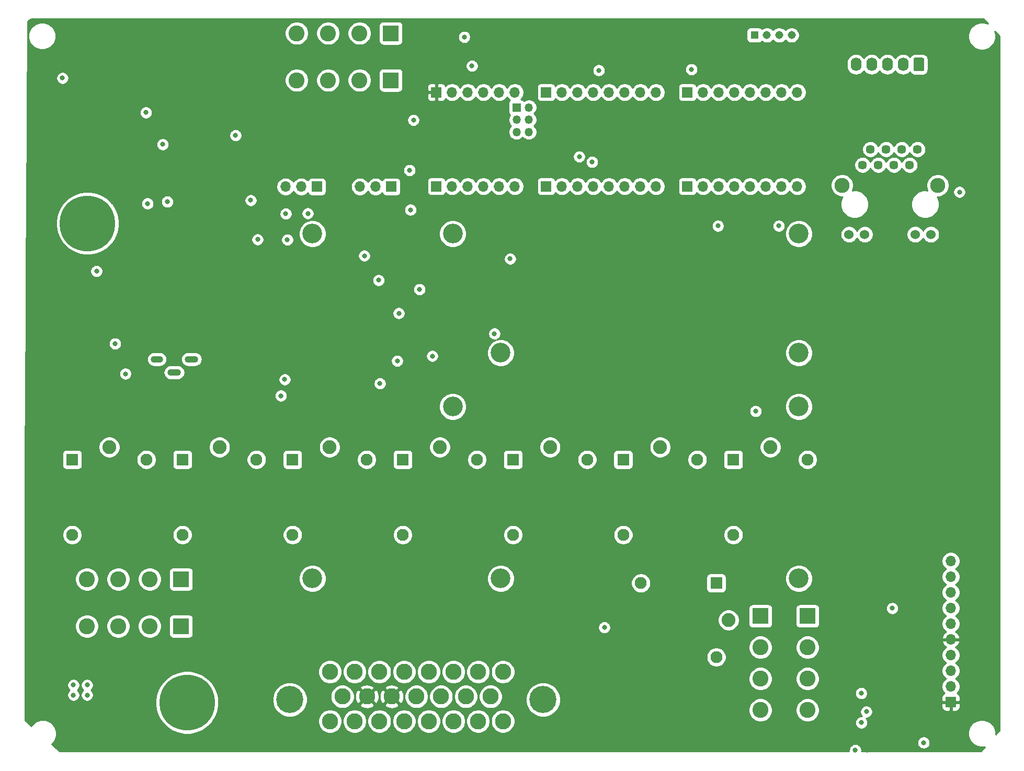
<source format=gbr>
%TF.GenerationSoftware,KiCad,Pcbnew,(5.1.10)-1*%
%TF.CreationDate,2022-11-19T08:35:39-06:00*%
%TF.ProjectId,RC10,52433130-2e6b-4696-9361-645f70636258,rev?*%
%TF.SameCoordinates,Original*%
%TF.FileFunction,Copper,L2,Inr*%
%TF.FilePolarity,Positive*%
%FSLAX46Y46*%
G04 Gerber Fmt 4.6, Leading zero omitted, Abs format (unit mm)*
G04 Created by KiCad (PCBNEW (5.1.10)-1) date 2022-11-19 08:35:39*
%MOMM*%
%LPD*%
G01*
G04 APERTURE LIST*
%TA.AperFunction,ComponentPad*%
%ADD10O,2.200000X1.100000*%
%TD*%
%TA.AperFunction,ComponentPad*%
%ADD11O,2.000000X1.100000*%
%TD*%
%TA.AperFunction,ComponentPad*%
%ADD12C,2.600000*%
%TD*%
%TA.AperFunction,ComponentPad*%
%ADD13R,2.600000X2.600000*%
%TD*%
%TA.AperFunction,ComponentPad*%
%ADD14O,1.740000X2.190000*%
%TD*%
%TA.AperFunction,ComponentPad*%
%ADD15C,3.200000*%
%TD*%
%TA.AperFunction,ComponentPad*%
%ADD16O,1.700000X1.700000*%
%TD*%
%TA.AperFunction,ComponentPad*%
%ADD17R,1.700000X1.700000*%
%TD*%
%TA.AperFunction,ComponentPad*%
%ADD18C,1.950000*%
%TD*%
%TA.AperFunction,ComponentPad*%
%ADD19C,2.250000*%
%TD*%
%TA.AperFunction,ComponentPad*%
%ADD20R,1.950000X1.950000*%
%TD*%
%TA.AperFunction,ComponentPad*%
%ADD21C,9.000000*%
%TD*%
%TA.AperFunction,ComponentPad*%
%ADD22C,1.308000*%
%TD*%
%TA.AperFunction,ComponentPad*%
%ADD23R,1.308000X1.308000*%
%TD*%
%TA.AperFunction,ComponentPad*%
%ADD24O,1.350000X1.350000*%
%TD*%
%TA.AperFunction,ComponentPad*%
%ADD25R,1.350000X1.350000*%
%TD*%
%TA.AperFunction,ComponentPad*%
%ADD26C,2.445000*%
%TD*%
%TA.AperFunction,ComponentPad*%
%ADD27C,1.530000*%
%TD*%
%TA.AperFunction,ComponentPad*%
%ADD28C,1.446000*%
%TD*%
%TA.AperFunction,ComponentPad*%
%ADD29C,4.395000*%
%TD*%
%TA.AperFunction,ComponentPad*%
%ADD30C,2.625000*%
%TD*%
%TA.AperFunction,ViaPad*%
%ADD31C,0.800000*%
%TD*%
%TA.AperFunction,Conductor*%
%ADD32C,0.254000*%
%TD*%
%TA.AperFunction,Conductor*%
%ADD33C,0.100000*%
%TD*%
G04 APERTURE END LIST*
D10*
%TO.N,GND*%
%TO.C,J9*%
X44780200Y-77969000D03*
X47580200Y-75819000D03*
D11*
X41980200Y-75819000D03*
%TD*%
D12*
%TO.N,GND*%
%TO.C,KF3*%
X64617600Y-30608400D03*
X64617600Y-22988400D03*
%TO.N,+3V3*%
X69697600Y-30608400D03*
X69697600Y-22988400D03*
%TO.N,Net-(KF3-Pad2)*%
X74777600Y-30608400D03*
X74777600Y-22988400D03*
D13*
%TO.N,Net-(KF3-Pad1)*%
X79857600Y-30608400D03*
X79857600Y-22988400D03*
%TD*%
D12*
%TO.N,Net-(J8-Pad22)*%
%TO.C,KF2*%
X147321400Y-132689600D03*
X139701400Y-132689600D03*
%TO.N,Net-(J8-Pad23)*%
X147321400Y-127609600D03*
X139701400Y-127609600D03*
%TO.N,Net-(J8-Pad15)*%
X147321400Y-122529600D03*
X139701400Y-122529600D03*
D13*
%TO.N,Net-(J8-Pad8)*%
X147321400Y-117449600D03*
X139701400Y-117449600D03*
%TD*%
D12*
%TO.N,GND*%
%TO.C,KF1*%
X30657800Y-119102000D03*
X30657800Y-111482000D03*
X35737800Y-119102000D03*
X35737800Y-111482000D03*
%TO.N,12V_In*%
X40817800Y-119102000D03*
X40817800Y-111482000D03*
D13*
X45897800Y-119102000D03*
X45897800Y-111482000D03*
%TD*%
D14*
%TO.N,IO37*%
%TO.C,J13*%
X155168600Y-28041600D03*
%TO.N,IO36*%
X157708600Y-28041600D03*
%TO.N,IO14*%
X160248600Y-28041600D03*
%TO.N,IO15*%
X162788600Y-28041600D03*
%TO.N,GND*%
%TA.AperFunction,ComponentPad*%
G36*
G01*
X166198600Y-27196599D02*
X166198600Y-28886601D01*
G75*
G02*
X165948601Y-29136600I-249999J0D01*
G01*
X164708599Y-29136600D01*
G75*
G02*
X164458600Y-28886601I0J249999D01*
G01*
X164458600Y-27196599D01*
G75*
G02*
X164708599Y-26946600I249999J0D01*
G01*
X165948601Y-26946600D01*
G75*
G02*
X166198600Y-27196599I0J-249999D01*
G01*
G37*
%TD.AperFunction*%
%TD*%
D15*
%TO.N,N/C*%
%TO.C,REF\u002A\u002A*%
X145887800Y-83485600D03*
X89887800Y-83485600D03*
X89887800Y-55485600D03*
X145887800Y-55485600D03*
X145887800Y-111365600D03*
X67147800Y-111365600D03*
X67147800Y-55485600D03*
X145887800Y-74785600D03*
X97627800Y-74785600D03*
X97627800Y-111365600D03*
%TD*%
D16*
%TO.N,Net-(J19-Pad10)*%
%TO.C,J19*%
X170510200Y-108534200D03*
%TO.N,Net-(J19-Pad9)*%
X170510200Y-111074200D03*
%TO.N,AIN1*%
X170510200Y-113614200D03*
%TO.N,AIN0*%
X170510200Y-116154200D03*
%TO.N,Net-(J19-Pad6)*%
X170510200Y-118694200D03*
%TO.N,+5V*%
X170510200Y-121234200D03*
%TO.N,Net-(IC3-Pad5)*%
X170510200Y-123774200D03*
%TO.N,Net-(IC3-Pad6)*%
X170510200Y-126314200D03*
%TO.N,GND*%
X170510200Y-128854200D03*
D17*
%TO.N,+5V*%
X170510200Y-131394200D03*
%TD*%
D16*
%TO.N,TX_CH340*%
%TO.C,J18*%
X74853800Y-47852800D03*
%TO.N,RX_ESP*%
X77393800Y-47852800D03*
D17*
%TO.N,TX_Teensy*%
X79933800Y-47852800D03*
%TD*%
D16*
%TO.N,RX_CH340*%
%TO.C,J10*%
X62814200Y-47852800D03*
%TO.N,TX_ESP*%
X65354200Y-47852800D03*
D17*
%TO.N,RX_Teensy*%
X67894200Y-47852800D03*
%TD*%
D18*
%TO.N,R3*%
%TO.C,RLY3*%
X63948732Y-104280600D03*
%TO.N,GND*%
X75948732Y-92080600D03*
D19*
%TO.N,+12V*%
X69948732Y-90080600D03*
D20*
%TO.N,Net-(RLY3-Pad1)*%
X63948732Y-92080600D03*
%TD*%
D21*
%TO.N,12V_In*%
%TO.C,J17*%
X46863000Y-131470400D03*
%TD*%
%TO.N,GND*%
%TO.C,J14*%
X30759400Y-53797200D03*
%TD*%
D22*
%TO.N,GND*%
%TO.C,J21*%
X144732000Y-23291800D03*
%TO.N,Net-(J21-Pad3)*%
X142732000Y-23291800D03*
%TO.N,IO36*%
X140732000Y-23291800D03*
D23*
%TO.N,IO37*%
X138732000Y-23291800D03*
%TD*%
D16*
%TO.N,GND*%
%TO.C,J16*%
X122783600Y-32562800D03*
%TO.N,Net-(J16-Pad7)*%
X120243600Y-32562800D03*
%TO.N,IO14*%
X117703600Y-32562800D03*
%TO.N,IO15*%
X115163600Y-32562800D03*
%TO.N,Net-(J16-Pad4)*%
X112623600Y-32562800D03*
%TO.N,Net-(J16-Pad3)*%
X110083600Y-32562800D03*
%TO.N,SDA*%
X107543600Y-32562800D03*
D17*
%TO.N,SCL*%
X105003600Y-32562800D03*
%TD*%
D16*
%TO.N,Net-(J15-Pad6)*%
%TO.C,J15*%
X99923600Y-32562800D03*
%TO.N,CTX1*%
X97383600Y-32562800D03*
%TO.N,CRX1*%
X94843600Y-32562800D03*
%TO.N,Net-(J15-Pad3)*%
X92303600Y-32562800D03*
%TO.N,GND*%
X89763600Y-32562800D03*
D17*
%TO.N,+5V*%
X87223600Y-32562800D03*
%TD*%
D16*
%TO.N,Net-(J6-Pad8)*%
%TO.C,J6*%
X122783600Y-47802800D03*
%TO.N,RLY5*%
X120243600Y-47802800D03*
%TO.N,RLY4*%
X117703600Y-47802800D03*
%TO.N,RLY3*%
X115163600Y-47802800D03*
%TO.N,RLY2*%
X112623600Y-47802800D03*
%TO.N,RLY1*%
X110083600Y-47802800D03*
%TO.N,Net-(J6-Pad2)*%
X107543600Y-47802800D03*
D17*
%TO.N,Net-(J6-Pad1)*%
X105003600Y-47802800D03*
%TD*%
D16*
%TO.N,Net-(J4-Pad6)*%
%TO.C,J4*%
X99923600Y-47802800D03*
%TO.N,Net-(J4-Pad5)*%
X97383600Y-47802800D03*
%TO.N,Net-(J4-Pad4)*%
X94843600Y-47802800D03*
%TO.N,TX_Teensy*%
X92303600Y-47802800D03*
%TO.N,RX_Teensy*%
X89763600Y-47802800D03*
D17*
%TO.N,GND*%
X87223600Y-47802800D03*
%TD*%
D24*
%TO.N,Net-(J11-Pad6)*%
%TO.C,J11*%
X102193600Y-39001200D03*
%TO.N,Net-(J11-Pad5)*%
X100193600Y-39001200D03*
%TO.N,GND*%
X102193600Y-37001200D03*
%TO.N,Net-(J11-Pad3)*%
X100193600Y-37001200D03*
%TO.N,Net-(J11-Pad2)*%
X102193600Y-35001200D03*
D25*
%TO.N,Net-(J11-Pad1)*%
X100193600Y-35001200D03*
%TD*%
D16*
%TO.N,Net-(J7-Pad8)*%
%TO.C,J7*%
X145643600Y-32562800D03*
%TO.N,Net-(J7-Pad7)*%
X143103600Y-32562800D03*
%TO.N,Net-(J7-Pad6)*%
X140563600Y-32562800D03*
%TO.N,IO36*%
X138023600Y-32562800D03*
%TO.N,IO37*%
X135483600Y-32562800D03*
%TO.N,Net-(J7-Pad3)*%
X132943600Y-32562800D03*
%TO.N,Net-(J7-Pad2)*%
X130403600Y-32562800D03*
D17*
%TO.N,Net-(J7-Pad1)*%
X127863600Y-32562800D03*
%TD*%
D16*
%TO.N,Net-(J5-Pad8)*%
%TO.C,J5*%
X145643600Y-47802800D03*
%TO.N,Net-(J5-Pad7)*%
X143103600Y-47802800D03*
%TO.N,Net-(J5-Pad6)*%
X140563600Y-47802800D03*
%TO.N,FlowPin2*%
X138023600Y-47802800D03*
%TO.N,FlowPin1*%
X135483600Y-47802800D03*
%TO.N,RLY8*%
X132943600Y-47802800D03*
%TO.N,RLY7*%
X130403600Y-47802800D03*
D17*
%TO.N,RLY6*%
X127863600Y-47802800D03*
%TD*%
D18*
%TO.N,R7*%
%TO.C,RLY7*%
X135305800Y-104280600D03*
%TO.N,GND*%
X147305800Y-92080600D03*
D19*
%TO.N,+12V*%
X141305800Y-90080600D03*
D20*
%TO.N,Net-(RLY7-Pad1)*%
X135305800Y-92080600D03*
%TD*%
D18*
%TO.N,R6*%
%TO.C,RLY6*%
X117466530Y-104280600D03*
%TO.N,GND*%
X129466530Y-92080600D03*
D19*
%TO.N,+12V*%
X123466530Y-90080600D03*
D20*
%TO.N,Net-(RLY6-Pad1)*%
X117466530Y-92080600D03*
%TD*%
D18*
%TO.N,R5*%
%TO.C,RLY5*%
X99627264Y-104280600D03*
%TO.N,GND*%
X111627264Y-92080600D03*
D19*
%TO.N,+12V*%
X105627264Y-90080600D03*
D20*
%TO.N,Net-(RLY5-Pad1)*%
X99627264Y-92080600D03*
%TD*%
D18*
%TO.N,R4*%
%TO.C,RLY4*%
X81787998Y-104280600D03*
%TO.N,GND*%
X93787998Y-92080600D03*
D19*
%TO.N,+12V*%
X87787998Y-90080600D03*
D20*
%TO.N,Net-(RLY4-Pad1)*%
X81787998Y-92080600D03*
%TD*%
D18*
%TO.N,R2*%
%TO.C,RLY2*%
X46109466Y-104280600D03*
%TO.N,GND*%
X58109466Y-92080600D03*
D19*
%TO.N,+12V*%
X52109466Y-90080600D03*
D20*
%TO.N,Net-(RLY2-Pad1)*%
X46109466Y-92080600D03*
%TD*%
D18*
%TO.N,R1*%
%TO.C,RLY1*%
X28270200Y-104280600D03*
%TO.N,GND*%
X40270200Y-92080600D03*
D19*
%TO.N,+12V*%
X34270200Y-90080600D03*
D20*
%TO.N,Net-(RLY1-Pad1)*%
X28270200Y-92080600D03*
%TD*%
D18*
%TO.N,R8*%
%TO.C,RLY8*%
X120337200Y-112115600D03*
%TO.N,GND*%
X132537200Y-124115600D03*
D19*
%TO.N,+12V*%
X134537200Y-118115600D03*
D20*
%TO.N,Net-(RLY8-Pad1)*%
X132537200Y-112115600D03*
%TD*%
D26*
%TO.N,GND*%
%TO.C,J12*%
X168400000Y-47648400D03*
X152910000Y-47648400D03*
D27*
%TO.N,Net-(J12-Pad12)*%
X167280000Y-55598400D03*
%TO.N,GND*%
X164740000Y-55598400D03*
X156570000Y-55598400D03*
%TO.N,Net-(J11-Pad3)*%
X154030000Y-55598400D03*
D28*
%TO.N,GND*%
X165100000Y-41808400D03*
%TO.N,Net-(J12-Pad7)*%
X163830000Y-44348400D03*
%TO.N,Net-(J11-Pad2)*%
X162560000Y-41808400D03*
%TO.N,Net-(C8-Pad1)*%
X161290000Y-44348400D03*
X160020000Y-41808400D03*
%TO.N,Net-(J11-Pad1)*%
X158750000Y-44348400D03*
%TO.N,Net-(J11-Pad5)*%
X157480000Y-41808400D03*
%TO.N,Net-(J11-Pad6)*%
X156210000Y-44348400D03*
%TD*%
D29*
%TO.N,Net-(J8-PadMH2)*%
%TO.C,J8*%
X104500000Y-131000000D03*
%TO.N,Net-(J8-PadMH1)*%
X63500000Y-131000000D03*
D30*
%TO.N,Net-(J8-Pad23)*%
X98000000Y-134500000D03*
%TO.N,Net-(J8-Pad22)*%
X94000000Y-134500000D03*
%TO.N,AIN0*%
X90000000Y-134500000D03*
%TO.N,AIN1*%
X86000000Y-134500000D03*
%TO.N,GND*%
X82000000Y-134500000D03*
X78000000Y-134500000D03*
%TO.N,12V_In*%
X74000000Y-134500000D03*
X70000000Y-134500000D03*
%TO.N,Net-(J8-Pad15)*%
X96000000Y-130500000D03*
%TO.N,Sensor1*%
X92000000Y-130500000D03*
%TO.N,Sensor2*%
X88000000Y-130500000D03*
%TO.N,GND*%
X84000000Y-130500000D03*
%TO.N,+5V*%
X80000000Y-130500000D03*
X76000000Y-130500000D03*
%TO.N,R1*%
X72000000Y-130500000D03*
%TO.N,Net-(J8-Pad8)*%
X98000000Y-126500000D03*
%TO.N,R8*%
X94000000Y-126500000D03*
%TO.N,R7*%
X90000000Y-126500000D03*
%TO.N,R6*%
X86000000Y-126500000D03*
%TO.N,R5*%
X82000000Y-126500000D03*
%TO.N,R4*%
X78000000Y-126500000D03*
%TO.N,R3*%
X74000000Y-126500000D03*
%TO.N,R2*%
X70000000Y-126500000D03*
%TD*%
D31*
%TO.N,GND*%
X36880800Y-78181200D03*
X35229800Y-73304400D03*
X171907200Y-48717200D03*
X54711600Y-39547800D03*
X42926000Y-40995600D03*
X40208200Y-35839400D03*
X132809000Y-54203600D03*
X142664200Y-54203600D03*
X40462200Y-50596800D03*
X26695400Y-30251400D03*
X84505800Y-64490600D03*
X114424065Y-119300865D03*
X128523996Y-28854400D03*
X77876400Y-63017400D03*
X75565000Y-59055000D03*
X80898998Y-76098400D03*
X81153000Y-68376800D03*
X57175400Y-50063400D03*
X138912600Y-84251800D03*
X86563200Y-75311000D03*
X78079600Y-79756000D03*
X99161600Y-59537600D03*
X166116000Y-137972800D03*
X32207200Y-61544200D03*
X155041600Y-139192000D03*
X161035798Y-116179398D03*
X113512600Y-29006800D03*
%TO.N,+12V*%
X96621600Y-71678800D03*
X28473400Y-128625600D03*
X30683200Y-128625600D03*
X43662600Y-50292000D03*
X28473400Y-130251200D03*
X30683200Y-130251200D03*
%TO.N,+5V*%
X160477200Y-122174000D03*
X41376600Y-23495000D03*
X44272200Y-39598600D03*
X88620600Y-71805800D03*
X41605200Y-73939400D03*
X171678600Y-52298600D03*
X141732004Y-66725800D03*
X132015218Y-66841382D03*
X163169600Y-111226600D03*
X168021000Y-138023600D03*
X156972000Y-139141200D03*
%TO.N,GND*%
X91744800Y-23596600D03*
X92989400Y-28270200D03*
X83515200Y-37058600D03*
X156006800Y-129971800D03*
%TO.N,+5V*%
X160754163Y-126264087D03*
%TO.N,+3V3*%
X83032600Y-51612800D03*
X82880200Y-45186600D03*
%TO.N,SCL*%
X110355937Y-42983863D03*
%TO.N,SDA*%
X112436037Y-43856210D03*
%TO.N,EN*%
X62054717Y-81739810D03*
X62673807Y-79103454D03*
%TO.N,IO0*%
X58293000Y-56413400D03*
X63106609Y-56462340D03*
%TO.N,TX_CH340*%
X66421000Y-52197000D03*
X62839600Y-52247800D03*
%TO.N,AIN1*%
X156032200Y-134721600D03*
X156845000Y-132943600D03*
%TD*%
D32*
%TO.N,+5V*%
X176491499Y-21444826D02*
X176191325Y-21320490D01*
X175759528Y-21234600D01*
X175319272Y-21234600D01*
X174887475Y-21320490D01*
X174480731Y-21488969D01*
X174114671Y-21733562D01*
X173803362Y-22044871D01*
X173558769Y-22410931D01*
X173390290Y-22817675D01*
X173304400Y-23249472D01*
X173304400Y-23689728D01*
X173390290Y-24121525D01*
X173558769Y-24528269D01*
X173803362Y-24894329D01*
X174114671Y-25205638D01*
X174480731Y-25450231D01*
X174887475Y-25618710D01*
X175319272Y-25704600D01*
X175759528Y-25704600D01*
X176191325Y-25618710D01*
X176598069Y-25450231D01*
X176964129Y-25205638D01*
X177275438Y-24894329D01*
X177520031Y-24528269D01*
X177688510Y-24121525D01*
X177774400Y-23689728D01*
X177774400Y-23249472D01*
X177688510Y-22817675D01*
X177630803Y-22678359D01*
X178340000Y-23446211D01*
X178340001Y-135937215D01*
X177749000Y-136617644D01*
X177749000Y-136246472D01*
X177663110Y-135814675D01*
X177494631Y-135407931D01*
X177250038Y-135041871D01*
X176938729Y-134730562D01*
X176572669Y-134485969D01*
X176165925Y-134317490D01*
X175734128Y-134231600D01*
X175293872Y-134231600D01*
X174862075Y-134317490D01*
X174455331Y-134485969D01*
X174089271Y-134730562D01*
X173777962Y-135041871D01*
X173533369Y-135407931D01*
X173364890Y-135814675D01*
X173279000Y-136246472D01*
X173279000Y-136686728D01*
X173364890Y-137118525D01*
X173533369Y-137525269D01*
X173777962Y-137891329D01*
X174089271Y-138202638D01*
X174455331Y-138447231D01*
X174862075Y-138615710D01*
X175293872Y-138701600D01*
X175734128Y-138701600D01*
X175981711Y-138652353D01*
X175384440Y-139340000D01*
X156067438Y-139340000D01*
X156076600Y-139293939D01*
X156076600Y-139090061D01*
X156036826Y-138890102D01*
X155958805Y-138701744D01*
X155845537Y-138532226D01*
X155701374Y-138388063D01*
X155531856Y-138274795D01*
X155343498Y-138196774D01*
X155143539Y-138157000D01*
X154939661Y-138157000D01*
X154739702Y-138196774D01*
X154551344Y-138274795D01*
X154381826Y-138388063D01*
X154237663Y-138532226D01*
X154124395Y-138701744D01*
X154046374Y-138890102D01*
X154006600Y-139090061D01*
X154006600Y-139293939D01*
X154015762Y-139340000D01*
X26230158Y-139340000D01*
X24979777Y-138218790D01*
X25256438Y-137942129D01*
X25304057Y-137870861D01*
X165081000Y-137870861D01*
X165081000Y-138074739D01*
X165120774Y-138274698D01*
X165198795Y-138463056D01*
X165312063Y-138632574D01*
X165456226Y-138776737D01*
X165625744Y-138890005D01*
X165814102Y-138968026D01*
X166014061Y-139007800D01*
X166217939Y-139007800D01*
X166417898Y-138968026D01*
X166606256Y-138890005D01*
X166775774Y-138776737D01*
X166919937Y-138632574D01*
X167033205Y-138463056D01*
X167111226Y-138274698D01*
X167151000Y-138074739D01*
X167151000Y-137870861D01*
X167111226Y-137670902D01*
X167033205Y-137482544D01*
X166919937Y-137313026D01*
X166775774Y-137168863D01*
X166606256Y-137055595D01*
X166417898Y-136977574D01*
X166217939Y-136937800D01*
X166014061Y-136937800D01*
X165814102Y-136977574D01*
X165625744Y-137055595D01*
X165456226Y-137168863D01*
X165312063Y-137313026D01*
X165198795Y-137482544D01*
X165120774Y-137670902D01*
X165081000Y-137870861D01*
X25304057Y-137870861D01*
X25501031Y-137576069D01*
X25669510Y-137169325D01*
X25755400Y-136737528D01*
X25755400Y-136297272D01*
X25669510Y-135865475D01*
X25501031Y-135458731D01*
X25256438Y-135092671D01*
X24945129Y-134781362D01*
X24579069Y-134536769D01*
X24172325Y-134368290D01*
X23740528Y-134282400D01*
X23300272Y-134282400D01*
X22868475Y-134368290D01*
X22461731Y-134536769D01*
X22095671Y-134781362D01*
X21784362Y-135092671D01*
X21675387Y-135255763D01*
X20660000Y-134345271D01*
X20660000Y-128523661D01*
X27438400Y-128523661D01*
X27438400Y-128727539D01*
X27478174Y-128927498D01*
X27556195Y-129115856D01*
X27669463Y-129285374D01*
X27813626Y-129429537D01*
X27826890Y-129438400D01*
X27813626Y-129447263D01*
X27669463Y-129591426D01*
X27556195Y-129760944D01*
X27478174Y-129949302D01*
X27438400Y-130149261D01*
X27438400Y-130353139D01*
X27478174Y-130553098D01*
X27556195Y-130741456D01*
X27669463Y-130910974D01*
X27813626Y-131055137D01*
X27983144Y-131168405D01*
X28171502Y-131246426D01*
X28371461Y-131286200D01*
X28575339Y-131286200D01*
X28775298Y-131246426D01*
X28963656Y-131168405D01*
X29133174Y-131055137D01*
X29277337Y-130910974D01*
X29390605Y-130741456D01*
X29468626Y-130553098D01*
X29508400Y-130353139D01*
X29508400Y-130149261D01*
X29468626Y-129949302D01*
X29390605Y-129760944D01*
X29277337Y-129591426D01*
X29133174Y-129447263D01*
X29119910Y-129438400D01*
X29133174Y-129429537D01*
X29277337Y-129285374D01*
X29390605Y-129115856D01*
X29468626Y-128927498D01*
X29508400Y-128727539D01*
X29508400Y-128523661D01*
X29648200Y-128523661D01*
X29648200Y-128727539D01*
X29687974Y-128927498D01*
X29765995Y-129115856D01*
X29879263Y-129285374D01*
X30023426Y-129429537D01*
X30036690Y-129438400D01*
X30023426Y-129447263D01*
X29879263Y-129591426D01*
X29765995Y-129760944D01*
X29687974Y-129949302D01*
X29648200Y-130149261D01*
X29648200Y-130353139D01*
X29687974Y-130553098D01*
X29765995Y-130741456D01*
X29879263Y-130910974D01*
X30023426Y-131055137D01*
X30192944Y-131168405D01*
X30381302Y-131246426D01*
X30581261Y-131286200D01*
X30785139Y-131286200D01*
X30985098Y-131246426D01*
X31173456Y-131168405D01*
X31342974Y-131055137D01*
X31433464Y-130964647D01*
X41728000Y-130964647D01*
X41728000Y-131976153D01*
X41925335Y-132968224D01*
X42312422Y-133902735D01*
X42874385Y-134743772D01*
X43589628Y-135459015D01*
X44430665Y-136020978D01*
X45365176Y-136408065D01*
X46357247Y-136605400D01*
X47368753Y-136605400D01*
X48360824Y-136408065D01*
X49295335Y-136020978D01*
X50136372Y-135459015D01*
X50851615Y-134743772D01*
X51142662Y-134308188D01*
X68052500Y-134308188D01*
X68052500Y-134691812D01*
X68127341Y-135068065D01*
X68274148Y-135422487D01*
X68487278Y-135741459D01*
X68758541Y-136012722D01*
X69077513Y-136225852D01*
X69431935Y-136372659D01*
X69808188Y-136447500D01*
X70191812Y-136447500D01*
X70568065Y-136372659D01*
X70922487Y-136225852D01*
X71241459Y-136012722D01*
X71512722Y-135741459D01*
X71725852Y-135422487D01*
X71872659Y-135068065D01*
X71947500Y-134691812D01*
X71947500Y-134308188D01*
X72052500Y-134308188D01*
X72052500Y-134691812D01*
X72127341Y-135068065D01*
X72274148Y-135422487D01*
X72487278Y-135741459D01*
X72758541Y-136012722D01*
X73077513Y-136225852D01*
X73431935Y-136372659D01*
X73808188Y-136447500D01*
X74191812Y-136447500D01*
X74568065Y-136372659D01*
X74922487Y-136225852D01*
X75241459Y-136012722D01*
X75512722Y-135741459D01*
X75725852Y-135422487D01*
X75872659Y-135068065D01*
X75947500Y-134691812D01*
X75947500Y-134308188D01*
X76052500Y-134308188D01*
X76052500Y-134691812D01*
X76127341Y-135068065D01*
X76274148Y-135422487D01*
X76487278Y-135741459D01*
X76758541Y-136012722D01*
X77077513Y-136225852D01*
X77431935Y-136372659D01*
X77808188Y-136447500D01*
X78191812Y-136447500D01*
X78568065Y-136372659D01*
X78922487Y-136225852D01*
X79241459Y-136012722D01*
X79512722Y-135741459D01*
X79725852Y-135422487D01*
X79872659Y-135068065D01*
X79947500Y-134691812D01*
X79947500Y-134308188D01*
X80052500Y-134308188D01*
X80052500Y-134691812D01*
X80127341Y-135068065D01*
X80274148Y-135422487D01*
X80487278Y-135741459D01*
X80758541Y-136012722D01*
X81077513Y-136225852D01*
X81431935Y-136372659D01*
X81808188Y-136447500D01*
X82191812Y-136447500D01*
X82568065Y-136372659D01*
X82922487Y-136225852D01*
X83241459Y-136012722D01*
X83512722Y-135741459D01*
X83725852Y-135422487D01*
X83872659Y-135068065D01*
X83947500Y-134691812D01*
X83947500Y-134308188D01*
X84052500Y-134308188D01*
X84052500Y-134691812D01*
X84127341Y-135068065D01*
X84274148Y-135422487D01*
X84487278Y-135741459D01*
X84758541Y-136012722D01*
X85077513Y-136225852D01*
X85431935Y-136372659D01*
X85808188Y-136447500D01*
X86191812Y-136447500D01*
X86568065Y-136372659D01*
X86922487Y-136225852D01*
X87241459Y-136012722D01*
X87512722Y-135741459D01*
X87725852Y-135422487D01*
X87872659Y-135068065D01*
X87947500Y-134691812D01*
X87947500Y-134308188D01*
X88052500Y-134308188D01*
X88052500Y-134691812D01*
X88127341Y-135068065D01*
X88274148Y-135422487D01*
X88487278Y-135741459D01*
X88758541Y-136012722D01*
X89077513Y-136225852D01*
X89431935Y-136372659D01*
X89808188Y-136447500D01*
X90191812Y-136447500D01*
X90568065Y-136372659D01*
X90922487Y-136225852D01*
X91241459Y-136012722D01*
X91512722Y-135741459D01*
X91725852Y-135422487D01*
X91872659Y-135068065D01*
X91947500Y-134691812D01*
X91947500Y-134308188D01*
X92052500Y-134308188D01*
X92052500Y-134691812D01*
X92127341Y-135068065D01*
X92274148Y-135422487D01*
X92487278Y-135741459D01*
X92758541Y-136012722D01*
X93077513Y-136225852D01*
X93431935Y-136372659D01*
X93808188Y-136447500D01*
X94191812Y-136447500D01*
X94568065Y-136372659D01*
X94922487Y-136225852D01*
X95241459Y-136012722D01*
X95512722Y-135741459D01*
X95725852Y-135422487D01*
X95872659Y-135068065D01*
X95947500Y-134691812D01*
X95947500Y-134308188D01*
X96052500Y-134308188D01*
X96052500Y-134691812D01*
X96127341Y-135068065D01*
X96274148Y-135422487D01*
X96487278Y-135741459D01*
X96758541Y-136012722D01*
X97077513Y-136225852D01*
X97431935Y-136372659D01*
X97808188Y-136447500D01*
X98191812Y-136447500D01*
X98568065Y-136372659D01*
X98922487Y-136225852D01*
X99241459Y-136012722D01*
X99512722Y-135741459D01*
X99725852Y-135422487D01*
X99872659Y-135068065D01*
X99947500Y-134691812D01*
X99947500Y-134308188D01*
X99872659Y-133931935D01*
X99725852Y-133577513D01*
X99512722Y-133258541D01*
X99241459Y-132987278D01*
X98922487Y-132774148D01*
X98568065Y-132627341D01*
X98191812Y-132552500D01*
X97808188Y-132552500D01*
X97431935Y-132627341D01*
X97077513Y-132774148D01*
X96758541Y-132987278D01*
X96487278Y-133258541D01*
X96274148Y-133577513D01*
X96127341Y-133931935D01*
X96052500Y-134308188D01*
X95947500Y-134308188D01*
X95872659Y-133931935D01*
X95725852Y-133577513D01*
X95512722Y-133258541D01*
X95241459Y-132987278D01*
X94922487Y-132774148D01*
X94568065Y-132627341D01*
X94191812Y-132552500D01*
X93808188Y-132552500D01*
X93431935Y-132627341D01*
X93077513Y-132774148D01*
X92758541Y-132987278D01*
X92487278Y-133258541D01*
X92274148Y-133577513D01*
X92127341Y-133931935D01*
X92052500Y-134308188D01*
X91947500Y-134308188D01*
X91872659Y-133931935D01*
X91725852Y-133577513D01*
X91512722Y-133258541D01*
X91241459Y-132987278D01*
X90922487Y-132774148D01*
X90568065Y-132627341D01*
X90191812Y-132552500D01*
X89808188Y-132552500D01*
X89431935Y-132627341D01*
X89077513Y-132774148D01*
X88758541Y-132987278D01*
X88487278Y-133258541D01*
X88274148Y-133577513D01*
X88127341Y-133931935D01*
X88052500Y-134308188D01*
X87947500Y-134308188D01*
X87872659Y-133931935D01*
X87725852Y-133577513D01*
X87512722Y-133258541D01*
X87241459Y-132987278D01*
X86922487Y-132774148D01*
X86568065Y-132627341D01*
X86191812Y-132552500D01*
X85808188Y-132552500D01*
X85431935Y-132627341D01*
X85077513Y-132774148D01*
X84758541Y-132987278D01*
X84487278Y-133258541D01*
X84274148Y-133577513D01*
X84127341Y-133931935D01*
X84052500Y-134308188D01*
X83947500Y-134308188D01*
X83872659Y-133931935D01*
X83725852Y-133577513D01*
X83512722Y-133258541D01*
X83241459Y-132987278D01*
X82922487Y-132774148D01*
X82568065Y-132627341D01*
X82191812Y-132552500D01*
X81808188Y-132552500D01*
X81431935Y-132627341D01*
X81077513Y-132774148D01*
X80758541Y-132987278D01*
X80487278Y-133258541D01*
X80274148Y-133577513D01*
X80127341Y-133931935D01*
X80052500Y-134308188D01*
X79947500Y-134308188D01*
X79872659Y-133931935D01*
X79725852Y-133577513D01*
X79512722Y-133258541D01*
X79241459Y-132987278D01*
X78922487Y-132774148D01*
X78568065Y-132627341D01*
X78191812Y-132552500D01*
X77808188Y-132552500D01*
X77431935Y-132627341D01*
X77077513Y-132774148D01*
X76758541Y-132987278D01*
X76487278Y-133258541D01*
X76274148Y-133577513D01*
X76127341Y-133931935D01*
X76052500Y-134308188D01*
X75947500Y-134308188D01*
X75872659Y-133931935D01*
X75725852Y-133577513D01*
X75512722Y-133258541D01*
X75241459Y-132987278D01*
X74922487Y-132774148D01*
X74568065Y-132627341D01*
X74191812Y-132552500D01*
X73808188Y-132552500D01*
X73431935Y-132627341D01*
X73077513Y-132774148D01*
X72758541Y-132987278D01*
X72487278Y-133258541D01*
X72274148Y-133577513D01*
X72127341Y-133931935D01*
X72052500Y-134308188D01*
X71947500Y-134308188D01*
X71872659Y-133931935D01*
X71725852Y-133577513D01*
X71512722Y-133258541D01*
X71241459Y-132987278D01*
X70922487Y-132774148D01*
X70568065Y-132627341D01*
X70191812Y-132552500D01*
X69808188Y-132552500D01*
X69431935Y-132627341D01*
X69077513Y-132774148D01*
X68758541Y-132987278D01*
X68487278Y-133258541D01*
X68274148Y-133577513D01*
X68127341Y-133931935D01*
X68052500Y-134308188D01*
X51142662Y-134308188D01*
X51413578Y-133902735D01*
X51800665Y-132968224D01*
X51998000Y-131976153D01*
X51998000Y-130964647D01*
X51949541Y-130721023D01*
X60667500Y-130721023D01*
X60667500Y-131278977D01*
X60776352Y-131826210D01*
X60989871Y-132341692D01*
X61299854Y-132805613D01*
X61694387Y-133200146D01*
X62158308Y-133510129D01*
X62673790Y-133723648D01*
X63221023Y-133832500D01*
X63778977Y-133832500D01*
X64326210Y-133723648D01*
X64841692Y-133510129D01*
X65305613Y-133200146D01*
X65700146Y-132805613D01*
X66010129Y-132341692D01*
X66223648Y-131826210D01*
X66332500Y-131278977D01*
X66332500Y-130721023D01*
X66250382Y-130308188D01*
X70052500Y-130308188D01*
X70052500Y-130691812D01*
X70127341Y-131068065D01*
X70274148Y-131422487D01*
X70487278Y-131741459D01*
X70758541Y-132012722D01*
X71077513Y-132225852D01*
X71431935Y-132372659D01*
X71808188Y-132447500D01*
X72191812Y-132447500D01*
X72568065Y-132372659D01*
X72922487Y-132225852D01*
X73241459Y-132012722D01*
X73396053Y-131858128D01*
X74821477Y-131858128D01*
X74954919Y-132154496D01*
X75297776Y-132326590D01*
X75667620Y-132428490D01*
X76050236Y-132456279D01*
X76430921Y-132408889D01*
X76795048Y-132288142D01*
X77045081Y-132154496D01*
X77178523Y-131858128D01*
X78821477Y-131858128D01*
X78954919Y-132154496D01*
X79297776Y-132326590D01*
X79667620Y-132428490D01*
X80050236Y-132456279D01*
X80430921Y-132408889D01*
X80795048Y-132288142D01*
X81045081Y-132154496D01*
X81178523Y-131858128D01*
X80000000Y-130679605D01*
X78821477Y-131858128D01*
X77178523Y-131858128D01*
X76000000Y-130679605D01*
X74821477Y-131858128D01*
X73396053Y-131858128D01*
X73512722Y-131741459D01*
X73725852Y-131422487D01*
X73872659Y-131068065D01*
X73947500Y-130691812D01*
X73947500Y-130550236D01*
X74043721Y-130550236D01*
X74091111Y-130930921D01*
X74211858Y-131295048D01*
X74345504Y-131545081D01*
X74641872Y-131678523D01*
X75820395Y-130500000D01*
X76179605Y-130500000D01*
X77358128Y-131678523D01*
X77654496Y-131545081D01*
X77826590Y-131202224D01*
X77928490Y-130832380D01*
X77948981Y-130550236D01*
X78043721Y-130550236D01*
X78091111Y-130930921D01*
X78211858Y-131295048D01*
X78345504Y-131545081D01*
X78641872Y-131678523D01*
X79820395Y-130500000D01*
X80179605Y-130500000D01*
X81358128Y-131678523D01*
X81654496Y-131545081D01*
X81826590Y-131202224D01*
X81928490Y-130832380D01*
X81956279Y-130449764D01*
X81938655Y-130308188D01*
X82052500Y-130308188D01*
X82052500Y-130691812D01*
X82127341Y-131068065D01*
X82274148Y-131422487D01*
X82487278Y-131741459D01*
X82758541Y-132012722D01*
X83077513Y-132225852D01*
X83431935Y-132372659D01*
X83808188Y-132447500D01*
X84191812Y-132447500D01*
X84568065Y-132372659D01*
X84922487Y-132225852D01*
X85241459Y-132012722D01*
X85512722Y-131741459D01*
X85725852Y-131422487D01*
X85872659Y-131068065D01*
X85947500Y-130691812D01*
X85947500Y-130308188D01*
X86052500Y-130308188D01*
X86052500Y-130691812D01*
X86127341Y-131068065D01*
X86274148Y-131422487D01*
X86487278Y-131741459D01*
X86758541Y-132012722D01*
X87077513Y-132225852D01*
X87431935Y-132372659D01*
X87808188Y-132447500D01*
X88191812Y-132447500D01*
X88568065Y-132372659D01*
X88922487Y-132225852D01*
X89241459Y-132012722D01*
X89512722Y-131741459D01*
X89725852Y-131422487D01*
X89872659Y-131068065D01*
X89947500Y-130691812D01*
X89947500Y-130308188D01*
X90052500Y-130308188D01*
X90052500Y-130691812D01*
X90127341Y-131068065D01*
X90274148Y-131422487D01*
X90487278Y-131741459D01*
X90758541Y-132012722D01*
X91077513Y-132225852D01*
X91431935Y-132372659D01*
X91808188Y-132447500D01*
X92191812Y-132447500D01*
X92568065Y-132372659D01*
X92922487Y-132225852D01*
X93241459Y-132012722D01*
X93512722Y-131741459D01*
X93725852Y-131422487D01*
X93872659Y-131068065D01*
X93947500Y-130691812D01*
X93947500Y-130308188D01*
X94052500Y-130308188D01*
X94052500Y-130691812D01*
X94127341Y-131068065D01*
X94274148Y-131422487D01*
X94487278Y-131741459D01*
X94758541Y-132012722D01*
X95077513Y-132225852D01*
X95431935Y-132372659D01*
X95808188Y-132447500D01*
X96191812Y-132447500D01*
X96568065Y-132372659D01*
X96922487Y-132225852D01*
X97241459Y-132012722D01*
X97512722Y-131741459D01*
X97725852Y-131422487D01*
X97872659Y-131068065D01*
X97941689Y-130721023D01*
X101667500Y-130721023D01*
X101667500Y-131278977D01*
X101776352Y-131826210D01*
X101989871Y-132341692D01*
X102299854Y-132805613D01*
X102694387Y-133200146D01*
X103158308Y-133510129D01*
X103673790Y-133723648D01*
X104221023Y-133832500D01*
X104778977Y-133832500D01*
X105326210Y-133723648D01*
X105841692Y-133510129D01*
X106305613Y-133200146D01*
X106700146Y-132805613D01*
X106905006Y-132499019D01*
X137766400Y-132499019D01*
X137766400Y-132880181D01*
X137840761Y-133254019D01*
X137986625Y-133606166D01*
X138198387Y-133923091D01*
X138467909Y-134192613D01*
X138784834Y-134404375D01*
X139136981Y-134550239D01*
X139510819Y-134624600D01*
X139891981Y-134624600D01*
X140265819Y-134550239D01*
X140617966Y-134404375D01*
X140934891Y-134192613D01*
X141204413Y-133923091D01*
X141416175Y-133606166D01*
X141562039Y-133254019D01*
X141636400Y-132880181D01*
X141636400Y-132499019D01*
X145386400Y-132499019D01*
X145386400Y-132880181D01*
X145460761Y-133254019D01*
X145606625Y-133606166D01*
X145818387Y-133923091D01*
X146087909Y-134192613D01*
X146404834Y-134404375D01*
X146756981Y-134550239D01*
X147130819Y-134624600D01*
X147511981Y-134624600D01*
X147536811Y-134619661D01*
X154997200Y-134619661D01*
X154997200Y-134823539D01*
X155036974Y-135023498D01*
X155114995Y-135211856D01*
X155228263Y-135381374D01*
X155372426Y-135525537D01*
X155541944Y-135638805D01*
X155730302Y-135716826D01*
X155930261Y-135756600D01*
X156134139Y-135756600D01*
X156334098Y-135716826D01*
X156522456Y-135638805D01*
X156691974Y-135525537D01*
X156836137Y-135381374D01*
X156949405Y-135211856D01*
X157027426Y-135023498D01*
X157067200Y-134823539D01*
X157067200Y-134619661D01*
X157027426Y-134419702D01*
X156949405Y-134231344D01*
X156836137Y-134061826D01*
X156752911Y-133978600D01*
X156946939Y-133978600D01*
X157146898Y-133938826D01*
X157335256Y-133860805D01*
X157504774Y-133747537D01*
X157648937Y-133603374D01*
X157762205Y-133433856D01*
X157840226Y-133245498D01*
X157880000Y-133045539D01*
X157880000Y-132841661D01*
X157840226Y-132641702D01*
X157762205Y-132453344D01*
X157648937Y-132283826D01*
X157609311Y-132244200D01*
X169022128Y-132244200D01*
X169034388Y-132368682D01*
X169070698Y-132488380D01*
X169129663Y-132598694D01*
X169209015Y-132695385D01*
X169305706Y-132774737D01*
X169416020Y-132833702D01*
X169535718Y-132870012D01*
X169660200Y-132882272D01*
X170224450Y-132879200D01*
X170383200Y-132720450D01*
X170383200Y-131521200D01*
X170637200Y-131521200D01*
X170637200Y-132720450D01*
X170795950Y-132879200D01*
X171360200Y-132882272D01*
X171484682Y-132870012D01*
X171604380Y-132833702D01*
X171714694Y-132774737D01*
X171811385Y-132695385D01*
X171890737Y-132598694D01*
X171949702Y-132488380D01*
X171986012Y-132368682D01*
X171998272Y-132244200D01*
X171995200Y-131679950D01*
X171836450Y-131521200D01*
X170637200Y-131521200D01*
X170383200Y-131521200D01*
X169183950Y-131521200D01*
X169025200Y-131679950D01*
X169022128Y-132244200D01*
X157609311Y-132244200D01*
X157504774Y-132139663D01*
X157335256Y-132026395D01*
X157146898Y-131948374D01*
X156946939Y-131908600D01*
X156743061Y-131908600D01*
X156543102Y-131948374D01*
X156354744Y-132026395D01*
X156185226Y-132139663D01*
X156041063Y-132283826D01*
X155927795Y-132453344D01*
X155849774Y-132641702D01*
X155810000Y-132841661D01*
X155810000Y-133045539D01*
X155849774Y-133245498D01*
X155927795Y-133433856D01*
X156041063Y-133603374D01*
X156124289Y-133686600D01*
X155930261Y-133686600D01*
X155730302Y-133726374D01*
X155541944Y-133804395D01*
X155372426Y-133917663D01*
X155228263Y-134061826D01*
X155114995Y-134231344D01*
X155036974Y-134419702D01*
X154997200Y-134619661D01*
X147536811Y-134619661D01*
X147885819Y-134550239D01*
X148237966Y-134404375D01*
X148554891Y-134192613D01*
X148824413Y-133923091D01*
X149036175Y-133606166D01*
X149182039Y-133254019D01*
X149256400Y-132880181D01*
X149256400Y-132499019D01*
X149182039Y-132125181D01*
X149036175Y-131773034D01*
X148824413Y-131456109D01*
X148554891Y-131186587D01*
X148237966Y-130974825D01*
X147885819Y-130828961D01*
X147511981Y-130754600D01*
X147130819Y-130754600D01*
X146756981Y-130828961D01*
X146404834Y-130974825D01*
X146087909Y-131186587D01*
X145818387Y-131456109D01*
X145606625Y-131773034D01*
X145460761Y-132125181D01*
X145386400Y-132499019D01*
X141636400Y-132499019D01*
X141562039Y-132125181D01*
X141416175Y-131773034D01*
X141204413Y-131456109D01*
X140934891Y-131186587D01*
X140617966Y-130974825D01*
X140265819Y-130828961D01*
X139891981Y-130754600D01*
X139510819Y-130754600D01*
X139136981Y-130828961D01*
X138784834Y-130974825D01*
X138467909Y-131186587D01*
X138198387Y-131456109D01*
X137986625Y-131773034D01*
X137840761Y-132125181D01*
X137766400Y-132499019D01*
X106905006Y-132499019D01*
X107010129Y-132341692D01*
X107223648Y-131826210D01*
X107332500Y-131278977D01*
X107332500Y-130721023D01*
X107223648Y-130173790D01*
X107097757Y-129869861D01*
X154971800Y-129869861D01*
X154971800Y-130073739D01*
X155011574Y-130273698D01*
X155089595Y-130462056D01*
X155202863Y-130631574D01*
X155347026Y-130775737D01*
X155516544Y-130889005D01*
X155704902Y-130967026D01*
X155904861Y-131006800D01*
X156108739Y-131006800D01*
X156308698Y-130967026D01*
X156497056Y-130889005D01*
X156666574Y-130775737D01*
X156810737Y-130631574D01*
X156869118Y-130544200D01*
X169022128Y-130544200D01*
X169025200Y-131108450D01*
X169183950Y-131267200D01*
X170383200Y-131267200D01*
X170383200Y-131247200D01*
X170637200Y-131247200D01*
X170637200Y-131267200D01*
X171836450Y-131267200D01*
X171995200Y-131108450D01*
X171998272Y-130544200D01*
X171986012Y-130419718D01*
X171949702Y-130300020D01*
X171890737Y-130189706D01*
X171811385Y-130093015D01*
X171714694Y-130013663D01*
X171604380Y-129954698D01*
X171531820Y-129932687D01*
X171663675Y-129800832D01*
X171826190Y-129557611D01*
X171938132Y-129287358D01*
X171995200Y-129000460D01*
X171995200Y-128707940D01*
X171938132Y-128421042D01*
X171826190Y-128150789D01*
X171663675Y-127907568D01*
X171456832Y-127700725D01*
X171282440Y-127584200D01*
X171456832Y-127467675D01*
X171663675Y-127260832D01*
X171826190Y-127017611D01*
X171938132Y-126747358D01*
X171995200Y-126460460D01*
X171995200Y-126167940D01*
X171938132Y-125881042D01*
X171826190Y-125610789D01*
X171663675Y-125367568D01*
X171456832Y-125160725D01*
X171282440Y-125044200D01*
X171456832Y-124927675D01*
X171663675Y-124720832D01*
X171826190Y-124477611D01*
X171938132Y-124207358D01*
X171995200Y-123920460D01*
X171995200Y-123627940D01*
X171938132Y-123341042D01*
X171826190Y-123070789D01*
X171663675Y-122827568D01*
X171456832Y-122620725D01*
X171274666Y-122499005D01*
X171391555Y-122429378D01*
X171607788Y-122234469D01*
X171781841Y-122001120D01*
X171907025Y-121738299D01*
X171951676Y-121591090D01*
X171830355Y-121361200D01*
X170637200Y-121361200D01*
X170637200Y-121381200D01*
X170383200Y-121381200D01*
X170383200Y-121361200D01*
X169190045Y-121361200D01*
X169068724Y-121591090D01*
X169113375Y-121738299D01*
X169238559Y-122001120D01*
X169412612Y-122234469D01*
X169628845Y-122429378D01*
X169745734Y-122499005D01*
X169563568Y-122620725D01*
X169356725Y-122827568D01*
X169194210Y-123070789D01*
X169082268Y-123341042D01*
X169025200Y-123627940D01*
X169025200Y-123920460D01*
X169082268Y-124207358D01*
X169194210Y-124477611D01*
X169356725Y-124720832D01*
X169563568Y-124927675D01*
X169737960Y-125044200D01*
X169563568Y-125160725D01*
X169356725Y-125367568D01*
X169194210Y-125610789D01*
X169082268Y-125881042D01*
X169025200Y-126167940D01*
X169025200Y-126460460D01*
X169082268Y-126747358D01*
X169194210Y-127017611D01*
X169356725Y-127260832D01*
X169563568Y-127467675D01*
X169737960Y-127584200D01*
X169563568Y-127700725D01*
X169356725Y-127907568D01*
X169194210Y-128150789D01*
X169082268Y-128421042D01*
X169025200Y-128707940D01*
X169025200Y-129000460D01*
X169082268Y-129287358D01*
X169194210Y-129557611D01*
X169356725Y-129800832D01*
X169488580Y-129932687D01*
X169416020Y-129954698D01*
X169305706Y-130013663D01*
X169209015Y-130093015D01*
X169129663Y-130189706D01*
X169070698Y-130300020D01*
X169034388Y-130419718D01*
X169022128Y-130544200D01*
X156869118Y-130544200D01*
X156924005Y-130462056D01*
X157002026Y-130273698D01*
X157041800Y-130073739D01*
X157041800Y-129869861D01*
X157002026Y-129669902D01*
X156924005Y-129481544D01*
X156810737Y-129312026D01*
X156666574Y-129167863D01*
X156497056Y-129054595D01*
X156308698Y-128976574D01*
X156108739Y-128936800D01*
X155904861Y-128936800D01*
X155704902Y-128976574D01*
X155516544Y-129054595D01*
X155347026Y-129167863D01*
X155202863Y-129312026D01*
X155089595Y-129481544D01*
X155011574Y-129669902D01*
X154971800Y-129869861D01*
X107097757Y-129869861D01*
X107010129Y-129658308D01*
X106700146Y-129194387D01*
X106305613Y-128799854D01*
X105841692Y-128489871D01*
X105326210Y-128276352D01*
X104778977Y-128167500D01*
X104221023Y-128167500D01*
X103673790Y-128276352D01*
X103158308Y-128489871D01*
X102694387Y-128799854D01*
X102299854Y-129194387D01*
X101989871Y-129658308D01*
X101776352Y-130173790D01*
X101667500Y-130721023D01*
X97941689Y-130721023D01*
X97947500Y-130691812D01*
X97947500Y-130308188D01*
X97872659Y-129931935D01*
X97725852Y-129577513D01*
X97512722Y-129258541D01*
X97241459Y-128987278D01*
X96922487Y-128774148D01*
X96568065Y-128627341D01*
X96191812Y-128552500D01*
X95808188Y-128552500D01*
X95431935Y-128627341D01*
X95077513Y-128774148D01*
X94758541Y-128987278D01*
X94487278Y-129258541D01*
X94274148Y-129577513D01*
X94127341Y-129931935D01*
X94052500Y-130308188D01*
X93947500Y-130308188D01*
X93872659Y-129931935D01*
X93725852Y-129577513D01*
X93512722Y-129258541D01*
X93241459Y-128987278D01*
X92922487Y-128774148D01*
X92568065Y-128627341D01*
X92191812Y-128552500D01*
X91808188Y-128552500D01*
X91431935Y-128627341D01*
X91077513Y-128774148D01*
X90758541Y-128987278D01*
X90487278Y-129258541D01*
X90274148Y-129577513D01*
X90127341Y-129931935D01*
X90052500Y-130308188D01*
X89947500Y-130308188D01*
X89872659Y-129931935D01*
X89725852Y-129577513D01*
X89512722Y-129258541D01*
X89241459Y-128987278D01*
X88922487Y-128774148D01*
X88568065Y-128627341D01*
X88191812Y-128552500D01*
X87808188Y-128552500D01*
X87431935Y-128627341D01*
X87077513Y-128774148D01*
X86758541Y-128987278D01*
X86487278Y-129258541D01*
X86274148Y-129577513D01*
X86127341Y-129931935D01*
X86052500Y-130308188D01*
X85947500Y-130308188D01*
X85872659Y-129931935D01*
X85725852Y-129577513D01*
X85512722Y-129258541D01*
X85241459Y-128987278D01*
X84922487Y-128774148D01*
X84568065Y-128627341D01*
X84191812Y-128552500D01*
X83808188Y-128552500D01*
X83431935Y-128627341D01*
X83077513Y-128774148D01*
X82758541Y-128987278D01*
X82487278Y-129258541D01*
X82274148Y-129577513D01*
X82127341Y-129931935D01*
X82052500Y-130308188D01*
X81938655Y-130308188D01*
X81908889Y-130069079D01*
X81788142Y-129704952D01*
X81654496Y-129454919D01*
X81358128Y-129321477D01*
X80179605Y-130500000D01*
X79820395Y-130500000D01*
X78641872Y-129321477D01*
X78345504Y-129454919D01*
X78173410Y-129797776D01*
X78071510Y-130167620D01*
X78043721Y-130550236D01*
X77948981Y-130550236D01*
X77956279Y-130449764D01*
X77908889Y-130069079D01*
X77788142Y-129704952D01*
X77654496Y-129454919D01*
X77358128Y-129321477D01*
X76179605Y-130500000D01*
X75820395Y-130500000D01*
X74641872Y-129321477D01*
X74345504Y-129454919D01*
X74173410Y-129797776D01*
X74071510Y-130167620D01*
X74043721Y-130550236D01*
X73947500Y-130550236D01*
X73947500Y-130308188D01*
X73872659Y-129931935D01*
X73725852Y-129577513D01*
X73512722Y-129258541D01*
X73396053Y-129141872D01*
X74821477Y-129141872D01*
X76000000Y-130320395D01*
X77178523Y-129141872D01*
X78821477Y-129141872D01*
X80000000Y-130320395D01*
X81178523Y-129141872D01*
X81045081Y-128845504D01*
X80702224Y-128673410D01*
X80332380Y-128571510D01*
X79949764Y-128543721D01*
X79569079Y-128591111D01*
X79204952Y-128711858D01*
X78954919Y-128845504D01*
X78821477Y-129141872D01*
X77178523Y-129141872D01*
X77045081Y-128845504D01*
X76702224Y-128673410D01*
X76332380Y-128571510D01*
X75949764Y-128543721D01*
X75569079Y-128591111D01*
X75204952Y-128711858D01*
X74954919Y-128845504D01*
X74821477Y-129141872D01*
X73396053Y-129141872D01*
X73241459Y-128987278D01*
X72922487Y-128774148D01*
X72568065Y-128627341D01*
X72191812Y-128552500D01*
X71808188Y-128552500D01*
X71431935Y-128627341D01*
X71077513Y-128774148D01*
X70758541Y-128987278D01*
X70487278Y-129258541D01*
X70274148Y-129577513D01*
X70127341Y-129931935D01*
X70052500Y-130308188D01*
X66250382Y-130308188D01*
X66223648Y-130173790D01*
X66010129Y-129658308D01*
X65700146Y-129194387D01*
X65305613Y-128799854D01*
X64841692Y-128489871D01*
X64326210Y-128276352D01*
X63778977Y-128167500D01*
X63221023Y-128167500D01*
X62673790Y-128276352D01*
X62158308Y-128489871D01*
X61694387Y-128799854D01*
X61299854Y-129194387D01*
X60989871Y-129658308D01*
X60776352Y-130173790D01*
X60667500Y-130721023D01*
X51949541Y-130721023D01*
X51800665Y-129972576D01*
X51413578Y-129038065D01*
X50851615Y-128197028D01*
X50136372Y-127481785D01*
X49295335Y-126919822D01*
X48360824Y-126532735D01*
X47368753Y-126335400D01*
X46357247Y-126335400D01*
X45365176Y-126532735D01*
X44430665Y-126919822D01*
X43589628Y-127481785D01*
X42874385Y-128197028D01*
X42312422Y-129038065D01*
X41925335Y-129972576D01*
X41728000Y-130964647D01*
X31433464Y-130964647D01*
X31487137Y-130910974D01*
X31600405Y-130741456D01*
X31678426Y-130553098D01*
X31718200Y-130353139D01*
X31718200Y-130149261D01*
X31678426Y-129949302D01*
X31600405Y-129760944D01*
X31487137Y-129591426D01*
X31342974Y-129447263D01*
X31329710Y-129438400D01*
X31342974Y-129429537D01*
X31487137Y-129285374D01*
X31600405Y-129115856D01*
X31678426Y-128927498D01*
X31718200Y-128727539D01*
X31718200Y-128523661D01*
X31678426Y-128323702D01*
X31600405Y-128135344D01*
X31487137Y-127965826D01*
X31342974Y-127821663D01*
X31173456Y-127708395D01*
X30985098Y-127630374D01*
X30785139Y-127590600D01*
X30581261Y-127590600D01*
X30381302Y-127630374D01*
X30192944Y-127708395D01*
X30023426Y-127821663D01*
X29879263Y-127965826D01*
X29765995Y-128135344D01*
X29687974Y-128323702D01*
X29648200Y-128523661D01*
X29508400Y-128523661D01*
X29468626Y-128323702D01*
X29390605Y-128135344D01*
X29277337Y-127965826D01*
X29133174Y-127821663D01*
X28963656Y-127708395D01*
X28775298Y-127630374D01*
X28575339Y-127590600D01*
X28371461Y-127590600D01*
X28171502Y-127630374D01*
X27983144Y-127708395D01*
X27813626Y-127821663D01*
X27669463Y-127965826D01*
X27556195Y-128135344D01*
X27478174Y-128323702D01*
X27438400Y-128523661D01*
X20660000Y-128523661D01*
X20660000Y-126308188D01*
X68052500Y-126308188D01*
X68052500Y-126691812D01*
X68127341Y-127068065D01*
X68274148Y-127422487D01*
X68487278Y-127741459D01*
X68758541Y-128012722D01*
X69077513Y-128225852D01*
X69431935Y-128372659D01*
X69808188Y-128447500D01*
X70191812Y-128447500D01*
X70568065Y-128372659D01*
X70922487Y-128225852D01*
X71241459Y-128012722D01*
X71512722Y-127741459D01*
X71725852Y-127422487D01*
X71872659Y-127068065D01*
X71947500Y-126691812D01*
X71947500Y-126308188D01*
X72052500Y-126308188D01*
X72052500Y-126691812D01*
X72127341Y-127068065D01*
X72274148Y-127422487D01*
X72487278Y-127741459D01*
X72758541Y-128012722D01*
X73077513Y-128225852D01*
X73431935Y-128372659D01*
X73808188Y-128447500D01*
X74191812Y-128447500D01*
X74568065Y-128372659D01*
X74922487Y-128225852D01*
X75241459Y-128012722D01*
X75512722Y-127741459D01*
X75725852Y-127422487D01*
X75872659Y-127068065D01*
X75947500Y-126691812D01*
X75947500Y-126308188D01*
X76052500Y-126308188D01*
X76052500Y-126691812D01*
X76127341Y-127068065D01*
X76274148Y-127422487D01*
X76487278Y-127741459D01*
X76758541Y-128012722D01*
X77077513Y-128225852D01*
X77431935Y-128372659D01*
X77808188Y-128447500D01*
X78191812Y-128447500D01*
X78568065Y-128372659D01*
X78922487Y-128225852D01*
X79241459Y-128012722D01*
X79512722Y-127741459D01*
X79725852Y-127422487D01*
X79872659Y-127068065D01*
X79947500Y-126691812D01*
X79947500Y-126308188D01*
X80052500Y-126308188D01*
X80052500Y-126691812D01*
X80127341Y-127068065D01*
X80274148Y-127422487D01*
X80487278Y-127741459D01*
X80758541Y-128012722D01*
X81077513Y-128225852D01*
X81431935Y-128372659D01*
X81808188Y-128447500D01*
X82191812Y-128447500D01*
X82568065Y-128372659D01*
X82922487Y-128225852D01*
X83241459Y-128012722D01*
X83512722Y-127741459D01*
X83725852Y-127422487D01*
X83872659Y-127068065D01*
X83947500Y-126691812D01*
X83947500Y-126308188D01*
X84052500Y-126308188D01*
X84052500Y-126691812D01*
X84127341Y-127068065D01*
X84274148Y-127422487D01*
X84487278Y-127741459D01*
X84758541Y-128012722D01*
X85077513Y-128225852D01*
X85431935Y-128372659D01*
X85808188Y-128447500D01*
X86191812Y-128447500D01*
X86568065Y-128372659D01*
X86922487Y-128225852D01*
X87241459Y-128012722D01*
X87512722Y-127741459D01*
X87725852Y-127422487D01*
X87872659Y-127068065D01*
X87947500Y-126691812D01*
X87947500Y-126308188D01*
X88052500Y-126308188D01*
X88052500Y-126691812D01*
X88127341Y-127068065D01*
X88274148Y-127422487D01*
X88487278Y-127741459D01*
X88758541Y-128012722D01*
X89077513Y-128225852D01*
X89431935Y-128372659D01*
X89808188Y-128447500D01*
X90191812Y-128447500D01*
X90568065Y-128372659D01*
X90922487Y-128225852D01*
X91241459Y-128012722D01*
X91512722Y-127741459D01*
X91725852Y-127422487D01*
X91872659Y-127068065D01*
X91947500Y-126691812D01*
X91947500Y-126308188D01*
X92052500Y-126308188D01*
X92052500Y-126691812D01*
X92127341Y-127068065D01*
X92274148Y-127422487D01*
X92487278Y-127741459D01*
X92758541Y-128012722D01*
X93077513Y-128225852D01*
X93431935Y-128372659D01*
X93808188Y-128447500D01*
X94191812Y-128447500D01*
X94568065Y-128372659D01*
X94922487Y-128225852D01*
X95241459Y-128012722D01*
X95512722Y-127741459D01*
X95725852Y-127422487D01*
X95872659Y-127068065D01*
X95947500Y-126691812D01*
X95947500Y-126308188D01*
X96052500Y-126308188D01*
X96052500Y-126691812D01*
X96127341Y-127068065D01*
X96274148Y-127422487D01*
X96487278Y-127741459D01*
X96758541Y-128012722D01*
X97077513Y-128225852D01*
X97431935Y-128372659D01*
X97808188Y-128447500D01*
X98191812Y-128447500D01*
X98568065Y-128372659D01*
X98922487Y-128225852D01*
X99241459Y-128012722D01*
X99512722Y-127741459D01*
X99725852Y-127422487D01*
X99727288Y-127419019D01*
X137766400Y-127419019D01*
X137766400Y-127800181D01*
X137840761Y-128174019D01*
X137986625Y-128526166D01*
X138198387Y-128843091D01*
X138467909Y-129112613D01*
X138784834Y-129324375D01*
X139136981Y-129470239D01*
X139510819Y-129544600D01*
X139891981Y-129544600D01*
X140265819Y-129470239D01*
X140617966Y-129324375D01*
X140934891Y-129112613D01*
X141204413Y-128843091D01*
X141416175Y-128526166D01*
X141562039Y-128174019D01*
X141636400Y-127800181D01*
X141636400Y-127419019D01*
X145386400Y-127419019D01*
X145386400Y-127800181D01*
X145460761Y-128174019D01*
X145606625Y-128526166D01*
X145818387Y-128843091D01*
X146087909Y-129112613D01*
X146404834Y-129324375D01*
X146756981Y-129470239D01*
X147130819Y-129544600D01*
X147511981Y-129544600D01*
X147885819Y-129470239D01*
X148237966Y-129324375D01*
X148554891Y-129112613D01*
X148824413Y-128843091D01*
X149036175Y-128526166D01*
X149182039Y-128174019D01*
X149256400Y-127800181D01*
X149256400Y-127419019D01*
X149182039Y-127045181D01*
X149036175Y-126693034D01*
X148824413Y-126376109D01*
X148554891Y-126106587D01*
X148237966Y-125894825D01*
X147885819Y-125748961D01*
X147511981Y-125674600D01*
X147130819Y-125674600D01*
X146756981Y-125748961D01*
X146404834Y-125894825D01*
X146087909Y-126106587D01*
X145818387Y-126376109D01*
X145606625Y-126693034D01*
X145460761Y-127045181D01*
X145386400Y-127419019D01*
X141636400Y-127419019D01*
X141562039Y-127045181D01*
X141416175Y-126693034D01*
X141204413Y-126376109D01*
X140934891Y-126106587D01*
X140617966Y-125894825D01*
X140265819Y-125748961D01*
X139891981Y-125674600D01*
X139510819Y-125674600D01*
X139136981Y-125748961D01*
X138784834Y-125894825D01*
X138467909Y-126106587D01*
X138198387Y-126376109D01*
X137986625Y-126693034D01*
X137840761Y-127045181D01*
X137766400Y-127419019D01*
X99727288Y-127419019D01*
X99872659Y-127068065D01*
X99947500Y-126691812D01*
X99947500Y-126308188D01*
X99872659Y-125931935D01*
X99725852Y-125577513D01*
X99512722Y-125258541D01*
X99241459Y-124987278D01*
X98922487Y-124774148D01*
X98568065Y-124627341D01*
X98191812Y-124552500D01*
X97808188Y-124552500D01*
X97431935Y-124627341D01*
X97077513Y-124774148D01*
X96758541Y-124987278D01*
X96487278Y-125258541D01*
X96274148Y-125577513D01*
X96127341Y-125931935D01*
X96052500Y-126308188D01*
X95947500Y-126308188D01*
X95872659Y-125931935D01*
X95725852Y-125577513D01*
X95512722Y-125258541D01*
X95241459Y-124987278D01*
X94922487Y-124774148D01*
X94568065Y-124627341D01*
X94191812Y-124552500D01*
X93808188Y-124552500D01*
X93431935Y-124627341D01*
X93077513Y-124774148D01*
X92758541Y-124987278D01*
X92487278Y-125258541D01*
X92274148Y-125577513D01*
X92127341Y-125931935D01*
X92052500Y-126308188D01*
X91947500Y-126308188D01*
X91872659Y-125931935D01*
X91725852Y-125577513D01*
X91512722Y-125258541D01*
X91241459Y-124987278D01*
X90922487Y-124774148D01*
X90568065Y-124627341D01*
X90191812Y-124552500D01*
X89808188Y-124552500D01*
X89431935Y-124627341D01*
X89077513Y-124774148D01*
X88758541Y-124987278D01*
X88487278Y-125258541D01*
X88274148Y-125577513D01*
X88127341Y-125931935D01*
X88052500Y-126308188D01*
X87947500Y-126308188D01*
X87872659Y-125931935D01*
X87725852Y-125577513D01*
X87512722Y-125258541D01*
X87241459Y-124987278D01*
X86922487Y-124774148D01*
X86568065Y-124627341D01*
X86191812Y-124552500D01*
X85808188Y-124552500D01*
X85431935Y-124627341D01*
X85077513Y-124774148D01*
X84758541Y-124987278D01*
X84487278Y-125258541D01*
X84274148Y-125577513D01*
X84127341Y-125931935D01*
X84052500Y-126308188D01*
X83947500Y-126308188D01*
X83872659Y-125931935D01*
X83725852Y-125577513D01*
X83512722Y-125258541D01*
X83241459Y-124987278D01*
X82922487Y-124774148D01*
X82568065Y-124627341D01*
X82191812Y-124552500D01*
X81808188Y-124552500D01*
X81431935Y-124627341D01*
X81077513Y-124774148D01*
X80758541Y-124987278D01*
X80487278Y-125258541D01*
X80274148Y-125577513D01*
X80127341Y-125931935D01*
X80052500Y-126308188D01*
X79947500Y-126308188D01*
X79872659Y-125931935D01*
X79725852Y-125577513D01*
X79512722Y-125258541D01*
X79241459Y-124987278D01*
X78922487Y-124774148D01*
X78568065Y-124627341D01*
X78191812Y-124552500D01*
X77808188Y-124552500D01*
X77431935Y-124627341D01*
X77077513Y-124774148D01*
X76758541Y-124987278D01*
X76487278Y-125258541D01*
X76274148Y-125577513D01*
X76127341Y-125931935D01*
X76052500Y-126308188D01*
X75947500Y-126308188D01*
X75872659Y-125931935D01*
X75725852Y-125577513D01*
X75512722Y-125258541D01*
X75241459Y-124987278D01*
X74922487Y-124774148D01*
X74568065Y-124627341D01*
X74191812Y-124552500D01*
X73808188Y-124552500D01*
X73431935Y-124627341D01*
X73077513Y-124774148D01*
X72758541Y-124987278D01*
X72487278Y-125258541D01*
X72274148Y-125577513D01*
X72127341Y-125931935D01*
X72052500Y-126308188D01*
X71947500Y-126308188D01*
X71872659Y-125931935D01*
X71725852Y-125577513D01*
X71512722Y-125258541D01*
X71241459Y-124987278D01*
X70922487Y-124774148D01*
X70568065Y-124627341D01*
X70191812Y-124552500D01*
X69808188Y-124552500D01*
X69431935Y-124627341D01*
X69077513Y-124774148D01*
X68758541Y-124987278D01*
X68487278Y-125258541D01*
X68274148Y-125577513D01*
X68127341Y-125931935D01*
X68052500Y-126308188D01*
X20660000Y-126308188D01*
X20660000Y-123957029D01*
X130927200Y-123957029D01*
X130927200Y-124274171D01*
X130989071Y-124585220D01*
X131110437Y-124878221D01*
X131286631Y-125141915D01*
X131510885Y-125366169D01*
X131774579Y-125542363D01*
X132067580Y-125663729D01*
X132378629Y-125725600D01*
X132695771Y-125725600D01*
X133006820Y-125663729D01*
X133299821Y-125542363D01*
X133563515Y-125366169D01*
X133787769Y-125141915D01*
X133963963Y-124878221D01*
X134085329Y-124585220D01*
X134147200Y-124274171D01*
X134147200Y-123957029D01*
X134085329Y-123645980D01*
X133963963Y-123352979D01*
X133787769Y-123089285D01*
X133563515Y-122865031D01*
X133299821Y-122688837D01*
X133006820Y-122567471D01*
X132695771Y-122505600D01*
X132378629Y-122505600D01*
X132067580Y-122567471D01*
X131774579Y-122688837D01*
X131510885Y-122865031D01*
X131286631Y-123089285D01*
X131110437Y-123352979D01*
X130989071Y-123645980D01*
X130927200Y-123957029D01*
X20660000Y-123957029D01*
X20660000Y-122339019D01*
X137766400Y-122339019D01*
X137766400Y-122720181D01*
X137840761Y-123094019D01*
X137986625Y-123446166D01*
X138198387Y-123763091D01*
X138467909Y-124032613D01*
X138784834Y-124244375D01*
X139136981Y-124390239D01*
X139510819Y-124464600D01*
X139891981Y-124464600D01*
X140265819Y-124390239D01*
X140617966Y-124244375D01*
X140934891Y-124032613D01*
X141204413Y-123763091D01*
X141416175Y-123446166D01*
X141562039Y-123094019D01*
X141636400Y-122720181D01*
X141636400Y-122339019D01*
X145386400Y-122339019D01*
X145386400Y-122720181D01*
X145460761Y-123094019D01*
X145606625Y-123446166D01*
X145818387Y-123763091D01*
X146087909Y-124032613D01*
X146404834Y-124244375D01*
X146756981Y-124390239D01*
X147130819Y-124464600D01*
X147511981Y-124464600D01*
X147885819Y-124390239D01*
X148237966Y-124244375D01*
X148554891Y-124032613D01*
X148824413Y-123763091D01*
X149036175Y-123446166D01*
X149182039Y-123094019D01*
X149256400Y-122720181D01*
X149256400Y-122339019D01*
X149182039Y-121965181D01*
X149036175Y-121613034D01*
X148824413Y-121296109D01*
X148554891Y-121026587D01*
X148237966Y-120814825D01*
X147885819Y-120668961D01*
X147511981Y-120594600D01*
X147130819Y-120594600D01*
X146756981Y-120668961D01*
X146404834Y-120814825D01*
X146087909Y-121026587D01*
X145818387Y-121296109D01*
X145606625Y-121613034D01*
X145460761Y-121965181D01*
X145386400Y-122339019D01*
X141636400Y-122339019D01*
X141562039Y-121965181D01*
X141416175Y-121613034D01*
X141204413Y-121296109D01*
X140934891Y-121026587D01*
X140617966Y-120814825D01*
X140265819Y-120668961D01*
X139891981Y-120594600D01*
X139510819Y-120594600D01*
X139136981Y-120668961D01*
X138784834Y-120814825D01*
X138467909Y-121026587D01*
X138198387Y-121296109D01*
X137986625Y-121613034D01*
X137840761Y-121965181D01*
X137766400Y-122339019D01*
X20660000Y-122339019D01*
X20660000Y-118911419D01*
X28722800Y-118911419D01*
X28722800Y-119292581D01*
X28797161Y-119666419D01*
X28943025Y-120018566D01*
X29154787Y-120335491D01*
X29424309Y-120605013D01*
X29741234Y-120816775D01*
X30093381Y-120962639D01*
X30467219Y-121037000D01*
X30848381Y-121037000D01*
X31222219Y-120962639D01*
X31574366Y-120816775D01*
X31891291Y-120605013D01*
X32160813Y-120335491D01*
X32372575Y-120018566D01*
X32518439Y-119666419D01*
X32592800Y-119292581D01*
X32592800Y-118911419D01*
X33802800Y-118911419D01*
X33802800Y-119292581D01*
X33877161Y-119666419D01*
X34023025Y-120018566D01*
X34234787Y-120335491D01*
X34504309Y-120605013D01*
X34821234Y-120816775D01*
X35173381Y-120962639D01*
X35547219Y-121037000D01*
X35928381Y-121037000D01*
X36302219Y-120962639D01*
X36654366Y-120816775D01*
X36971291Y-120605013D01*
X37240813Y-120335491D01*
X37452575Y-120018566D01*
X37598439Y-119666419D01*
X37672800Y-119292581D01*
X37672800Y-118911419D01*
X38882800Y-118911419D01*
X38882800Y-119292581D01*
X38957161Y-119666419D01*
X39103025Y-120018566D01*
X39314787Y-120335491D01*
X39584309Y-120605013D01*
X39901234Y-120816775D01*
X40253381Y-120962639D01*
X40627219Y-121037000D01*
X41008381Y-121037000D01*
X41382219Y-120962639D01*
X41734366Y-120816775D01*
X42051291Y-120605013D01*
X42320813Y-120335491D01*
X42532575Y-120018566D01*
X42678439Y-119666419D01*
X42752800Y-119292581D01*
X42752800Y-118911419D01*
X42678439Y-118537581D01*
X42532575Y-118185434D01*
X42320813Y-117868509D01*
X42254304Y-117802000D01*
X43959728Y-117802000D01*
X43959728Y-120402000D01*
X43971988Y-120526482D01*
X44008298Y-120646180D01*
X44067263Y-120756494D01*
X44146615Y-120853185D01*
X44243306Y-120932537D01*
X44353620Y-120991502D01*
X44473318Y-121027812D01*
X44597800Y-121040072D01*
X47197800Y-121040072D01*
X47322282Y-121027812D01*
X47441980Y-120991502D01*
X47552294Y-120932537D01*
X47648985Y-120853185D01*
X47728337Y-120756494D01*
X47787302Y-120646180D01*
X47823612Y-120526482D01*
X47835872Y-120402000D01*
X47835872Y-119198926D01*
X113389065Y-119198926D01*
X113389065Y-119402804D01*
X113428839Y-119602763D01*
X113506860Y-119791121D01*
X113620128Y-119960639D01*
X113764291Y-120104802D01*
X113933809Y-120218070D01*
X114122167Y-120296091D01*
X114322126Y-120335865D01*
X114526004Y-120335865D01*
X114725963Y-120296091D01*
X114914321Y-120218070D01*
X115083839Y-120104802D01*
X115228002Y-119960639D01*
X115341270Y-119791121D01*
X115419291Y-119602763D01*
X115459065Y-119402804D01*
X115459065Y-119198926D01*
X115419291Y-118998967D01*
X115341270Y-118810609D01*
X115228002Y-118641091D01*
X115083839Y-118496928D01*
X114914321Y-118383660D01*
X114725963Y-118305639D01*
X114526004Y-118265865D01*
X114322126Y-118265865D01*
X114122167Y-118305639D01*
X113933809Y-118383660D01*
X113764291Y-118496928D01*
X113620128Y-118641091D01*
X113506860Y-118810609D01*
X113428839Y-118998967D01*
X113389065Y-119198926D01*
X47835872Y-119198926D01*
X47835872Y-117942255D01*
X132777200Y-117942255D01*
X132777200Y-118288945D01*
X132844836Y-118628973D01*
X132977508Y-118949273D01*
X133170119Y-119237535D01*
X133415265Y-119482681D01*
X133703527Y-119675292D01*
X134023827Y-119807964D01*
X134363855Y-119875600D01*
X134710545Y-119875600D01*
X135050573Y-119807964D01*
X135370873Y-119675292D01*
X135659135Y-119482681D01*
X135904281Y-119237535D01*
X136096892Y-118949273D01*
X136229564Y-118628973D01*
X136297200Y-118288945D01*
X136297200Y-117942255D01*
X136229564Y-117602227D01*
X136096892Y-117281927D01*
X135904281Y-116993665D01*
X135659135Y-116748519D01*
X135370873Y-116555908D01*
X135050573Y-116423236D01*
X134710545Y-116355600D01*
X134363855Y-116355600D01*
X134023827Y-116423236D01*
X133703527Y-116555908D01*
X133415265Y-116748519D01*
X133170119Y-116993665D01*
X132977508Y-117281927D01*
X132844836Y-117602227D01*
X132777200Y-117942255D01*
X47835872Y-117942255D01*
X47835872Y-117802000D01*
X47823612Y-117677518D01*
X47787302Y-117557820D01*
X47728337Y-117447506D01*
X47648985Y-117350815D01*
X47552294Y-117271463D01*
X47441980Y-117212498D01*
X47322282Y-117176188D01*
X47197800Y-117163928D01*
X44597800Y-117163928D01*
X44473318Y-117176188D01*
X44353620Y-117212498D01*
X44243306Y-117271463D01*
X44146615Y-117350815D01*
X44067263Y-117447506D01*
X44008298Y-117557820D01*
X43971988Y-117677518D01*
X43959728Y-117802000D01*
X42254304Y-117802000D01*
X42051291Y-117598987D01*
X41734366Y-117387225D01*
X41382219Y-117241361D01*
X41008381Y-117167000D01*
X40627219Y-117167000D01*
X40253381Y-117241361D01*
X39901234Y-117387225D01*
X39584309Y-117598987D01*
X39314787Y-117868509D01*
X39103025Y-118185434D01*
X38957161Y-118537581D01*
X38882800Y-118911419D01*
X37672800Y-118911419D01*
X37598439Y-118537581D01*
X37452575Y-118185434D01*
X37240813Y-117868509D01*
X36971291Y-117598987D01*
X36654366Y-117387225D01*
X36302219Y-117241361D01*
X35928381Y-117167000D01*
X35547219Y-117167000D01*
X35173381Y-117241361D01*
X34821234Y-117387225D01*
X34504309Y-117598987D01*
X34234787Y-117868509D01*
X34023025Y-118185434D01*
X33877161Y-118537581D01*
X33802800Y-118911419D01*
X32592800Y-118911419D01*
X32518439Y-118537581D01*
X32372575Y-118185434D01*
X32160813Y-117868509D01*
X31891291Y-117598987D01*
X31574366Y-117387225D01*
X31222219Y-117241361D01*
X30848381Y-117167000D01*
X30467219Y-117167000D01*
X30093381Y-117241361D01*
X29741234Y-117387225D01*
X29424309Y-117598987D01*
X29154787Y-117868509D01*
X28943025Y-118185434D01*
X28797161Y-118537581D01*
X28722800Y-118911419D01*
X20660000Y-118911419D01*
X20660000Y-116149600D01*
X137763328Y-116149600D01*
X137763328Y-118749600D01*
X137775588Y-118874082D01*
X137811898Y-118993780D01*
X137870863Y-119104094D01*
X137950215Y-119200785D01*
X138046906Y-119280137D01*
X138157220Y-119339102D01*
X138276918Y-119375412D01*
X138401400Y-119387672D01*
X141001400Y-119387672D01*
X141125882Y-119375412D01*
X141245580Y-119339102D01*
X141355894Y-119280137D01*
X141452585Y-119200785D01*
X141531937Y-119104094D01*
X141590902Y-118993780D01*
X141627212Y-118874082D01*
X141639472Y-118749600D01*
X141639472Y-116149600D01*
X145383328Y-116149600D01*
X145383328Y-118749600D01*
X145395588Y-118874082D01*
X145431898Y-118993780D01*
X145490863Y-119104094D01*
X145570215Y-119200785D01*
X145666906Y-119280137D01*
X145777220Y-119339102D01*
X145896918Y-119375412D01*
X146021400Y-119387672D01*
X148621400Y-119387672D01*
X148745882Y-119375412D01*
X148865580Y-119339102D01*
X148975894Y-119280137D01*
X149072585Y-119200785D01*
X149151937Y-119104094D01*
X149210902Y-118993780D01*
X149247212Y-118874082D01*
X149259472Y-118749600D01*
X149259472Y-116149600D01*
X149252367Y-116077459D01*
X160000798Y-116077459D01*
X160000798Y-116281337D01*
X160040572Y-116481296D01*
X160118593Y-116669654D01*
X160231861Y-116839172D01*
X160376024Y-116983335D01*
X160545542Y-117096603D01*
X160733900Y-117174624D01*
X160933859Y-117214398D01*
X161137737Y-117214398D01*
X161337696Y-117174624D01*
X161526054Y-117096603D01*
X161695572Y-116983335D01*
X161839735Y-116839172D01*
X161953003Y-116669654D01*
X162031024Y-116481296D01*
X162070798Y-116281337D01*
X162070798Y-116077459D01*
X162031024Y-115877500D01*
X161953003Y-115689142D01*
X161839735Y-115519624D01*
X161695572Y-115375461D01*
X161526054Y-115262193D01*
X161337696Y-115184172D01*
X161137737Y-115144398D01*
X160933859Y-115144398D01*
X160733900Y-115184172D01*
X160545542Y-115262193D01*
X160376024Y-115375461D01*
X160231861Y-115519624D01*
X160118593Y-115689142D01*
X160040572Y-115877500D01*
X160000798Y-116077459D01*
X149252367Y-116077459D01*
X149247212Y-116025118D01*
X149210902Y-115905420D01*
X149151937Y-115795106D01*
X149072585Y-115698415D01*
X148975894Y-115619063D01*
X148865580Y-115560098D01*
X148745882Y-115523788D01*
X148621400Y-115511528D01*
X146021400Y-115511528D01*
X145896918Y-115523788D01*
X145777220Y-115560098D01*
X145666906Y-115619063D01*
X145570215Y-115698415D01*
X145490863Y-115795106D01*
X145431898Y-115905420D01*
X145395588Y-116025118D01*
X145383328Y-116149600D01*
X141639472Y-116149600D01*
X141627212Y-116025118D01*
X141590902Y-115905420D01*
X141531937Y-115795106D01*
X141452585Y-115698415D01*
X141355894Y-115619063D01*
X141245580Y-115560098D01*
X141125882Y-115523788D01*
X141001400Y-115511528D01*
X138401400Y-115511528D01*
X138276918Y-115523788D01*
X138157220Y-115560098D01*
X138046906Y-115619063D01*
X137950215Y-115698415D01*
X137870863Y-115795106D01*
X137811898Y-115905420D01*
X137775588Y-116025118D01*
X137763328Y-116149600D01*
X20660000Y-116149600D01*
X20660000Y-111291419D01*
X28722800Y-111291419D01*
X28722800Y-111672581D01*
X28797161Y-112046419D01*
X28943025Y-112398566D01*
X29154787Y-112715491D01*
X29424309Y-112985013D01*
X29741234Y-113196775D01*
X30093381Y-113342639D01*
X30467219Y-113417000D01*
X30848381Y-113417000D01*
X31222219Y-113342639D01*
X31574366Y-113196775D01*
X31891291Y-112985013D01*
X32160813Y-112715491D01*
X32372575Y-112398566D01*
X32518439Y-112046419D01*
X32592800Y-111672581D01*
X32592800Y-111291419D01*
X33802800Y-111291419D01*
X33802800Y-111672581D01*
X33877161Y-112046419D01*
X34023025Y-112398566D01*
X34234787Y-112715491D01*
X34504309Y-112985013D01*
X34821234Y-113196775D01*
X35173381Y-113342639D01*
X35547219Y-113417000D01*
X35928381Y-113417000D01*
X36302219Y-113342639D01*
X36654366Y-113196775D01*
X36971291Y-112985013D01*
X37240813Y-112715491D01*
X37452575Y-112398566D01*
X37598439Y-112046419D01*
X37672800Y-111672581D01*
X37672800Y-111291419D01*
X38882800Y-111291419D01*
X38882800Y-111672581D01*
X38957161Y-112046419D01*
X39103025Y-112398566D01*
X39314787Y-112715491D01*
X39584309Y-112985013D01*
X39901234Y-113196775D01*
X40253381Y-113342639D01*
X40627219Y-113417000D01*
X41008381Y-113417000D01*
X41382219Y-113342639D01*
X41734366Y-113196775D01*
X42051291Y-112985013D01*
X42320813Y-112715491D01*
X42532575Y-112398566D01*
X42678439Y-112046419D01*
X42752800Y-111672581D01*
X42752800Y-111291419D01*
X42678439Y-110917581D01*
X42532575Y-110565434D01*
X42320813Y-110248509D01*
X42254304Y-110182000D01*
X43959728Y-110182000D01*
X43959728Y-112782000D01*
X43971988Y-112906482D01*
X44008298Y-113026180D01*
X44067263Y-113136494D01*
X44146615Y-113233185D01*
X44243306Y-113312537D01*
X44353620Y-113371502D01*
X44473318Y-113407812D01*
X44597800Y-113420072D01*
X47197800Y-113420072D01*
X47322282Y-113407812D01*
X47441980Y-113371502D01*
X47552294Y-113312537D01*
X47648985Y-113233185D01*
X47728337Y-113136494D01*
X47787302Y-113026180D01*
X47823612Y-112906482D01*
X47835872Y-112782000D01*
X47835872Y-111145472D01*
X64912800Y-111145472D01*
X64912800Y-111585728D01*
X64998690Y-112017525D01*
X65167169Y-112424269D01*
X65411762Y-112790329D01*
X65723071Y-113101638D01*
X66089131Y-113346231D01*
X66495875Y-113514710D01*
X66927672Y-113600600D01*
X67367928Y-113600600D01*
X67799725Y-113514710D01*
X68206469Y-113346231D01*
X68572529Y-113101638D01*
X68883838Y-112790329D01*
X69128431Y-112424269D01*
X69296910Y-112017525D01*
X69382800Y-111585728D01*
X69382800Y-111145472D01*
X95392800Y-111145472D01*
X95392800Y-111585728D01*
X95478690Y-112017525D01*
X95647169Y-112424269D01*
X95891762Y-112790329D01*
X96203071Y-113101638D01*
X96569131Y-113346231D01*
X96975875Y-113514710D01*
X97407672Y-113600600D01*
X97847928Y-113600600D01*
X98279725Y-113514710D01*
X98686469Y-113346231D01*
X99052529Y-113101638D01*
X99363838Y-112790329D01*
X99608431Y-112424269D01*
X99776910Y-112017525D01*
X99788943Y-111957029D01*
X118727200Y-111957029D01*
X118727200Y-112274171D01*
X118789071Y-112585220D01*
X118910437Y-112878221D01*
X119086631Y-113141915D01*
X119310885Y-113366169D01*
X119574579Y-113542363D01*
X119867580Y-113663729D01*
X120178629Y-113725600D01*
X120495771Y-113725600D01*
X120806820Y-113663729D01*
X121099821Y-113542363D01*
X121363515Y-113366169D01*
X121587769Y-113141915D01*
X121763963Y-112878221D01*
X121885329Y-112585220D01*
X121947200Y-112274171D01*
X121947200Y-111957029D01*
X121885329Y-111645980D01*
X121763963Y-111352979D01*
X121622057Y-111140600D01*
X130924128Y-111140600D01*
X130924128Y-113090600D01*
X130936388Y-113215082D01*
X130972698Y-113334780D01*
X131031663Y-113445094D01*
X131111015Y-113541785D01*
X131207706Y-113621137D01*
X131318020Y-113680102D01*
X131437718Y-113716412D01*
X131562200Y-113728672D01*
X133512200Y-113728672D01*
X133636682Y-113716412D01*
X133756380Y-113680102D01*
X133866694Y-113621137D01*
X133963385Y-113541785D01*
X134042737Y-113445094D01*
X134101702Y-113334780D01*
X134138012Y-113215082D01*
X134150272Y-113090600D01*
X134150272Y-111145472D01*
X143652800Y-111145472D01*
X143652800Y-111585728D01*
X143738690Y-112017525D01*
X143907169Y-112424269D01*
X144151762Y-112790329D01*
X144463071Y-113101638D01*
X144829131Y-113346231D01*
X145235875Y-113514710D01*
X145667672Y-113600600D01*
X146107928Y-113600600D01*
X146539725Y-113514710D01*
X146946469Y-113346231D01*
X147312529Y-113101638D01*
X147623838Y-112790329D01*
X147868431Y-112424269D01*
X148036910Y-112017525D01*
X148122800Y-111585728D01*
X148122800Y-111145472D01*
X148036910Y-110713675D01*
X147868431Y-110306931D01*
X147623838Y-109940871D01*
X147312529Y-109629562D01*
X146946469Y-109384969D01*
X146539725Y-109216490D01*
X146107928Y-109130600D01*
X145667672Y-109130600D01*
X145235875Y-109216490D01*
X144829131Y-109384969D01*
X144463071Y-109629562D01*
X144151762Y-109940871D01*
X143907169Y-110306931D01*
X143738690Y-110713675D01*
X143652800Y-111145472D01*
X134150272Y-111145472D01*
X134150272Y-111140600D01*
X134138012Y-111016118D01*
X134101702Y-110896420D01*
X134042737Y-110786106D01*
X133963385Y-110689415D01*
X133866694Y-110610063D01*
X133756380Y-110551098D01*
X133636682Y-110514788D01*
X133512200Y-110502528D01*
X131562200Y-110502528D01*
X131437718Y-110514788D01*
X131318020Y-110551098D01*
X131207706Y-110610063D01*
X131111015Y-110689415D01*
X131031663Y-110786106D01*
X130972698Y-110896420D01*
X130936388Y-111016118D01*
X130924128Y-111140600D01*
X121622057Y-111140600D01*
X121587769Y-111089285D01*
X121363515Y-110865031D01*
X121099821Y-110688837D01*
X120806820Y-110567471D01*
X120495771Y-110505600D01*
X120178629Y-110505600D01*
X119867580Y-110567471D01*
X119574579Y-110688837D01*
X119310885Y-110865031D01*
X119086631Y-111089285D01*
X118910437Y-111352979D01*
X118789071Y-111645980D01*
X118727200Y-111957029D01*
X99788943Y-111957029D01*
X99862800Y-111585728D01*
X99862800Y-111145472D01*
X99776910Y-110713675D01*
X99608431Y-110306931D01*
X99363838Y-109940871D01*
X99052529Y-109629562D01*
X98686469Y-109384969D01*
X98279725Y-109216490D01*
X97847928Y-109130600D01*
X97407672Y-109130600D01*
X96975875Y-109216490D01*
X96569131Y-109384969D01*
X96203071Y-109629562D01*
X95891762Y-109940871D01*
X95647169Y-110306931D01*
X95478690Y-110713675D01*
X95392800Y-111145472D01*
X69382800Y-111145472D01*
X69296910Y-110713675D01*
X69128431Y-110306931D01*
X68883838Y-109940871D01*
X68572529Y-109629562D01*
X68206469Y-109384969D01*
X67799725Y-109216490D01*
X67367928Y-109130600D01*
X66927672Y-109130600D01*
X66495875Y-109216490D01*
X66089131Y-109384969D01*
X65723071Y-109629562D01*
X65411762Y-109940871D01*
X65167169Y-110306931D01*
X64998690Y-110713675D01*
X64912800Y-111145472D01*
X47835872Y-111145472D01*
X47835872Y-110182000D01*
X47823612Y-110057518D01*
X47787302Y-109937820D01*
X47728337Y-109827506D01*
X47648985Y-109730815D01*
X47552294Y-109651463D01*
X47441980Y-109592498D01*
X47322282Y-109556188D01*
X47197800Y-109543928D01*
X44597800Y-109543928D01*
X44473318Y-109556188D01*
X44353620Y-109592498D01*
X44243306Y-109651463D01*
X44146615Y-109730815D01*
X44067263Y-109827506D01*
X44008298Y-109937820D01*
X43971988Y-110057518D01*
X43959728Y-110182000D01*
X42254304Y-110182000D01*
X42051291Y-109978987D01*
X41734366Y-109767225D01*
X41382219Y-109621361D01*
X41008381Y-109547000D01*
X40627219Y-109547000D01*
X40253381Y-109621361D01*
X39901234Y-109767225D01*
X39584309Y-109978987D01*
X39314787Y-110248509D01*
X39103025Y-110565434D01*
X38957161Y-110917581D01*
X38882800Y-111291419D01*
X37672800Y-111291419D01*
X37598439Y-110917581D01*
X37452575Y-110565434D01*
X37240813Y-110248509D01*
X36971291Y-109978987D01*
X36654366Y-109767225D01*
X36302219Y-109621361D01*
X35928381Y-109547000D01*
X35547219Y-109547000D01*
X35173381Y-109621361D01*
X34821234Y-109767225D01*
X34504309Y-109978987D01*
X34234787Y-110248509D01*
X34023025Y-110565434D01*
X33877161Y-110917581D01*
X33802800Y-111291419D01*
X32592800Y-111291419D01*
X32518439Y-110917581D01*
X32372575Y-110565434D01*
X32160813Y-110248509D01*
X31891291Y-109978987D01*
X31574366Y-109767225D01*
X31222219Y-109621361D01*
X30848381Y-109547000D01*
X30467219Y-109547000D01*
X30093381Y-109621361D01*
X29741234Y-109767225D01*
X29424309Y-109978987D01*
X29154787Y-110248509D01*
X28943025Y-110565434D01*
X28797161Y-110917581D01*
X28722800Y-111291419D01*
X20660000Y-111291419D01*
X20660000Y-108387940D01*
X169025200Y-108387940D01*
X169025200Y-108680460D01*
X169082268Y-108967358D01*
X169194210Y-109237611D01*
X169356725Y-109480832D01*
X169563568Y-109687675D01*
X169737960Y-109804200D01*
X169563568Y-109920725D01*
X169356725Y-110127568D01*
X169194210Y-110370789D01*
X169082268Y-110641042D01*
X169025200Y-110927940D01*
X169025200Y-111220460D01*
X169082268Y-111507358D01*
X169194210Y-111777611D01*
X169356725Y-112020832D01*
X169563568Y-112227675D01*
X169737960Y-112344200D01*
X169563568Y-112460725D01*
X169356725Y-112667568D01*
X169194210Y-112910789D01*
X169082268Y-113181042D01*
X169025200Y-113467940D01*
X169025200Y-113760460D01*
X169082268Y-114047358D01*
X169194210Y-114317611D01*
X169356725Y-114560832D01*
X169563568Y-114767675D01*
X169737960Y-114884200D01*
X169563568Y-115000725D01*
X169356725Y-115207568D01*
X169194210Y-115450789D01*
X169082268Y-115721042D01*
X169025200Y-116007940D01*
X169025200Y-116300460D01*
X169082268Y-116587358D01*
X169194210Y-116857611D01*
X169356725Y-117100832D01*
X169563568Y-117307675D01*
X169737960Y-117424200D01*
X169563568Y-117540725D01*
X169356725Y-117747568D01*
X169194210Y-117990789D01*
X169082268Y-118261042D01*
X169025200Y-118547940D01*
X169025200Y-118840460D01*
X169082268Y-119127358D01*
X169194210Y-119397611D01*
X169356725Y-119640832D01*
X169563568Y-119847675D01*
X169745734Y-119969395D01*
X169628845Y-120039022D01*
X169412612Y-120233931D01*
X169238559Y-120467280D01*
X169113375Y-120730101D01*
X169068724Y-120877310D01*
X169190045Y-121107200D01*
X170383200Y-121107200D01*
X170383200Y-121087200D01*
X170637200Y-121087200D01*
X170637200Y-121107200D01*
X171830355Y-121107200D01*
X171951676Y-120877310D01*
X171907025Y-120730101D01*
X171781841Y-120467280D01*
X171607788Y-120233931D01*
X171391555Y-120039022D01*
X171274666Y-119969395D01*
X171456832Y-119847675D01*
X171663675Y-119640832D01*
X171826190Y-119397611D01*
X171938132Y-119127358D01*
X171995200Y-118840460D01*
X171995200Y-118547940D01*
X171938132Y-118261042D01*
X171826190Y-117990789D01*
X171663675Y-117747568D01*
X171456832Y-117540725D01*
X171282440Y-117424200D01*
X171456832Y-117307675D01*
X171663675Y-117100832D01*
X171826190Y-116857611D01*
X171938132Y-116587358D01*
X171995200Y-116300460D01*
X171995200Y-116007940D01*
X171938132Y-115721042D01*
X171826190Y-115450789D01*
X171663675Y-115207568D01*
X171456832Y-115000725D01*
X171282440Y-114884200D01*
X171456832Y-114767675D01*
X171663675Y-114560832D01*
X171826190Y-114317611D01*
X171938132Y-114047358D01*
X171995200Y-113760460D01*
X171995200Y-113467940D01*
X171938132Y-113181042D01*
X171826190Y-112910789D01*
X171663675Y-112667568D01*
X171456832Y-112460725D01*
X171282440Y-112344200D01*
X171456832Y-112227675D01*
X171663675Y-112020832D01*
X171826190Y-111777611D01*
X171938132Y-111507358D01*
X171995200Y-111220460D01*
X171995200Y-110927940D01*
X171938132Y-110641042D01*
X171826190Y-110370789D01*
X171663675Y-110127568D01*
X171456832Y-109920725D01*
X171282440Y-109804200D01*
X171456832Y-109687675D01*
X171663675Y-109480832D01*
X171826190Y-109237611D01*
X171938132Y-108967358D01*
X171995200Y-108680460D01*
X171995200Y-108387940D01*
X171938132Y-108101042D01*
X171826190Y-107830789D01*
X171663675Y-107587568D01*
X171456832Y-107380725D01*
X171213611Y-107218210D01*
X170943358Y-107106268D01*
X170656460Y-107049200D01*
X170363940Y-107049200D01*
X170077042Y-107106268D01*
X169806789Y-107218210D01*
X169563568Y-107380725D01*
X169356725Y-107587568D01*
X169194210Y-107830789D01*
X169082268Y-108101042D01*
X169025200Y-108387940D01*
X20660000Y-108387940D01*
X20660000Y-104122029D01*
X26660200Y-104122029D01*
X26660200Y-104439171D01*
X26722071Y-104750220D01*
X26843437Y-105043221D01*
X27019631Y-105306915D01*
X27243885Y-105531169D01*
X27507579Y-105707363D01*
X27800580Y-105828729D01*
X28111629Y-105890600D01*
X28428771Y-105890600D01*
X28739820Y-105828729D01*
X29032821Y-105707363D01*
X29296515Y-105531169D01*
X29520769Y-105306915D01*
X29696963Y-105043221D01*
X29818329Y-104750220D01*
X29880200Y-104439171D01*
X29880200Y-104122029D01*
X44499466Y-104122029D01*
X44499466Y-104439171D01*
X44561337Y-104750220D01*
X44682703Y-105043221D01*
X44858897Y-105306915D01*
X45083151Y-105531169D01*
X45346845Y-105707363D01*
X45639846Y-105828729D01*
X45950895Y-105890600D01*
X46268037Y-105890600D01*
X46579086Y-105828729D01*
X46872087Y-105707363D01*
X47135781Y-105531169D01*
X47360035Y-105306915D01*
X47536229Y-105043221D01*
X47657595Y-104750220D01*
X47719466Y-104439171D01*
X47719466Y-104122029D01*
X62338732Y-104122029D01*
X62338732Y-104439171D01*
X62400603Y-104750220D01*
X62521969Y-105043221D01*
X62698163Y-105306915D01*
X62922417Y-105531169D01*
X63186111Y-105707363D01*
X63479112Y-105828729D01*
X63790161Y-105890600D01*
X64107303Y-105890600D01*
X64418352Y-105828729D01*
X64711353Y-105707363D01*
X64975047Y-105531169D01*
X65199301Y-105306915D01*
X65375495Y-105043221D01*
X65496861Y-104750220D01*
X65558732Y-104439171D01*
X65558732Y-104122029D01*
X80177998Y-104122029D01*
X80177998Y-104439171D01*
X80239869Y-104750220D01*
X80361235Y-105043221D01*
X80537429Y-105306915D01*
X80761683Y-105531169D01*
X81025377Y-105707363D01*
X81318378Y-105828729D01*
X81629427Y-105890600D01*
X81946569Y-105890600D01*
X82257618Y-105828729D01*
X82550619Y-105707363D01*
X82814313Y-105531169D01*
X83038567Y-105306915D01*
X83214761Y-105043221D01*
X83336127Y-104750220D01*
X83397998Y-104439171D01*
X83397998Y-104122029D01*
X98017264Y-104122029D01*
X98017264Y-104439171D01*
X98079135Y-104750220D01*
X98200501Y-105043221D01*
X98376695Y-105306915D01*
X98600949Y-105531169D01*
X98864643Y-105707363D01*
X99157644Y-105828729D01*
X99468693Y-105890600D01*
X99785835Y-105890600D01*
X100096884Y-105828729D01*
X100389885Y-105707363D01*
X100653579Y-105531169D01*
X100877833Y-105306915D01*
X101054027Y-105043221D01*
X101175393Y-104750220D01*
X101237264Y-104439171D01*
X101237264Y-104122029D01*
X115856530Y-104122029D01*
X115856530Y-104439171D01*
X115918401Y-104750220D01*
X116039767Y-105043221D01*
X116215961Y-105306915D01*
X116440215Y-105531169D01*
X116703909Y-105707363D01*
X116996910Y-105828729D01*
X117307959Y-105890600D01*
X117625101Y-105890600D01*
X117936150Y-105828729D01*
X118229151Y-105707363D01*
X118492845Y-105531169D01*
X118717099Y-105306915D01*
X118893293Y-105043221D01*
X119014659Y-104750220D01*
X119076530Y-104439171D01*
X119076530Y-104122029D01*
X133695800Y-104122029D01*
X133695800Y-104439171D01*
X133757671Y-104750220D01*
X133879037Y-105043221D01*
X134055231Y-105306915D01*
X134279485Y-105531169D01*
X134543179Y-105707363D01*
X134836180Y-105828729D01*
X135147229Y-105890600D01*
X135464371Y-105890600D01*
X135775420Y-105828729D01*
X136068421Y-105707363D01*
X136332115Y-105531169D01*
X136556369Y-105306915D01*
X136732563Y-105043221D01*
X136853929Y-104750220D01*
X136915800Y-104439171D01*
X136915800Y-104122029D01*
X136853929Y-103810980D01*
X136732563Y-103517979D01*
X136556369Y-103254285D01*
X136332115Y-103030031D01*
X136068421Y-102853837D01*
X135775420Y-102732471D01*
X135464371Y-102670600D01*
X135147229Y-102670600D01*
X134836180Y-102732471D01*
X134543179Y-102853837D01*
X134279485Y-103030031D01*
X134055231Y-103254285D01*
X133879037Y-103517979D01*
X133757671Y-103810980D01*
X133695800Y-104122029D01*
X119076530Y-104122029D01*
X119014659Y-103810980D01*
X118893293Y-103517979D01*
X118717099Y-103254285D01*
X118492845Y-103030031D01*
X118229151Y-102853837D01*
X117936150Y-102732471D01*
X117625101Y-102670600D01*
X117307959Y-102670600D01*
X116996910Y-102732471D01*
X116703909Y-102853837D01*
X116440215Y-103030031D01*
X116215961Y-103254285D01*
X116039767Y-103517979D01*
X115918401Y-103810980D01*
X115856530Y-104122029D01*
X101237264Y-104122029D01*
X101175393Y-103810980D01*
X101054027Y-103517979D01*
X100877833Y-103254285D01*
X100653579Y-103030031D01*
X100389885Y-102853837D01*
X100096884Y-102732471D01*
X99785835Y-102670600D01*
X99468693Y-102670600D01*
X99157644Y-102732471D01*
X98864643Y-102853837D01*
X98600949Y-103030031D01*
X98376695Y-103254285D01*
X98200501Y-103517979D01*
X98079135Y-103810980D01*
X98017264Y-104122029D01*
X83397998Y-104122029D01*
X83336127Y-103810980D01*
X83214761Y-103517979D01*
X83038567Y-103254285D01*
X82814313Y-103030031D01*
X82550619Y-102853837D01*
X82257618Y-102732471D01*
X81946569Y-102670600D01*
X81629427Y-102670600D01*
X81318378Y-102732471D01*
X81025377Y-102853837D01*
X80761683Y-103030031D01*
X80537429Y-103254285D01*
X80361235Y-103517979D01*
X80239869Y-103810980D01*
X80177998Y-104122029D01*
X65558732Y-104122029D01*
X65496861Y-103810980D01*
X65375495Y-103517979D01*
X65199301Y-103254285D01*
X64975047Y-103030031D01*
X64711353Y-102853837D01*
X64418352Y-102732471D01*
X64107303Y-102670600D01*
X63790161Y-102670600D01*
X63479112Y-102732471D01*
X63186111Y-102853837D01*
X62922417Y-103030031D01*
X62698163Y-103254285D01*
X62521969Y-103517979D01*
X62400603Y-103810980D01*
X62338732Y-104122029D01*
X47719466Y-104122029D01*
X47657595Y-103810980D01*
X47536229Y-103517979D01*
X47360035Y-103254285D01*
X47135781Y-103030031D01*
X46872087Y-102853837D01*
X46579086Y-102732471D01*
X46268037Y-102670600D01*
X45950895Y-102670600D01*
X45639846Y-102732471D01*
X45346845Y-102853837D01*
X45083151Y-103030031D01*
X44858897Y-103254285D01*
X44682703Y-103517979D01*
X44561337Y-103810980D01*
X44499466Y-104122029D01*
X29880200Y-104122029D01*
X29818329Y-103810980D01*
X29696963Y-103517979D01*
X29520769Y-103254285D01*
X29296515Y-103030031D01*
X29032821Y-102853837D01*
X28739820Y-102732471D01*
X28428771Y-102670600D01*
X28111629Y-102670600D01*
X27800580Y-102732471D01*
X27507579Y-102853837D01*
X27243885Y-103030031D01*
X27019631Y-103254285D01*
X26843437Y-103517979D01*
X26722071Y-103810980D01*
X26660200Y-104122029D01*
X20660000Y-104122029D01*
X20660000Y-93119671D01*
X20671691Y-91105600D01*
X26657128Y-91105600D01*
X26657128Y-93055600D01*
X26669388Y-93180082D01*
X26705698Y-93299780D01*
X26764663Y-93410094D01*
X26844015Y-93506785D01*
X26940706Y-93586137D01*
X27051020Y-93645102D01*
X27170718Y-93681412D01*
X27295200Y-93693672D01*
X29245200Y-93693672D01*
X29369682Y-93681412D01*
X29489380Y-93645102D01*
X29599694Y-93586137D01*
X29696385Y-93506785D01*
X29775737Y-93410094D01*
X29834702Y-93299780D01*
X29871012Y-93180082D01*
X29883272Y-93055600D01*
X29883272Y-91922029D01*
X38660200Y-91922029D01*
X38660200Y-92239171D01*
X38722071Y-92550220D01*
X38843437Y-92843221D01*
X39019631Y-93106915D01*
X39243885Y-93331169D01*
X39507579Y-93507363D01*
X39800580Y-93628729D01*
X40111629Y-93690600D01*
X40428771Y-93690600D01*
X40739820Y-93628729D01*
X41032821Y-93507363D01*
X41296515Y-93331169D01*
X41520769Y-93106915D01*
X41696963Y-92843221D01*
X41818329Y-92550220D01*
X41880200Y-92239171D01*
X41880200Y-91922029D01*
X41818329Y-91610980D01*
X41696963Y-91317979D01*
X41555057Y-91105600D01*
X44496394Y-91105600D01*
X44496394Y-93055600D01*
X44508654Y-93180082D01*
X44544964Y-93299780D01*
X44603929Y-93410094D01*
X44683281Y-93506785D01*
X44779972Y-93586137D01*
X44890286Y-93645102D01*
X45009984Y-93681412D01*
X45134466Y-93693672D01*
X47084466Y-93693672D01*
X47208948Y-93681412D01*
X47328646Y-93645102D01*
X47438960Y-93586137D01*
X47535651Y-93506785D01*
X47615003Y-93410094D01*
X47673968Y-93299780D01*
X47710278Y-93180082D01*
X47722538Y-93055600D01*
X47722538Y-91922029D01*
X56499466Y-91922029D01*
X56499466Y-92239171D01*
X56561337Y-92550220D01*
X56682703Y-92843221D01*
X56858897Y-93106915D01*
X57083151Y-93331169D01*
X57346845Y-93507363D01*
X57639846Y-93628729D01*
X57950895Y-93690600D01*
X58268037Y-93690600D01*
X58579086Y-93628729D01*
X58872087Y-93507363D01*
X59135781Y-93331169D01*
X59360035Y-93106915D01*
X59536229Y-92843221D01*
X59657595Y-92550220D01*
X59719466Y-92239171D01*
X59719466Y-91922029D01*
X59657595Y-91610980D01*
X59536229Y-91317979D01*
X59394323Y-91105600D01*
X62335660Y-91105600D01*
X62335660Y-93055600D01*
X62347920Y-93180082D01*
X62384230Y-93299780D01*
X62443195Y-93410094D01*
X62522547Y-93506785D01*
X62619238Y-93586137D01*
X62729552Y-93645102D01*
X62849250Y-93681412D01*
X62973732Y-93693672D01*
X64923732Y-93693672D01*
X65048214Y-93681412D01*
X65167912Y-93645102D01*
X65278226Y-93586137D01*
X65374917Y-93506785D01*
X65454269Y-93410094D01*
X65513234Y-93299780D01*
X65549544Y-93180082D01*
X65561804Y-93055600D01*
X65561804Y-91922029D01*
X74338732Y-91922029D01*
X74338732Y-92239171D01*
X74400603Y-92550220D01*
X74521969Y-92843221D01*
X74698163Y-93106915D01*
X74922417Y-93331169D01*
X75186111Y-93507363D01*
X75479112Y-93628729D01*
X75790161Y-93690600D01*
X76107303Y-93690600D01*
X76418352Y-93628729D01*
X76711353Y-93507363D01*
X76975047Y-93331169D01*
X77199301Y-93106915D01*
X77375495Y-92843221D01*
X77496861Y-92550220D01*
X77558732Y-92239171D01*
X77558732Y-91922029D01*
X77496861Y-91610980D01*
X77375495Y-91317979D01*
X77233589Y-91105600D01*
X80174926Y-91105600D01*
X80174926Y-93055600D01*
X80187186Y-93180082D01*
X80223496Y-93299780D01*
X80282461Y-93410094D01*
X80361813Y-93506785D01*
X80458504Y-93586137D01*
X80568818Y-93645102D01*
X80688516Y-93681412D01*
X80812998Y-93693672D01*
X82762998Y-93693672D01*
X82887480Y-93681412D01*
X83007178Y-93645102D01*
X83117492Y-93586137D01*
X83214183Y-93506785D01*
X83293535Y-93410094D01*
X83352500Y-93299780D01*
X83388810Y-93180082D01*
X83401070Y-93055600D01*
X83401070Y-91922029D01*
X92177998Y-91922029D01*
X92177998Y-92239171D01*
X92239869Y-92550220D01*
X92361235Y-92843221D01*
X92537429Y-93106915D01*
X92761683Y-93331169D01*
X93025377Y-93507363D01*
X93318378Y-93628729D01*
X93629427Y-93690600D01*
X93946569Y-93690600D01*
X94257618Y-93628729D01*
X94550619Y-93507363D01*
X94814313Y-93331169D01*
X95038567Y-93106915D01*
X95214761Y-92843221D01*
X95336127Y-92550220D01*
X95397998Y-92239171D01*
X95397998Y-91922029D01*
X95336127Y-91610980D01*
X95214761Y-91317979D01*
X95072855Y-91105600D01*
X98014192Y-91105600D01*
X98014192Y-93055600D01*
X98026452Y-93180082D01*
X98062762Y-93299780D01*
X98121727Y-93410094D01*
X98201079Y-93506785D01*
X98297770Y-93586137D01*
X98408084Y-93645102D01*
X98527782Y-93681412D01*
X98652264Y-93693672D01*
X100602264Y-93693672D01*
X100726746Y-93681412D01*
X100846444Y-93645102D01*
X100956758Y-93586137D01*
X101053449Y-93506785D01*
X101132801Y-93410094D01*
X101191766Y-93299780D01*
X101228076Y-93180082D01*
X101240336Y-93055600D01*
X101240336Y-91922029D01*
X110017264Y-91922029D01*
X110017264Y-92239171D01*
X110079135Y-92550220D01*
X110200501Y-92843221D01*
X110376695Y-93106915D01*
X110600949Y-93331169D01*
X110864643Y-93507363D01*
X111157644Y-93628729D01*
X111468693Y-93690600D01*
X111785835Y-93690600D01*
X112096884Y-93628729D01*
X112389885Y-93507363D01*
X112653579Y-93331169D01*
X112877833Y-93106915D01*
X113054027Y-92843221D01*
X113175393Y-92550220D01*
X113237264Y-92239171D01*
X113237264Y-91922029D01*
X113175393Y-91610980D01*
X113054027Y-91317979D01*
X112912121Y-91105600D01*
X115853458Y-91105600D01*
X115853458Y-93055600D01*
X115865718Y-93180082D01*
X115902028Y-93299780D01*
X115960993Y-93410094D01*
X116040345Y-93506785D01*
X116137036Y-93586137D01*
X116247350Y-93645102D01*
X116367048Y-93681412D01*
X116491530Y-93693672D01*
X118441530Y-93693672D01*
X118566012Y-93681412D01*
X118685710Y-93645102D01*
X118796024Y-93586137D01*
X118892715Y-93506785D01*
X118972067Y-93410094D01*
X119031032Y-93299780D01*
X119067342Y-93180082D01*
X119079602Y-93055600D01*
X119079602Y-91922029D01*
X127856530Y-91922029D01*
X127856530Y-92239171D01*
X127918401Y-92550220D01*
X128039767Y-92843221D01*
X128215961Y-93106915D01*
X128440215Y-93331169D01*
X128703909Y-93507363D01*
X128996910Y-93628729D01*
X129307959Y-93690600D01*
X129625101Y-93690600D01*
X129936150Y-93628729D01*
X130229151Y-93507363D01*
X130492845Y-93331169D01*
X130717099Y-93106915D01*
X130893293Y-92843221D01*
X131014659Y-92550220D01*
X131076530Y-92239171D01*
X131076530Y-91922029D01*
X131014659Y-91610980D01*
X130893293Y-91317979D01*
X130751387Y-91105600D01*
X133692728Y-91105600D01*
X133692728Y-93055600D01*
X133704988Y-93180082D01*
X133741298Y-93299780D01*
X133800263Y-93410094D01*
X133879615Y-93506785D01*
X133976306Y-93586137D01*
X134086620Y-93645102D01*
X134206318Y-93681412D01*
X134330800Y-93693672D01*
X136280800Y-93693672D01*
X136405282Y-93681412D01*
X136524980Y-93645102D01*
X136635294Y-93586137D01*
X136731985Y-93506785D01*
X136811337Y-93410094D01*
X136870302Y-93299780D01*
X136906612Y-93180082D01*
X136918872Y-93055600D01*
X136918872Y-91922029D01*
X145695800Y-91922029D01*
X145695800Y-92239171D01*
X145757671Y-92550220D01*
X145879037Y-92843221D01*
X146055231Y-93106915D01*
X146279485Y-93331169D01*
X146543179Y-93507363D01*
X146836180Y-93628729D01*
X147147229Y-93690600D01*
X147464371Y-93690600D01*
X147775420Y-93628729D01*
X148068421Y-93507363D01*
X148332115Y-93331169D01*
X148556369Y-93106915D01*
X148732563Y-92843221D01*
X148853929Y-92550220D01*
X148915800Y-92239171D01*
X148915800Y-91922029D01*
X148853929Y-91610980D01*
X148732563Y-91317979D01*
X148556369Y-91054285D01*
X148332115Y-90830031D01*
X148068421Y-90653837D01*
X147775420Y-90532471D01*
X147464371Y-90470600D01*
X147147229Y-90470600D01*
X146836180Y-90532471D01*
X146543179Y-90653837D01*
X146279485Y-90830031D01*
X146055231Y-91054285D01*
X145879037Y-91317979D01*
X145757671Y-91610980D01*
X145695800Y-91922029D01*
X136918872Y-91922029D01*
X136918872Y-91105600D01*
X136906612Y-90981118D01*
X136870302Y-90861420D01*
X136811337Y-90751106D01*
X136731985Y-90654415D01*
X136635294Y-90575063D01*
X136524980Y-90516098D01*
X136405282Y-90479788D01*
X136280800Y-90467528D01*
X134330800Y-90467528D01*
X134206318Y-90479788D01*
X134086620Y-90516098D01*
X133976306Y-90575063D01*
X133879615Y-90654415D01*
X133800263Y-90751106D01*
X133741298Y-90861420D01*
X133704988Y-90981118D01*
X133692728Y-91105600D01*
X130751387Y-91105600D01*
X130717099Y-91054285D01*
X130492845Y-90830031D01*
X130229151Y-90653837D01*
X129936150Y-90532471D01*
X129625101Y-90470600D01*
X129307959Y-90470600D01*
X128996910Y-90532471D01*
X128703909Y-90653837D01*
X128440215Y-90830031D01*
X128215961Y-91054285D01*
X128039767Y-91317979D01*
X127918401Y-91610980D01*
X127856530Y-91922029D01*
X119079602Y-91922029D01*
X119079602Y-91105600D01*
X119067342Y-90981118D01*
X119031032Y-90861420D01*
X118972067Y-90751106D01*
X118892715Y-90654415D01*
X118796024Y-90575063D01*
X118685710Y-90516098D01*
X118566012Y-90479788D01*
X118441530Y-90467528D01*
X116491530Y-90467528D01*
X116367048Y-90479788D01*
X116247350Y-90516098D01*
X116137036Y-90575063D01*
X116040345Y-90654415D01*
X115960993Y-90751106D01*
X115902028Y-90861420D01*
X115865718Y-90981118D01*
X115853458Y-91105600D01*
X112912121Y-91105600D01*
X112877833Y-91054285D01*
X112653579Y-90830031D01*
X112389885Y-90653837D01*
X112096884Y-90532471D01*
X111785835Y-90470600D01*
X111468693Y-90470600D01*
X111157644Y-90532471D01*
X110864643Y-90653837D01*
X110600949Y-90830031D01*
X110376695Y-91054285D01*
X110200501Y-91317979D01*
X110079135Y-91610980D01*
X110017264Y-91922029D01*
X101240336Y-91922029D01*
X101240336Y-91105600D01*
X101228076Y-90981118D01*
X101191766Y-90861420D01*
X101132801Y-90751106D01*
X101053449Y-90654415D01*
X100956758Y-90575063D01*
X100846444Y-90516098D01*
X100726746Y-90479788D01*
X100602264Y-90467528D01*
X98652264Y-90467528D01*
X98527782Y-90479788D01*
X98408084Y-90516098D01*
X98297770Y-90575063D01*
X98201079Y-90654415D01*
X98121727Y-90751106D01*
X98062762Y-90861420D01*
X98026452Y-90981118D01*
X98014192Y-91105600D01*
X95072855Y-91105600D01*
X95038567Y-91054285D01*
X94814313Y-90830031D01*
X94550619Y-90653837D01*
X94257618Y-90532471D01*
X93946569Y-90470600D01*
X93629427Y-90470600D01*
X93318378Y-90532471D01*
X93025377Y-90653837D01*
X92761683Y-90830031D01*
X92537429Y-91054285D01*
X92361235Y-91317979D01*
X92239869Y-91610980D01*
X92177998Y-91922029D01*
X83401070Y-91922029D01*
X83401070Y-91105600D01*
X83388810Y-90981118D01*
X83352500Y-90861420D01*
X83293535Y-90751106D01*
X83214183Y-90654415D01*
X83117492Y-90575063D01*
X83007178Y-90516098D01*
X82887480Y-90479788D01*
X82762998Y-90467528D01*
X80812998Y-90467528D01*
X80688516Y-90479788D01*
X80568818Y-90516098D01*
X80458504Y-90575063D01*
X80361813Y-90654415D01*
X80282461Y-90751106D01*
X80223496Y-90861420D01*
X80187186Y-90981118D01*
X80174926Y-91105600D01*
X77233589Y-91105600D01*
X77199301Y-91054285D01*
X76975047Y-90830031D01*
X76711353Y-90653837D01*
X76418352Y-90532471D01*
X76107303Y-90470600D01*
X75790161Y-90470600D01*
X75479112Y-90532471D01*
X75186111Y-90653837D01*
X74922417Y-90830031D01*
X74698163Y-91054285D01*
X74521969Y-91317979D01*
X74400603Y-91610980D01*
X74338732Y-91922029D01*
X65561804Y-91922029D01*
X65561804Y-91105600D01*
X65549544Y-90981118D01*
X65513234Y-90861420D01*
X65454269Y-90751106D01*
X65374917Y-90654415D01*
X65278226Y-90575063D01*
X65167912Y-90516098D01*
X65048214Y-90479788D01*
X64923732Y-90467528D01*
X62973732Y-90467528D01*
X62849250Y-90479788D01*
X62729552Y-90516098D01*
X62619238Y-90575063D01*
X62522547Y-90654415D01*
X62443195Y-90751106D01*
X62384230Y-90861420D01*
X62347920Y-90981118D01*
X62335660Y-91105600D01*
X59394323Y-91105600D01*
X59360035Y-91054285D01*
X59135781Y-90830031D01*
X58872087Y-90653837D01*
X58579086Y-90532471D01*
X58268037Y-90470600D01*
X57950895Y-90470600D01*
X57639846Y-90532471D01*
X57346845Y-90653837D01*
X57083151Y-90830031D01*
X56858897Y-91054285D01*
X56682703Y-91317979D01*
X56561337Y-91610980D01*
X56499466Y-91922029D01*
X47722538Y-91922029D01*
X47722538Y-91105600D01*
X47710278Y-90981118D01*
X47673968Y-90861420D01*
X47615003Y-90751106D01*
X47535651Y-90654415D01*
X47438960Y-90575063D01*
X47328646Y-90516098D01*
X47208948Y-90479788D01*
X47084466Y-90467528D01*
X45134466Y-90467528D01*
X45009984Y-90479788D01*
X44890286Y-90516098D01*
X44779972Y-90575063D01*
X44683281Y-90654415D01*
X44603929Y-90751106D01*
X44544964Y-90861420D01*
X44508654Y-90981118D01*
X44496394Y-91105600D01*
X41555057Y-91105600D01*
X41520769Y-91054285D01*
X41296515Y-90830031D01*
X41032821Y-90653837D01*
X40739820Y-90532471D01*
X40428771Y-90470600D01*
X40111629Y-90470600D01*
X39800580Y-90532471D01*
X39507579Y-90653837D01*
X39243885Y-90830031D01*
X39019631Y-91054285D01*
X38843437Y-91317979D01*
X38722071Y-91610980D01*
X38660200Y-91922029D01*
X29883272Y-91922029D01*
X29883272Y-91105600D01*
X29871012Y-90981118D01*
X29834702Y-90861420D01*
X29775737Y-90751106D01*
X29696385Y-90654415D01*
X29599694Y-90575063D01*
X29489380Y-90516098D01*
X29369682Y-90479788D01*
X29245200Y-90467528D01*
X27295200Y-90467528D01*
X27170718Y-90479788D01*
X27051020Y-90516098D01*
X26940706Y-90575063D01*
X26844015Y-90654415D01*
X26764663Y-90751106D01*
X26705698Y-90861420D01*
X26669388Y-90981118D01*
X26657128Y-91105600D01*
X20671691Y-91105600D01*
X20678647Y-89907255D01*
X32510200Y-89907255D01*
X32510200Y-90253945D01*
X32577836Y-90593973D01*
X32710508Y-90914273D01*
X32903119Y-91202535D01*
X33148265Y-91447681D01*
X33436527Y-91640292D01*
X33756827Y-91772964D01*
X34096855Y-91840600D01*
X34443545Y-91840600D01*
X34783573Y-91772964D01*
X35103873Y-91640292D01*
X35392135Y-91447681D01*
X35637281Y-91202535D01*
X35829892Y-90914273D01*
X35962564Y-90593973D01*
X36030200Y-90253945D01*
X36030200Y-89907255D01*
X50349466Y-89907255D01*
X50349466Y-90253945D01*
X50417102Y-90593973D01*
X50549774Y-90914273D01*
X50742385Y-91202535D01*
X50987531Y-91447681D01*
X51275793Y-91640292D01*
X51596093Y-91772964D01*
X51936121Y-91840600D01*
X52282811Y-91840600D01*
X52622839Y-91772964D01*
X52943139Y-91640292D01*
X53231401Y-91447681D01*
X53476547Y-91202535D01*
X53669158Y-90914273D01*
X53801830Y-90593973D01*
X53869466Y-90253945D01*
X53869466Y-89907255D01*
X68188732Y-89907255D01*
X68188732Y-90253945D01*
X68256368Y-90593973D01*
X68389040Y-90914273D01*
X68581651Y-91202535D01*
X68826797Y-91447681D01*
X69115059Y-91640292D01*
X69435359Y-91772964D01*
X69775387Y-91840600D01*
X70122077Y-91840600D01*
X70462105Y-91772964D01*
X70782405Y-91640292D01*
X71070667Y-91447681D01*
X71315813Y-91202535D01*
X71508424Y-90914273D01*
X71641096Y-90593973D01*
X71708732Y-90253945D01*
X71708732Y-89907255D01*
X86027998Y-89907255D01*
X86027998Y-90253945D01*
X86095634Y-90593973D01*
X86228306Y-90914273D01*
X86420917Y-91202535D01*
X86666063Y-91447681D01*
X86954325Y-91640292D01*
X87274625Y-91772964D01*
X87614653Y-91840600D01*
X87961343Y-91840600D01*
X88301371Y-91772964D01*
X88621671Y-91640292D01*
X88909933Y-91447681D01*
X89155079Y-91202535D01*
X89347690Y-90914273D01*
X89480362Y-90593973D01*
X89547998Y-90253945D01*
X89547998Y-89907255D01*
X103867264Y-89907255D01*
X103867264Y-90253945D01*
X103934900Y-90593973D01*
X104067572Y-90914273D01*
X104260183Y-91202535D01*
X104505329Y-91447681D01*
X104793591Y-91640292D01*
X105113891Y-91772964D01*
X105453919Y-91840600D01*
X105800609Y-91840600D01*
X106140637Y-91772964D01*
X106460937Y-91640292D01*
X106749199Y-91447681D01*
X106994345Y-91202535D01*
X107186956Y-90914273D01*
X107319628Y-90593973D01*
X107387264Y-90253945D01*
X107387264Y-89907255D01*
X121706530Y-89907255D01*
X121706530Y-90253945D01*
X121774166Y-90593973D01*
X121906838Y-90914273D01*
X122099449Y-91202535D01*
X122344595Y-91447681D01*
X122632857Y-91640292D01*
X122953157Y-91772964D01*
X123293185Y-91840600D01*
X123639875Y-91840600D01*
X123979903Y-91772964D01*
X124300203Y-91640292D01*
X124588465Y-91447681D01*
X124833611Y-91202535D01*
X125026222Y-90914273D01*
X125158894Y-90593973D01*
X125226530Y-90253945D01*
X125226530Y-89907255D01*
X139545800Y-89907255D01*
X139545800Y-90253945D01*
X139613436Y-90593973D01*
X139746108Y-90914273D01*
X139938719Y-91202535D01*
X140183865Y-91447681D01*
X140472127Y-91640292D01*
X140792427Y-91772964D01*
X141132455Y-91840600D01*
X141479145Y-91840600D01*
X141819173Y-91772964D01*
X142139473Y-91640292D01*
X142427735Y-91447681D01*
X142672881Y-91202535D01*
X142865492Y-90914273D01*
X142998164Y-90593973D01*
X143065800Y-90253945D01*
X143065800Y-89907255D01*
X142998164Y-89567227D01*
X142865492Y-89246927D01*
X142672881Y-88958665D01*
X142427735Y-88713519D01*
X142139473Y-88520908D01*
X141819173Y-88388236D01*
X141479145Y-88320600D01*
X141132455Y-88320600D01*
X140792427Y-88388236D01*
X140472127Y-88520908D01*
X140183865Y-88713519D01*
X139938719Y-88958665D01*
X139746108Y-89246927D01*
X139613436Y-89567227D01*
X139545800Y-89907255D01*
X125226530Y-89907255D01*
X125158894Y-89567227D01*
X125026222Y-89246927D01*
X124833611Y-88958665D01*
X124588465Y-88713519D01*
X124300203Y-88520908D01*
X123979903Y-88388236D01*
X123639875Y-88320600D01*
X123293185Y-88320600D01*
X122953157Y-88388236D01*
X122632857Y-88520908D01*
X122344595Y-88713519D01*
X122099449Y-88958665D01*
X121906838Y-89246927D01*
X121774166Y-89567227D01*
X121706530Y-89907255D01*
X107387264Y-89907255D01*
X107319628Y-89567227D01*
X107186956Y-89246927D01*
X106994345Y-88958665D01*
X106749199Y-88713519D01*
X106460937Y-88520908D01*
X106140637Y-88388236D01*
X105800609Y-88320600D01*
X105453919Y-88320600D01*
X105113891Y-88388236D01*
X104793591Y-88520908D01*
X104505329Y-88713519D01*
X104260183Y-88958665D01*
X104067572Y-89246927D01*
X103934900Y-89567227D01*
X103867264Y-89907255D01*
X89547998Y-89907255D01*
X89480362Y-89567227D01*
X89347690Y-89246927D01*
X89155079Y-88958665D01*
X88909933Y-88713519D01*
X88621671Y-88520908D01*
X88301371Y-88388236D01*
X87961343Y-88320600D01*
X87614653Y-88320600D01*
X87274625Y-88388236D01*
X86954325Y-88520908D01*
X86666063Y-88713519D01*
X86420917Y-88958665D01*
X86228306Y-89246927D01*
X86095634Y-89567227D01*
X86027998Y-89907255D01*
X71708732Y-89907255D01*
X71641096Y-89567227D01*
X71508424Y-89246927D01*
X71315813Y-88958665D01*
X71070667Y-88713519D01*
X70782405Y-88520908D01*
X70462105Y-88388236D01*
X70122077Y-88320600D01*
X69775387Y-88320600D01*
X69435359Y-88388236D01*
X69115059Y-88520908D01*
X68826797Y-88713519D01*
X68581651Y-88958665D01*
X68389040Y-89246927D01*
X68256368Y-89567227D01*
X68188732Y-89907255D01*
X53869466Y-89907255D01*
X53801830Y-89567227D01*
X53669158Y-89246927D01*
X53476547Y-88958665D01*
X53231401Y-88713519D01*
X52943139Y-88520908D01*
X52622839Y-88388236D01*
X52282811Y-88320600D01*
X51936121Y-88320600D01*
X51596093Y-88388236D01*
X51275793Y-88520908D01*
X50987531Y-88713519D01*
X50742385Y-88958665D01*
X50549774Y-89246927D01*
X50417102Y-89567227D01*
X50349466Y-89907255D01*
X36030200Y-89907255D01*
X35962564Y-89567227D01*
X35829892Y-89246927D01*
X35637281Y-88958665D01*
X35392135Y-88713519D01*
X35103873Y-88520908D01*
X34783573Y-88388236D01*
X34443545Y-88320600D01*
X34096855Y-88320600D01*
X33756827Y-88388236D01*
X33436527Y-88520908D01*
X33148265Y-88713519D01*
X32903119Y-88958665D01*
X32710508Y-89246927D01*
X32577836Y-89567227D01*
X32510200Y-89907255D01*
X20678647Y-89907255D01*
X20717201Y-83265472D01*
X87652800Y-83265472D01*
X87652800Y-83705728D01*
X87738690Y-84137525D01*
X87907169Y-84544269D01*
X88151762Y-84910329D01*
X88463071Y-85221638D01*
X88829131Y-85466231D01*
X89235875Y-85634710D01*
X89667672Y-85720600D01*
X90107928Y-85720600D01*
X90539725Y-85634710D01*
X90946469Y-85466231D01*
X91312529Y-85221638D01*
X91623838Y-84910329D01*
X91868431Y-84544269D01*
X92031800Y-84149861D01*
X137877600Y-84149861D01*
X137877600Y-84353739D01*
X137917374Y-84553698D01*
X137995395Y-84742056D01*
X138108663Y-84911574D01*
X138252826Y-85055737D01*
X138422344Y-85169005D01*
X138610702Y-85247026D01*
X138810661Y-85286800D01*
X139014539Y-85286800D01*
X139214498Y-85247026D01*
X139402856Y-85169005D01*
X139572374Y-85055737D01*
X139716537Y-84911574D01*
X139829805Y-84742056D01*
X139907826Y-84553698D01*
X139947600Y-84353739D01*
X139947600Y-84149861D01*
X139907826Y-83949902D01*
X139829805Y-83761544D01*
X139716537Y-83592026D01*
X139572374Y-83447863D01*
X139402856Y-83334595D01*
X139235980Y-83265472D01*
X143652800Y-83265472D01*
X143652800Y-83705728D01*
X143738690Y-84137525D01*
X143907169Y-84544269D01*
X144151762Y-84910329D01*
X144463071Y-85221638D01*
X144829131Y-85466231D01*
X145235875Y-85634710D01*
X145667672Y-85720600D01*
X146107928Y-85720600D01*
X146539725Y-85634710D01*
X146946469Y-85466231D01*
X147312529Y-85221638D01*
X147623838Y-84910329D01*
X147868431Y-84544269D01*
X148036910Y-84137525D01*
X148122800Y-83705728D01*
X148122800Y-83265472D01*
X148036910Y-82833675D01*
X147868431Y-82426931D01*
X147623838Y-82060871D01*
X147312529Y-81749562D01*
X146946469Y-81504969D01*
X146539725Y-81336490D01*
X146107928Y-81250600D01*
X145667672Y-81250600D01*
X145235875Y-81336490D01*
X144829131Y-81504969D01*
X144463071Y-81749562D01*
X144151762Y-82060871D01*
X143907169Y-82426931D01*
X143738690Y-82833675D01*
X143652800Y-83265472D01*
X139235980Y-83265472D01*
X139214498Y-83256574D01*
X139014539Y-83216800D01*
X138810661Y-83216800D01*
X138610702Y-83256574D01*
X138422344Y-83334595D01*
X138252826Y-83447863D01*
X138108663Y-83592026D01*
X137995395Y-83761544D01*
X137917374Y-83949902D01*
X137877600Y-84149861D01*
X92031800Y-84149861D01*
X92036910Y-84137525D01*
X92122800Y-83705728D01*
X92122800Y-83265472D01*
X92036910Y-82833675D01*
X91868431Y-82426931D01*
X91623838Y-82060871D01*
X91312529Y-81749562D01*
X90946469Y-81504969D01*
X90539725Y-81336490D01*
X90107928Y-81250600D01*
X89667672Y-81250600D01*
X89235875Y-81336490D01*
X88829131Y-81504969D01*
X88463071Y-81749562D01*
X88151762Y-82060871D01*
X87907169Y-82426931D01*
X87738690Y-82833675D01*
X87652800Y-83265472D01*
X20717201Y-83265472D01*
X20726649Y-81637871D01*
X61019717Y-81637871D01*
X61019717Y-81841749D01*
X61059491Y-82041708D01*
X61137512Y-82230066D01*
X61250780Y-82399584D01*
X61394943Y-82543747D01*
X61564461Y-82657015D01*
X61752819Y-82735036D01*
X61952778Y-82774810D01*
X62156656Y-82774810D01*
X62356615Y-82735036D01*
X62544973Y-82657015D01*
X62714491Y-82543747D01*
X62858654Y-82399584D01*
X62971922Y-82230066D01*
X63049943Y-82041708D01*
X63089717Y-81841749D01*
X63089717Y-81637871D01*
X63049943Y-81437912D01*
X62971922Y-81249554D01*
X62858654Y-81080036D01*
X62714491Y-80935873D01*
X62544973Y-80822605D01*
X62356615Y-80744584D01*
X62156656Y-80704810D01*
X61952778Y-80704810D01*
X61752819Y-80744584D01*
X61564461Y-80822605D01*
X61394943Y-80935873D01*
X61250780Y-81080036D01*
X61137512Y-81249554D01*
X61059491Y-81437912D01*
X61019717Y-81637871D01*
X20726649Y-81637871D01*
X20747306Y-78079261D01*
X35845800Y-78079261D01*
X35845800Y-78283139D01*
X35885574Y-78483098D01*
X35963595Y-78671456D01*
X36076863Y-78840974D01*
X36221026Y-78985137D01*
X36390544Y-79098405D01*
X36578902Y-79176426D01*
X36778861Y-79216200D01*
X36982739Y-79216200D01*
X37182698Y-79176426D01*
X37371056Y-79098405D01*
X37540574Y-78985137D01*
X37684737Y-78840974D01*
X37798005Y-78671456D01*
X37876026Y-78483098D01*
X37915800Y-78283139D01*
X37915800Y-78079261D01*
X37893868Y-77969000D01*
X43039467Y-77969000D01*
X43062347Y-78201300D01*
X43130106Y-78424674D01*
X43240142Y-78630536D01*
X43388225Y-78810975D01*
X43568664Y-78959058D01*
X43774526Y-79069094D01*
X43997900Y-79136853D01*
X44171993Y-79154000D01*
X45388407Y-79154000D01*
X45562500Y-79136853D01*
X45785874Y-79069094D01*
X45912304Y-79001515D01*
X61638807Y-79001515D01*
X61638807Y-79205393D01*
X61678581Y-79405352D01*
X61756602Y-79593710D01*
X61869870Y-79763228D01*
X62014033Y-79907391D01*
X62183551Y-80020659D01*
X62371909Y-80098680D01*
X62571868Y-80138454D01*
X62775746Y-80138454D01*
X62975705Y-80098680D01*
X63164063Y-80020659D01*
X63333581Y-79907391D01*
X63477744Y-79763228D01*
X63550686Y-79654061D01*
X77044600Y-79654061D01*
X77044600Y-79857939D01*
X77084374Y-80057898D01*
X77162395Y-80246256D01*
X77275663Y-80415774D01*
X77419826Y-80559937D01*
X77589344Y-80673205D01*
X77777702Y-80751226D01*
X77977661Y-80791000D01*
X78181539Y-80791000D01*
X78381498Y-80751226D01*
X78569856Y-80673205D01*
X78739374Y-80559937D01*
X78883537Y-80415774D01*
X78996805Y-80246256D01*
X79074826Y-80057898D01*
X79114600Y-79857939D01*
X79114600Y-79654061D01*
X79074826Y-79454102D01*
X78996805Y-79265744D01*
X78883537Y-79096226D01*
X78739374Y-78952063D01*
X78569856Y-78838795D01*
X78381498Y-78760774D01*
X78181539Y-78721000D01*
X77977661Y-78721000D01*
X77777702Y-78760774D01*
X77589344Y-78838795D01*
X77419826Y-78952063D01*
X77275663Y-79096226D01*
X77162395Y-79265744D01*
X77084374Y-79454102D01*
X77044600Y-79654061D01*
X63550686Y-79654061D01*
X63591012Y-79593710D01*
X63669033Y-79405352D01*
X63708807Y-79205393D01*
X63708807Y-79001515D01*
X63669033Y-78801556D01*
X63591012Y-78613198D01*
X63477744Y-78443680D01*
X63333581Y-78299517D01*
X63164063Y-78186249D01*
X62975705Y-78108228D01*
X62775746Y-78068454D01*
X62571868Y-78068454D01*
X62371909Y-78108228D01*
X62183551Y-78186249D01*
X62014033Y-78299517D01*
X61869870Y-78443680D01*
X61756602Y-78613198D01*
X61678581Y-78801556D01*
X61638807Y-79001515D01*
X45912304Y-79001515D01*
X45991736Y-78959058D01*
X46172175Y-78810975D01*
X46320258Y-78630536D01*
X46430294Y-78424674D01*
X46498053Y-78201300D01*
X46520933Y-77969000D01*
X46498053Y-77736700D01*
X46430294Y-77513326D01*
X46320258Y-77307464D01*
X46172175Y-77127025D01*
X45991736Y-76978942D01*
X45785874Y-76868906D01*
X45562500Y-76801147D01*
X45388407Y-76784000D01*
X44171993Y-76784000D01*
X43997900Y-76801147D01*
X43774526Y-76868906D01*
X43568664Y-76978942D01*
X43388225Y-77127025D01*
X43240142Y-77307464D01*
X43130106Y-77513326D01*
X43062347Y-77736700D01*
X43039467Y-77969000D01*
X37893868Y-77969000D01*
X37876026Y-77879302D01*
X37798005Y-77690944D01*
X37684737Y-77521426D01*
X37540574Y-77377263D01*
X37371056Y-77263995D01*
X37182698Y-77185974D01*
X36982739Y-77146200D01*
X36778861Y-77146200D01*
X36578902Y-77185974D01*
X36390544Y-77263995D01*
X36221026Y-77377263D01*
X36076863Y-77521426D01*
X35963595Y-77690944D01*
X35885574Y-77879302D01*
X35845800Y-78079261D01*
X20747306Y-78079261D01*
X20760426Y-75819000D01*
X40339467Y-75819000D01*
X40362347Y-76051300D01*
X40430106Y-76274674D01*
X40540142Y-76480536D01*
X40688225Y-76660975D01*
X40868664Y-76809058D01*
X41074526Y-76919094D01*
X41297900Y-76986853D01*
X41471993Y-77004000D01*
X42488407Y-77004000D01*
X42662500Y-76986853D01*
X42885874Y-76919094D01*
X43091736Y-76809058D01*
X43272175Y-76660975D01*
X43420258Y-76480536D01*
X43530294Y-76274674D01*
X43598053Y-76051300D01*
X43620933Y-75819000D01*
X45839467Y-75819000D01*
X45862347Y-76051300D01*
X45930106Y-76274674D01*
X46040142Y-76480536D01*
X46188225Y-76660975D01*
X46368664Y-76809058D01*
X46574526Y-76919094D01*
X46797900Y-76986853D01*
X46971993Y-77004000D01*
X48188407Y-77004000D01*
X48362500Y-76986853D01*
X48585874Y-76919094D01*
X48791736Y-76809058D01*
X48972175Y-76660975D01*
X49120258Y-76480536D01*
X49230294Y-76274674D01*
X49298053Y-76051300D01*
X49303454Y-75996461D01*
X79863998Y-75996461D01*
X79863998Y-76200339D01*
X79903772Y-76400298D01*
X79981793Y-76588656D01*
X80095061Y-76758174D01*
X80239224Y-76902337D01*
X80408742Y-77015605D01*
X80597100Y-77093626D01*
X80797059Y-77133400D01*
X81000937Y-77133400D01*
X81200896Y-77093626D01*
X81389254Y-77015605D01*
X81558772Y-76902337D01*
X81702935Y-76758174D01*
X81816203Y-76588656D01*
X81894224Y-76400298D01*
X81933998Y-76200339D01*
X81933998Y-75996461D01*
X81894224Y-75796502D01*
X81816203Y-75608144D01*
X81702935Y-75438626D01*
X81558772Y-75294463D01*
X81430959Y-75209061D01*
X85528200Y-75209061D01*
X85528200Y-75412939D01*
X85567974Y-75612898D01*
X85645995Y-75801256D01*
X85759263Y-75970774D01*
X85903426Y-76114937D01*
X86072944Y-76228205D01*
X86261302Y-76306226D01*
X86461261Y-76346000D01*
X86665139Y-76346000D01*
X86865098Y-76306226D01*
X87053456Y-76228205D01*
X87222974Y-76114937D01*
X87367137Y-75970774D01*
X87480405Y-75801256D01*
X87558426Y-75612898D01*
X87598200Y-75412939D01*
X87598200Y-75209061D01*
X87558426Y-75009102D01*
X87480405Y-74820744D01*
X87367137Y-74651226D01*
X87281383Y-74565472D01*
X95392800Y-74565472D01*
X95392800Y-75005728D01*
X95478690Y-75437525D01*
X95647169Y-75844269D01*
X95891762Y-76210329D01*
X96203071Y-76521638D01*
X96569131Y-76766231D01*
X96975875Y-76934710D01*
X97407672Y-77020600D01*
X97847928Y-77020600D01*
X98279725Y-76934710D01*
X98686469Y-76766231D01*
X99052529Y-76521638D01*
X99363838Y-76210329D01*
X99608431Y-75844269D01*
X99776910Y-75437525D01*
X99862800Y-75005728D01*
X99862800Y-74565472D01*
X143652800Y-74565472D01*
X143652800Y-75005728D01*
X143738690Y-75437525D01*
X143907169Y-75844269D01*
X144151762Y-76210329D01*
X144463071Y-76521638D01*
X144829131Y-76766231D01*
X145235875Y-76934710D01*
X145667672Y-77020600D01*
X146107928Y-77020600D01*
X146539725Y-76934710D01*
X146946469Y-76766231D01*
X147312529Y-76521638D01*
X147623838Y-76210329D01*
X147868431Y-75844269D01*
X148036910Y-75437525D01*
X148122800Y-75005728D01*
X148122800Y-74565472D01*
X148036910Y-74133675D01*
X147868431Y-73726931D01*
X147623838Y-73360871D01*
X147312529Y-73049562D01*
X146946469Y-72804969D01*
X146539725Y-72636490D01*
X146107928Y-72550600D01*
X145667672Y-72550600D01*
X145235875Y-72636490D01*
X144829131Y-72804969D01*
X144463071Y-73049562D01*
X144151762Y-73360871D01*
X143907169Y-73726931D01*
X143738690Y-74133675D01*
X143652800Y-74565472D01*
X99862800Y-74565472D01*
X99776910Y-74133675D01*
X99608431Y-73726931D01*
X99363838Y-73360871D01*
X99052529Y-73049562D01*
X98686469Y-72804969D01*
X98279725Y-72636490D01*
X97847928Y-72550600D01*
X97407672Y-72550600D01*
X97049448Y-72621855D01*
X97111856Y-72596005D01*
X97281374Y-72482737D01*
X97425537Y-72338574D01*
X97538805Y-72169056D01*
X97616826Y-71980698D01*
X97656600Y-71780739D01*
X97656600Y-71576861D01*
X97616826Y-71376902D01*
X97538805Y-71188544D01*
X97425537Y-71019026D01*
X97281374Y-70874863D01*
X97111856Y-70761595D01*
X96923498Y-70683574D01*
X96723539Y-70643800D01*
X96519661Y-70643800D01*
X96319702Y-70683574D01*
X96131344Y-70761595D01*
X95961826Y-70874863D01*
X95817663Y-71019026D01*
X95704395Y-71188544D01*
X95626374Y-71376902D01*
X95586600Y-71576861D01*
X95586600Y-71780739D01*
X95626374Y-71980698D01*
X95704395Y-72169056D01*
X95817663Y-72338574D01*
X95961826Y-72482737D01*
X96131344Y-72596005D01*
X96319702Y-72674026D01*
X96519661Y-72713800D01*
X96723539Y-72713800D01*
X96849924Y-72688661D01*
X96569131Y-72804969D01*
X96203071Y-73049562D01*
X95891762Y-73360871D01*
X95647169Y-73726931D01*
X95478690Y-74133675D01*
X95392800Y-74565472D01*
X87281383Y-74565472D01*
X87222974Y-74507063D01*
X87053456Y-74393795D01*
X86865098Y-74315774D01*
X86665139Y-74276000D01*
X86461261Y-74276000D01*
X86261302Y-74315774D01*
X86072944Y-74393795D01*
X85903426Y-74507063D01*
X85759263Y-74651226D01*
X85645995Y-74820744D01*
X85567974Y-75009102D01*
X85528200Y-75209061D01*
X81430959Y-75209061D01*
X81389254Y-75181195D01*
X81200896Y-75103174D01*
X81000937Y-75063400D01*
X80797059Y-75063400D01*
X80597100Y-75103174D01*
X80408742Y-75181195D01*
X80239224Y-75294463D01*
X80095061Y-75438626D01*
X79981793Y-75608144D01*
X79903772Y-75796502D01*
X79863998Y-75996461D01*
X49303454Y-75996461D01*
X49320933Y-75819000D01*
X49298053Y-75586700D01*
X49230294Y-75363326D01*
X49120258Y-75157464D01*
X48972175Y-74977025D01*
X48791736Y-74828942D01*
X48585874Y-74718906D01*
X48362500Y-74651147D01*
X48188407Y-74634000D01*
X46971993Y-74634000D01*
X46797900Y-74651147D01*
X46574526Y-74718906D01*
X46368664Y-74828942D01*
X46188225Y-74977025D01*
X46040142Y-75157464D01*
X45930106Y-75363326D01*
X45862347Y-75586700D01*
X45839467Y-75819000D01*
X43620933Y-75819000D01*
X43598053Y-75586700D01*
X43530294Y-75363326D01*
X43420258Y-75157464D01*
X43272175Y-74977025D01*
X43091736Y-74828942D01*
X42885874Y-74718906D01*
X42662500Y-74651147D01*
X42488407Y-74634000D01*
X41471993Y-74634000D01*
X41297900Y-74651147D01*
X41074526Y-74718906D01*
X40868664Y-74828942D01*
X40688225Y-74977025D01*
X40540142Y-75157464D01*
X40430106Y-75363326D01*
X40362347Y-75586700D01*
X40339467Y-75819000D01*
X20760426Y-75819000D01*
X20775615Y-73202461D01*
X34194800Y-73202461D01*
X34194800Y-73406339D01*
X34234574Y-73606298D01*
X34312595Y-73794656D01*
X34425863Y-73964174D01*
X34570026Y-74108337D01*
X34739544Y-74221605D01*
X34927902Y-74299626D01*
X35127861Y-74339400D01*
X35331739Y-74339400D01*
X35531698Y-74299626D01*
X35720056Y-74221605D01*
X35889574Y-74108337D01*
X36033737Y-73964174D01*
X36147005Y-73794656D01*
X36225026Y-73606298D01*
X36264800Y-73406339D01*
X36264800Y-73202461D01*
X36225026Y-73002502D01*
X36147005Y-72814144D01*
X36033737Y-72644626D01*
X35889574Y-72500463D01*
X35720056Y-72387195D01*
X35531698Y-72309174D01*
X35331739Y-72269400D01*
X35127861Y-72269400D01*
X34927902Y-72309174D01*
X34739544Y-72387195D01*
X34570026Y-72500463D01*
X34425863Y-72644626D01*
X34312595Y-72814144D01*
X34234574Y-73002502D01*
X34194800Y-73202461D01*
X20775615Y-73202461D01*
X20804219Y-68274861D01*
X80118000Y-68274861D01*
X80118000Y-68478739D01*
X80157774Y-68678698D01*
X80235795Y-68867056D01*
X80349063Y-69036574D01*
X80493226Y-69180737D01*
X80662744Y-69294005D01*
X80851102Y-69372026D01*
X81051061Y-69411800D01*
X81254939Y-69411800D01*
X81454898Y-69372026D01*
X81643256Y-69294005D01*
X81812774Y-69180737D01*
X81956937Y-69036574D01*
X82070205Y-68867056D01*
X82148226Y-68678698D01*
X82188000Y-68478739D01*
X82188000Y-68274861D01*
X82148226Y-68074902D01*
X82070205Y-67886544D01*
X81956937Y-67717026D01*
X81812774Y-67572863D01*
X81643256Y-67459595D01*
X81454898Y-67381574D01*
X81254939Y-67341800D01*
X81051061Y-67341800D01*
X80851102Y-67381574D01*
X80662744Y-67459595D01*
X80493226Y-67572863D01*
X80349063Y-67717026D01*
X80235795Y-67886544D01*
X80157774Y-68074902D01*
X80118000Y-68274861D01*
X20804219Y-68274861D01*
X20826778Y-64388661D01*
X83470800Y-64388661D01*
X83470800Y-64592539D01*
X83510574Y-64792498D01*
X83588595Y-64980856D01*
X83701863Y-65150374D01*
X83846026Y-65294537D01*
X84015544Y-65407805D01*
X84203902Y-65485826D01*
X84403861Y-65525600D01*
X84607739Y-65525600D01*
X84807698Y-65485826D01*
X84996056Y-65407805D01*
X85165574Y-65294537D01*
X85309737Y-65150374D01*
X85423005Y-64980856D01*
X85501026Y-64792498D01*
X85540800Y-64592539D01*
X85540800Y-64388661D01*
X85501026Y-64188702D01*
X85423005Y-64000344D01*
X85309737Y-63830826D01*
X85165574Y-63686663D01*
X84996056Y-63573395D01*
X84807698Y-63495374D01*
X84607739Y-63455600D01*
X84403861Y-63455600D01*
X84203902Y-63495374D01*
X84015544Y-63573395D01*
X83846026Y-63686663D01*
X83701863Y-63830826D01*
X83588595Y-64000344D01*
X83510574Y-64188702D01*
X83470800Y-64388661D01*
X20826778Y-64388661D01*
X20835330Y-62915461D01*
X76841400Y-62915461D01*
X76841400Y-63119339D01*
X76881174Y-63319298D01*
X76959195Y-63507656D01*
X77072463Y-63677174D01*
X77216626Y-63821337D01*
X77386144Y-63934605D01*
X77574502Y-64012626D01*
X77774461Y-64052400D01*
X77978339Y-64052400D01*
X78178298Y-64012626D01*
X78366656Y-63934605D01*
X78536174Y-63821337D01*
X78680337Y-63677174D01*
X78793605Y-63507656D01*
X78871626Y-63319298D01*
X78911400Y-63119339D01*
X78911400Y-62915461D01*
X78871626Y-62715502D01*
X78793605Y-62527144D01*
X78680337Y-62357626D01*
X78536174Y-62213463D01*
X78366656Y-62100195D01*
X78178298Y-62022174D01*
X77978339Y-61982400D01*
X77774461Y-61982400D01*
X77574502Y-62022174D01*
X77386144Y-62100195D01*
X77216626Y-62213463D01*
X77072463Y-62357626D01*
X76959195Y-62527144D01*
X76881174Y-62715502D01*
X76841400Y-62915461D01*
X20835330Y-62915461D01*
X20843882Y-61442261D01*
X31172200Y-61442261D01*
X31172200Y-61646139D01*
X31211974Y-61846098D01*
X31289995Y-62034456D01*
X31403263Y-62203974D01*
X31547426Y-62348137D01*
X31716944Y-62461405D01*
X31905302Y-62539426D01*
X32105261Y-62579200D01*
X32309139Y-62579200D01*
X32509098Y-62539426D01*
X32697456Y-62461405D01*
X32866974Y-62348137D01*
X33011137Y-62203974D01*
X33124405Y-62034456D01*
X33202426Y-61846098D01*
X33242200Y-61646139D01*
X33242200Y-61442261D01*
X33202426Y-61242302D01*
X33124405Y-61053944D01*
X33011137Y-60884426D01*
X32866974Y-60740263D01*
X32697456Y-60626995D01*
X32509098Y-60548974D01*
X32309139Y-60509200D01*
X32105261Y-60509200D01*
X31905302Y-60548974D01*
X31716944Y-60626995D01*
X31547426Y-60740263D01*
X31403263Y-60884426D01*
X31289995Y-61053944D01*
X31211974Y-61242302D01*
X31172200Y-61442261D01*
X20843882Y-61442261D01*
X20858331Y-58953061D01*
X74530000Y-58953061D01*
X74530000Y-59156939D01*
X74569774Y-59356898D01*
X74647795Y-59545256D01*
X74761063Y-59714774D01*
X74905226Y-59858937D01*
X75074744Y-59972205D01*
X75263102Y-60050226D01*
X75463061Y-60090000D01*
X75666939Y-60090000D01*
X75866898Y-60050226D01*
X76055256Y-59972205D01*
X76224774Y-59858937D01*
X76368937Y-59714774D01*
X76482205Y-59545256D01*
X76527601Y-59435661D01*
X98126600Y-59435661D01*
X98126600Y-59639539D01*
X98166374Y-59839498D01*
X98244395Y-60027856D01*
X98357663Y-60197374D01*
X98501826Y-60341537D01*
X98671344Y-60454805D01*
X98859702Y-60532826D01*
X99059661Y-60572600D01*
X99263539Y-60572600D01*
X99463498Y-60532826D01*
X99651856Y-60454805D01*
X99821374Y-60341537D01*
X99965537Y-60197374D01*
X100078805Y-60027856D01*
X100156826Y-59839498D01*
X100196600Y-59639539D01*
X100196600Y-59435661D01*
X100156826Y-59235702D01*
X100078805Y-59047344D01*
X99965537Y-58877826D01*
X99821374Y-58733663D01*
X99651856Y-58620395D01*
X99463498Y-58542374D01*
X99263539Y-58502600D01*
X99059661Y-58502600D01*
X98859702Y-58542374D01*
X98671344Y-58620395D01*
X98501826Y-58733663D01*
X98357663Y-58877826D01*
X98244395Y-59047344D01*
X98166374Y-59235702D01*
X98126600Y-59435661D01*
X76527601Y-59435661D01*
X76560226Y-59356898D01*
X76600000Y-59156939D01*
X76600000Y-58953061D01*
X76560226Y-58753102D01*
X76482205Y-58564744D01*
X76368937Y-58395226D01*
X76224774Y-58251063D01*
X76055256Y-58137795D01*
X75866898Y-58059774D01*
X75666939Y-58020000D01*
X75463061Y-58020000D01*
X75263102Y-58059774D01*
X75074744Y-58137795D01*
X74905226Y-58251063D01*
X74761063Y-58395226D01*
X74647795Y-58564744D01*
X74569774Y-58753102D01*
X74530000Y-58953061D01*
X20858331Y-58953061D01*
X20891197Y-53291447D01*
X25624400Y-53291447D01*
X25624400Y-54302953D01*
X25821735Y-55295024D01*
X26208822Y-56229535D01*
X26770785Y-57070572D01*
X27486028Y-57785815D01*
X28327065Y-58347778D01*
X29261576Y-58734865D01*
X30253647Y-58932200D01*
X31265153Y-58932200D01*
X32257224Y-58734865D01*
X33191735Y-58347778D01*
X34032772Y-57785815D01*
X34748015Y-57070572D01*
X35255236Y-56311461D01*
X57258000Y-56311461D01*
X57258000Y-56515339D01*
X57297774Y-56715298D01*
X57375795Y-56903656D01*
X57489063Y-57073174D01*
X57633226Y-57217337D01*
X57802744Y-57330605D01*
X57991102Y-57408626D01*
X58191061Y-57448400D01*
X58394939Y-57448400D01*
X58594898Y-57408626D01*
X58783256Y-57330605D01*
X58952774Y-57217337D01*
X59096937Y-57073174D01*
X59210205Y-56903656D01*
X59288226Y-56715298D01*
X59328000Y-56515339D01*
X59328000Y-56360401D01*
X62071609Y-56360401D01*
X62071609Y-56564279D01*
X62111383Y-56764238D01*
X62189404Y-56952596D01*
X62302672Y-57122114D01*
X62446835Y-57266277D01*
X62616353Y-57379545D01*
X62804711Y-57457566D01*
X63004670Y-57497340D01*
X63208548Y-57497340D01*
X63408507Y-57457566D01*
X63596865Y-57379545D01*
X63766383Y-57266277D01*
X63910546Y-57122114D01*
X64023814Y-56952596D01*
X64101835Y-56764238D01*
X64141609Y-56564279D01*
X64141609Y-56360401D01*
X64101835Y-56160442D01*
X64023814Y-55972084D01*
X63910546Y-55802566D01*
X63766383Y-55658403D01*
X63596865Y-55545135D01*
X63408507Y-55467114D01*
X63208548Y-55427340D01*
X63004670Y-55427340D01*
X62804711Y-55467114D01*
X62616353Y-55545135D01*
X62446835Y-55658403D01*
X62302672Y-55802566D01*
X62189404Y-55972084D01*
X62111383Y-56160442D01*
X62071609Y-56360401D01*
X59328000Y-56360401D01*
X59328000Y-56311461D01*
X59288226Y-56111502D01*
X59210205Y-55923144D01*
X59096937Y-55753626D01*
X58952774Y-55609463D01*
X58783256Y-55496195D01*
X58594898Y-55418174D01*
X58394939Y-55378400D01*
X58191061Y-55378400D01*
X57991102Y-55418174D01*
X57802744Y-55496195D01*
X57633226Y-55609463D01*
X57489063Y-55753626D01*
X57375795Y-55923144D01*
X57297774Y-56111502D01*
X57258000Y-56311461D01*
X35255236Y-56311461D01*
X35309978Y-56229535D01*
X35697065Y-55295024D01*
X35702943Y-55265472D01*
X64912800Y-55265472D01*
X64912800Y-55705728D01*
X64998690Y-56137525D01*
X65167169Y-56544269D01*
X65411762Y-56910329D01*
X65723071Y-57221638D01*
X66089131Y-57466231D01*
X66495875Y-57634710D01*
X66927672Y-57720600D01*
X67367928Y-57720600D01*
X67799725Y-57634710D01*
X68206469Y-57466231D01*
X68572529Y-57221638D01*
X68883838Y-56910329D01*
X69128431Y-56544269D01*
X69296910Y-56137525D01*
X69382800Y-55705728D01*
X69382800Y-55265472D01*
X87652800Y-55265472D01*
X87652800Y-55705728D01*
X87738690Y-56137525D01*
X87907169Y-56544269D01*
X88151762Y-56910329D01*
X88463071Y-57221638D01*
X88829131Y-57466231D01*
X89235875Y-57634710D01*
X89667672Y-57720600D01*
X90107928Y-57720600D01*
X90539725Y-57634710D01*
X90946469Y-57466231D01*
X91312529Y-57221638D01*
X91623838Y-56910329D01*
X91868431Y-56544269D01*
X92036910Y-56137525D01*
X92122800Y-55705728D01*
X92122800Y-55265472D01*
X143652800Y-55265472D01*
X143652800Y-55705728D01*
X143738690Y-56137525D01*
X143907169Y-56544269D01*
X144151762Y-56910329D01*
X144463071Y-57221638D01*
X144829131Y-57466231D01*
X145235875Y-57634710D01*
X145667672Y-57720600D01*
X146107928Y-57720600D01*
X146539725Y-57634710D01*
X146946469Y-57466231D01*
X147312529Y-57221638D01*
X147623838Y-56910329D01*
X147868431Y-56544269D01*
X148036910Y-56137525D01*
X148122800Y-55705728D01*
X148122800Y-55460512D01*
X152630000Y-55460512D01*
X152630000Y-55736288D01*
X152683801Y-56006765D01*
X152789336Y-56261549D01*
X152942549Y-56490848D01*
X153137552Y-56685851D01*
X153366851Y-56839064D01*
X153621635Y-56944599D01*
X153892112Y-56998400D01*
X154167888Y-56998400D01*
X154438365Y-56944599D01*
X154693149Y-56839064D01*
X154922448Y-56685851D01*
X155117451Y-56490848D01*
X155270664Y-56261549D01*
X155300000Y-56190726D01*
X155329336Y-56261549D01*
X155482549Y-56490848D01*
X155677552Y-56685851D01*
X155906851Y-56839064D01*
X156161635Y-56944599D01*
X156432112Y-56998400D01*
X156707888Y-56998400D01*
X156978365Y-56944599D01*
X157233149Y-56839064D01*
X157462448Y-56685851D01*
X157657451Y-56490848D01*
X157810664Y-56261549D01*
X157916199Y-56006765D01*
X157970000Y-55736288D01*
X157970000Y-55460512D01*
X163340000Y-55460512D01*
X163340000Y-55736288D01*
X163393801Y-56006765D01*
X163499336Y-56261549D01*
X163652549Y-56490848D01*
X163847552Y-56685851D01*
X164076851Y-56839064D01*
X164331635Y-56944599D01*
X164602112Y-56998400D01*
X164877888Y-56998400D01*
X165148365Y-56944599D01*
X165403149Y-56839064D01*
X165632448Y-56685851D01*
X165827451Y-56490848D01*
X165980664Y-56261549D01*
X166010000Y-56190726D01*
X166039336Y-56261549D01*
X166192549Y-56490848D01*
X166387552Y-56685851D01*
X166616851Y-56839064D01*
X166871635Y-56944599D01*
X167142112Y-56998400D01*
X167417888Y-56998400D01*
X167688365Y-56944599D01*
X167943149Y-56839064D01*
X168172448Y-56685851D01*
X168367451Y-56490848D01*
X168520664Y-56261549D01*
X168626199Y-56006765D01*
X168680000Y-55736288D01*
X168680000Y-55460512D01*
X168626199Y-55190035D01*
X168520664Y-54935251D01*
X168367451Y-54705952D01*
X168172448Y-54510949D01*
X167943149Y-54357736D01*
X167688365Y-54252201D01*
X167417888Y-54198400D01*
X167142112Y-54198400D01*
X166871635Y-54252201D01*
X166616851Y-54357736D01*
X166387552Y-54510949D01*
X166192549Y-54705952D01*
X166039336Y-54935251D01*
X166010000Y-55006074D01*
X165980664Y-54935251D01*
X165827451Y-54705952D01*
X165632448Y-54510949D01*
X165403149Y-54357736D01*
X165148365Y-54252201D01*
X164877888Y-54198400D01*
X164602112Y-54198400D01*
X164331635Y-54252201D01*
X164076851Y-54357736D01*
X163847552Y-54510949D01*
X163652549Y-54705952D01*
X163499336Y-54935251D01*
X163393801Y-55190035D01*
X163340000Y-55460512D01*
X157970000Y-55460512D01*
X157916199Y-55190035D01*
X157810664Y-54935251D01*
X157657451Y-54705952D01*
X157462448Y-54510949D01*
X157233149Y-54357736D01*
X156978365Y-54252201D01*
X156707888Y-54198400D01*
X156432112Y-54198400D01*
X156161635Y-54252201D01*
X155906851Y-54357736D01*
X155677552Y-54510949D01*
X155482549Y-54705952D01*
X155329336Y-54935251D01*
X155300000Y-55006074D01*
X155270664Y-54935251D01*
X155117451Y-54705952D01*
X154922448Y-54510949D01*
X154693149Y-54357736D01*
X154438365Y-54252201D01*
X154167888Y-54198400D01*
X153892112Y-54198400D01*
X153621635Y-54252201D01*
X153366851Y-54357736D01*
X153137552Y-54510949D01*
X152942549Y-54705952D01*
X152789336Y-54935251D01*
X152683801Y-55190035D01*
X152630000Y-55460512D01*
X148122800Y-55460512D01*
X148122800Y-55265472D01*
X148036910Y-54833675D01*
X147868431Y-54426931D01*
X147623838Y-54060871D01*
X147312529Y-53749562D01*
X146946469Y-53504969D01*
X146539725Y-53336490D01*
X146107928Y-53250600D01*
X145667672Y-53250600D01*
X145235875Y-53336490D01*
X144829131Y-53504969D01*
X144463071Y-53749562D01*
X144151762Y-54060871D01*
X143907169Y-54426931D01*
X143738690Y-54833675D01*
X143652800Y-55265472D01*
X92122800Y-55265472D01*
X92036910Y-54833675D01*
X91868431Y-54426931D01*
X91651093Y-54101661D01*
X131774000Y-54101661D01*
X131774000Y-54305539D01*
X131813774Y-54505498D01*
X131891795Y-54693856D01*
X132005063Y-54863374D01*
X132149226Y-55007537D01*
X132318744Y-55120805D01*
X132507102Y-55198826D01*
X132707061Y-55238600D01*
X132910939Y-55238600D01*
X133110898Y-55198826D01*
X133299256Y-55120805D01*
X133468774Y-55007537D01*
X133612937Y-54863374D01*
X133726205Y-54693856D01*
X133804226Y-54505498D01*
X133844000Y-54305539D01*
X133844000Y-54101661D01*
X141629200Y-54101661D01*
X141629200Y-54305539D01*
X141668974Y-54505498D01*
X141746995Y-54693856D01*
X141860263Y-54863374D01*
X142004426Y-55007537D01*
X142173944Y-55120805D01*
X142362302Y-55198826D01*
X142562261Y-55238600D01*
X142766139Y-55238600D01*
X142966098Y-55198826D01*
X143154456Y-55120805D01*
X143323974Y-55007537D01*
X143468137Y-54863374D01*
X143581405Y-54693856D01*
X143659426Y-54505498D01*
X143699200Y-54305539D01*
X143699200Y-54101661D01*
X143659426Y-53901702D01*
X143581405Y-53713344D01*
X143468137Y-53543826D01*
X143323974Y-53399663D01*
X143154456Y-53286395D01*
X142966098Y-53208374D01*
X142766139Y-53168600D01*
X142562261Y-53168600D01*
X142362302Y-53208374D01*
X142173944Y-53286395D01*
X142004426Y-53399663D01*
X141860263Y-53543826D01*
X141746995Y-53713344D01*
X141668974Y-53901702D01*
X141629200Y-54101661D01*
X133844000Y-54101661D01*
X133804226Y-53901702D01*
X133726205Y-53713344D01*
X133612937Y-53543826D01*
X133468774Y-53399663D01*
X133299256Y-53286395D01*
X133110898Y-53208374D01*
X132910939Y-53168600D01*
X132707061Y-53168600D01*
X132507102Y-53208374D01*
X132318744Y-53286395D01*
X132149226Y-53399663D01*
X132005063Y-53543826D01*
X131891795Y-53713344D01*
X131813774Y-53901702D01*
X131774000Y-54101661D01*
X91651093Y-54101661D01*
X91623838Y-54060871D01*
X91312529Y-53749562D01*
X90946469Y-53504969D01*
X90539725Y-53336490D01*
X90107928Y-53250600D01*
X89667672Y-53250600D01*
X89235875Y-53336490D01*
X88829131Y-53504969D01*
X88463071Y-53749562D01*
X88151762Y-54060871D01*
X87907169Y-54426931D01*
X87738690Y-54833675D01*
X87652800Y-55265472D01*
X69382800Y-55265472D01*
X69296910Y-54833675D01*
X69128431Y-54426931D01*
X68883838Y-54060871D01*
X68572529Y-53749562D01*
X68206469Y-53504969D01*
X67799725Y-53336490D01*
X67367928Y-53250600D01*
X66927672Y-53250600D01*
X66495875Y-53336490D01*
X66089131Y-53504969D01*
X65723071Y-53749562D01*
X65411762Y-54060871D01*
X65167169Y-54426931D01*
X64998690Y-54833675D01*
X64912800Y-55265472D01*
X35702943Y-55265472D01*
X35894400Y-54302953D01*
X35894400Y-53291447D01*
X35697065Y-52299376D01*
X35633478Y-52145861D01*
X61804600Y-52145861D01*
X61804600Y-52349739D01*
X61844374Y-52549698D01*
X61922395Y-52738056D01*
X62035663Y-52907574D01*
X62179826Y-53051737D01*
X62349344Y-53165005D01*
X62537702Y-53243026D01*
X62737661Y-53282800D01*
X62941539Y-53282800D01*
X63141498Y-53243026D01*
X63329856Y-53165005D01*
X63499374Y-53051737D01*
X63643537Y-52907574D01*
X63756805Y-52738056D01*
X63834826Y-52549698D01*
X63874600Y-52349739D01*
X63874600Y-52145861D01*
X63864496Y-52095061D01*
X65386000Y-52095061D01*
X65386000Y-52298939D01*
X65425774Y-52498898D01*
X65503795Y-52687256D01*
X65617063Y-52856774D01*
X65761226Y-53000937D01*
X65930744Y-53114205D01*
X66119102Y-53192226D01*
X66319061Y-53232000D01*
X66522939Y-53232000D01*
X66722898Y-53192226D01*
X66911256Y-53114205D01*
X67080774Y-53000937D01*
X67224937Y-52856774D01*
X67338205Y-52687256D01*
X67416226Y-52498898D01*
X67456000Y-52298939D01*
X67456000Y-52095061D01*
X67416226Y-51895102D01*
X67338205Y-51706744D01*
X67224937Y-51537226D01*
X67198572Y-51510861D01*
X81997600Y-51510861D01*
X81997600Y-51714739D01*
X82037374Y-51914698D01*
X82115395Y-52103056D01*
X82228663Y-52272574D01*
X82372826Y-52416737D01*
X82542344Y-52530005D01*
X82730702Y-52608026D01*
X82930661Y-52647800D01*
X83134539Y-52647800D01*
X83334498Y-52608026D01*
X83522856Y-52530005D01*
X83692374Y-52416737D01*
X83836537Y-52272574D01*
X83949805Y-52103056D01*
X84027826Y-51914698D01*
X84067600Y-51714739D01*
X84067600Y-51510861D01*
X84027826Y-51310902D01*
X83949805Y-51122544D01*
X83836537Y-50953026D01*
X83692374Y-50808863D01*
X83522856Y-50695595D01*
X83334498Y-50617574D01*
X83134539Y-50577800D01*
X82930661Y-50577800D01*
X82730702Y-50617574D01*
X82542344Y-50695595D01*
X82372826Y-50808863D01*
X82228663Y-50953026D01*
X82115395Y-51122544D01*
X82037374Y-51310902D01*
X81997600Y-51510861D01*
X67198572Y-51510861D01*
X67080774Y-51393063D01*
X66911256Y-51279795D01*
X66722898Y-51201774D01*
X66522939Y-51162000D01*
X66319061Y-51162000D01*
X66119102Y-51201774D01*
X65930744Y-51279795D01*
X65761226Y-51393063D01*
X65617063Y-51537226D01*
X65503795Y-51706744D01*
X65425774Y-51895102D01*
X65386000Y-52095061D01*
X63864496Y-52095061D01*
X63834826Y-51945902D01*
X63756805Y-51757544D01*
X63643537Y-51588026D01*
X63499374Y-51443863D01*
X63329856Y-51330595D01*
X63141498Y-51252574D01*
X62941539Y-51212800D01*
X62737661Y-51212800D01*
X62537702Y-51252574D01*
X62349344Y-51330595D01*
X62179826Y-51443863D01*
X62035663Y-51588026D01*
X61922395Y-51757544D01*
X61844374Y-51945902D01*
X61804600Y-52145861D01*
X35633478Y-52145861D01*
X35309978Y-51364865D01*
X34748015Y-50523828D01*
X34719048Y-50494861D01*
X39427200Y-50494861D01*
X39427200Y-50698739D01*
X39466974Y-50898698D01*
X39544995Y-51087056D01*
X39658263Y-51256574D01*
X39802426Y-51400737D01*
X39971944Y-51514005D01*
X40160302Y-51592026D01*
X40360261Y-51631800D01*
X40564139Y-51631800D01*
X40764098Y-51592026D01*
X40952456Y-51514005D01*
X41121974Y-51400737D01*
X41266137Y-51256574D01*
X41379405Y-51087056D01*
X41457426Y-50898698D01*
X41497200Y-50698739D01*
X41497200Y-50494861D01*
X41457426Y-50294902D01*
X41414000Y-50190061D01*
X42627600Y-50190061D01*
X42627600Y-50393939D01*
X42667374Y-50593898D01*
X42745395Y-50782256D01*
X42858663Y-50951774D01*
X43002826Y-51095937D01*
X43172344Y-51209205D01*
X43360702Y-51287226D01*
X43560661Y-51327000D01*
X43764539Y-51327000D01*
X43964498Y-51287226D01*
X44152856Y-51209205D01*
X44322374Y-51095937D01*
X44466537Y-50951774D01*
X44579805Y-50782256D01*
X44657826Y-50593898D01*
X44697600Y-50393939D01*
X44697600Y-50190061D01*
X44657826Y-49990102D01*
X44645963Y-49961461D01*
X56140400Y-49961461D01*
X56140400Y-50165339D01*
X56180174Y-50365298D01*
X56258195Y-50553656D01*
X56371463Y-50723174D01*
X56515626Y-50867337D01*
X56685144Y-50980605D01*
X56873502Y-51058626D01*
X57073461Y-51098400D01*
X57277339Y-51098400D01*
X57477298Y-51058626D01*
X57665656Y-50980605D01*
X57835174Y-50867337D01*
X57979337Y-50723174D01*
X58092605Y-50553656D01*
X58170626Y-50365298D01*
X58210400Y-50165339D01*
X58210400Y-49961461D01*
X58170626Y-49761502D01*
X58092605Y-49573144D01*
X57979337Y-49403626D01*
X57835174Y-49259463D01*
X57665656Y-49146195D01*
X57477298Y-49068174D01*
X57277339Y-49028400D01*
X57073461Y-49028400D01*
X56873502Y-49068174D01*
X56685144Y-49146195D01*
X56515626Y-49259463D01*
X56371463Y-49403626D01*
X56258195Y-49573144D01*
X56180174Y-49761502D01*
X56140400Y-49961461D01*
X44645963Y-49961461D01*
X44579805Y-49801744D01*
X44466537Y-49632226D01*
X44322374Y-49488063D01*
X44152856Y-49374795D01*
X43964498Y-49296774D01*
X43764539Y-49257000D01*
X43560661Y-49257000D01*
X43360702Y-49296774D01*
X43172344Y-49374795D01*
X43002826Y-49488063D01*
X42858663Y-49632226D01*
X42745395Y-49801744D01*
X42667374Y-49990102D01*
X42627600Y-50190061D01*
X41414000Y-50190061D01*
X41379405Y-50106544D01*
X41266137Y-49937026D01*
X41121974Y-49792863D01*
X40952456Y-49679595D01*
X40764098Y-49601574D01*
X40564139Y-49561800D01*
X40360261Y-49561800D01*
X40160302Y-49601574D01*
X39971944Y-49679595D01*
X39802426Y-49792863D01*
X39658263Y-49937026D01*
X39544995Y-50106544D01*
X39466974Y-50294902D01*
X39427200Y-50494861D01*
X34719048Y-50494861D01*
X34032772Y-49808585D01*
X33191735Y-49246622D01*
X32257224Y-48859535D01*
X31265153Y-48662200D01*
X30253647Y-48662200D01*
X29261576Y-48859535D01*
X28327065Y-49246622D01*
X27486028Y-49808585D01*
X26770785Y-50523828D01*
X26208822Y-51364865D01*
X25821735Y-52299376D01*
X25624400Y-53291447D01*
X20891197Y-53291447D01*
X20923616Y-47706540D01*
X61329200Y-47706540D01*
X61329200Y-47999060D01*
X61386268Y-48285958D01*
X61498210Y-48556211D01*
X61660725Y-48799432D01*
X61867568Y-49006275D01*
X62110789Y-49168790D01*
X62381042Y-49280732D01*
X62667940Y-49337800D01*
X62960460Y-49337800D01*
X63247358Y-49280732D01*
X63517611Y-49168790D01*
X63760832Y-49006275D01*
X63967675Y-48799432D01*
X64084200Y-48625040D01*
X64200725Y-48799432D01*
X64407568Y-49006275D01*
X64650789Y-49168790D01*
X64921042Y-49280732D01*
X65207940Y-49337800D01*
X65500460Y-49337800D01*
X65787358Y-49280732D01*
X66057611Y-49168790D01*
X66300832Y-49006275D01*
X66432687Y-48874420D01*
X66454698Y-48946980D01*
X66513663Y-49057294D01*
X66593015Y-49153985D01*
X66689706Y-49233337D01*
X66800020Y-49292302D01*
X66919718Y-49328612D01*
X67044200Y-49340872D01*
X68744200Y-49340872D01*
X68868682Y-49328612D01*
X68988380Y-49292302D01*
X69098694Y-49233337D01*
X69195385Y-49153985D01*
X69274737Y-49057294D01*
X69333702Y-48946980D01*
X69370012Y-48827282D01*
X69382272Y-48702800D01*
X69382272Y-47706540D01*
X73368800Y-47706540D01*
X73368800Y-47999060D01*
X73425868Y-48285958D01*
X73537810Y-48556211D01*
X73700325Y-48799432D01*
X73907168Y-49006275D01*
X74150389Y-49168790D01*
X74420642Y-49280732D01*
X74707540Y-49337800D01*
X75000060Y-49337800D01*
X75286958Y-49280732D01*
X75557211Y-49168790D01*
X75800432Y-49006275D01*
X76007275Y-48799432D01*
X76123800Y-48625040D01*
X76240325Y-48799432D01*
X76447168Y-49006275D01*
X76690389Y-49168790D01*
X76960642Y-49280732D01*
X77247540Y-49337800D01*
X77540060Y-49337800D01*
X77826958Y-49280732D01*
X78097211Y-49168790D01*
X78340432Y-49006275D01*
X78472287Y-48874420D01*
X78494298Y-48946980D01*
X78553263Y-49057294D01*
X78632615Y-49153985D01*
X78729306Y-49233337D01*
X78839620Y-49292302D01*
X78959318Y-49328612D01*
X79083800Y-49340872D01*
X80783800Y-49340872D01*
X80908282Y-49328612D01*
X81027980Y-49292302D01*
X81138294Y-49233337D01*
X81234985Y-49153985D01*
X81314337Y-49057294D01*
X81373302Y-48946980D01*
X81409612Y-48827282D01*
X81421872Y-48702800D01*
X81421872Y-47002800D01*
X81416948Y-46952800D01*
X85735528Y-46952800D01*
X85735528Y-48652800D01*
X85747788Y-48777282D01*
X85784098Y-48896980D01*
X85843063Y-49007294D01*
X85922415Y-49103985D01*
X86019106Y-49183337D01*
X86129420Y-49242302D01*
X86249118Y-49278612D01*
X86373600Y-49290872D01*
X88073600Y-49290872D01*
X88198082Y-49278612D01*
X88317780Y-49242302D01*
X88428094Y-49183337D01*
X88524785Y-49103985D01*
X88604137Y-49007294D01*
X88663102Y-48896980D01*
X88685113Y-48824420D01*
X88816968Y-48956275D01*
X89060189Y-49118790D01*
X89330442Y-49230732D01*
X89617340Y-49287800D01*
X89909860Y-49287800D01*
X90196758Y-49230732D01*
X90467011Y-49118790D01*
X90710232Y-48956275D01*
X90917075Y-48749432D01*
X91033600Y-48575040D01*
X91150125Y-48749432D01*
X91356968Y-48956275D01*
X91600189Y-49118790D01*
X91870442Y-49230732D01*
X92157340Y-49287800D01*
X92449860Y-49287800D01*
X92736758Y-49230732D01*
X93007011Y-49118790D01*
X93250232Y-48956275D01*
X93457075Y-48749432D01*
X93573600Y-48575040D01*
X93690125Y-48749432D01*
X93896968Y-48956275D01*
X94140189Y-49118790D01*
X94410442Y-49230732D01*
X94697340Y-49287800D01*
X94989860Y-49287800D01*
X95276758Y-49230732D01*
X95547011Y-49118790D01*
X95790232Y-48956275D01*
X95997075Y-48749432D01*
X96113600Y-48575040D01*
X96230125Y-48749432D01*
X96436968Y-48956275D01*
X96680189Y-49118790D01*
X96950442Y-49230732D01*
X97237340Y-49287800D01*
X97529860Y-49287800D01*
X97816758Y-49230732D01*
X98087011Y-49118790D01*
X98330232Y-48956275D01*
X98537075Y-48749432D01*
X98653600Y-48575040D01*
X98770125Y-48749432D01*
X98976968Y-48956275D01*
X99220189Y-49118790D01*
X99490442Y-49230732D01*
X99777340Y-49287800D01*
X100069860Y-49287800D01*
X100356758Y-49230732D01*
X100627011Y-49118790D01*
X100870232Y-48956275D01*
X101077075Y-48749432D01*
X101239590Y-48506211D01*
X101351532Y-48235958D01*
X101408600Y-47949060D01*
X101408600Y-47656540D01*
X101351532Y-47369642D01*
X101239590Y-47099389D01*
X101141643Y-46952800D01*
X103515528Y-46952800D01*
X103515528Y-48652800D01*
X103527788Y-48777282D01*
X103564098Y-48896980D01*
X103623063Y-49007294D01*
X103702415Y-49103985D01*
X103799106Y-49183337D01*
X103909420Y-49242302D01*
X104029118Y-49278612D01*
X104153600Y-49290872D01*
X105853600Y-49290872D01*
X105978082Y-49278612D01*
X106097780Y-49242302D01*
X106208094Y-49183337D01*
X106304785Y-49103985D01*
X106384137Y-49007294D01*
X106443102Y-48896980D01*
X106465113Y-48824420D01*
X106596968Y-48956275D01*
X106840189Y-49118790D01*
X107110442Y-49230732D01*
X107397340Y-49287800D01*
X107689860Y-49287800D01*
X107976758Y-49230732D01*
X108247011Y-49118790D01*
X108490232Y-48956275D01*
X108697075Y-48749432D01*
X108813600Y-48575040D01*
X108930125Y-48749432D01*
X109136968Y-48956275D01*
X109380189Y-49118790D01*
X109650442Y-49230732D01*
X109937340Y-49287800D01*
X110229860Y-49287800D01*
X110516758Y-49230732D01*
X110787011Y-49118790D01*
X111030232Y-48956275D01*
X111237075Y-48749432D01*
X111353600Y-48575040D01*
X111470125Y-48749432D01*
X111676968Y-48956275D01*
X111920189Y-49118790D01*
X112190442Y-49230732D01*
X112477340Y-49287800D01*
X112769860Y-49287800D01*
X113056758Y-49230732D01*
X113327011Y-49118790D01*
X113570232Y-48956275D01*
X113777075Y-48749432D01*
X113893600Y-48575040D01*
X114010125Y-48749432D01*
X114216968Y-48956275D01*
X114460189Y-49118790D01*
X114730442Y-49230732D01*
X115017340Y-49287800D01*
X115309860Y-49287800D01*
X115596758Y-49230732D01*
X115867011Y-49118790D01*
X116110232Y-48956275D01*
X116317075Y-48749432D01*
X116433600Y-48575040D01*
X116550125Y-48749432D01*
X116756968Y-48956275D01*
X117000189Y-49118790D01*
X117270442Y-49230732D01*
X117557340Y-49287800D01*
X117849860Y-49287800D01*
X118136758Y-49230732D01*
X118407011Y-49118790D01*
X118650232Y-48956275D01*
X118857075Y-48749432D01*
X118973600Y-48575040D01*
X119090125Y-48749432D01*
X119296968Y-48956275D01*
X119540189Y-49118790D01*
X119810442Y-49230732D01*
X120097340Y-49287800D01*
X120389860Y-49287800D01*
X120676758Y-49230732D01*
X120947011Y-49118790D01*
X121190232Y-48956275D01*
X121397075Y-48749432D01*
X121513600Y-48575040D01*
X121630125Y-48749432D01*
X121836968Y-48956275D01*
X122080189Y-49118790D01*
X122350442Y-49230732D01*
X122637340Y-49287800D01*
X122929860Y-49287800D01*
X123216758Y-49230732D01*
X123487011Y-49118790D01*
X123730232Y-48956275D01*
X123937075Y-48749432D01*
X124099590Y-48506211D01*
X124211532Y-48235958D01*
X124268600Y-47949060D01*
X124268600Y-47656540D01*
X124211532Y-47369642D01*
X124099590Y-47099389D01*
X124001643Y-46952800D01*
X126375528Y-46952800D01*
X126375528Y-48652800D01*
X126387788Y-48777282D01*
X126424098Y-48896980D01*
X126483063Y-49007294D01*
X126562415Y-49103985D01*
X126659106Y-49183337D01*
X126769420Y-49242302D01*
X126889118Y-49278612D01*
X127013600Y-49290872D01*
X128713600Y-49290872D01*
X128838082Y-49278612D01*
X128957780Y-49242302D01*
X129068094Y-49183337D01*
X129164785Y-49103985D01*
X129244137Y-49007294D01*
X129303102Y-48896980D01*
X129325113Y-48824420D01*
X129456968Y-48956275D01*
X129700189Y-49118790D01*
X129970442Y-49230732D01*
X130257340Y-49287800D01*
X130549860Y-49287800D01*
X130836758Y-49230732D01*
X131107011Y-49118790D01*
X131350232Y-48956275D01*
X131557075Y-48749432D01*
X131673600Y-48575040D01*
X131790125Y-48749432D01*
X131996968Y-48956275D01*
X132240189Y-49118790D01*
X132510442Y-49230732D01*
X132797340Y-49287800D01*
X133089860Y-49287800D01*
X133376758Y-49230732D01*
X133647011Y-49118790D01*
X133890232Y-48956275D01*
X134097075Y-48749432D01*
X134213600Y-48575040D01*
X134330125Y-48749432D01*
X134536968Y-48956275D01*
X134780189Y-49118790D01*
X135050442Y-49230732D01*
X135337340Y-49287800D01*
X135629860Y-49287800D01*
X135916758Y-49230732D01*
X136187011Y-49118790D01*
X136430232Y-48956275D01*
X136637075Y-48749432D01*
X136753600Y-48575040D01*
X136870125Y-48749432D01*
X137076968Y-48956275D01*
X137320189Y-49118790D01*
X137590442Y-49230732D01*
X137877340Y-49287800D01*
X138169860Y-49287800D01*
X138456758Y-49230732D01*
X138727011Y-49118790D01*
X138970232Y-48956275D01*
X139177075Y-48749432D01*
X139293600Y-48575040D01*
X139410125Y-48749432D01*
X139616968Y-48956275D01*
X139860189Y-49118790D01*
X140130442Y-49230732D01*
X140417340Y-49287800D01*
X140709860Y-49287800D01*
X140996758Y-49230732D01*
X141267011Y-49118790D01*
X141510232Y-48956275D01*
X141717075Y-48749432D01*
X141833600Y-48575040D01*
X141950125Y-48749432D01*
X142156968Y-48956275D01*
X142400189Y-49118790D01*
X142670442Y-49230732D01*
X142957340Y-49287800D01*
X143249860Y-49287800D01*
X143536758Y-49230732D01*
X143807011Y-49118790D01*
X144050232Y-48956275D01*
X144257075Y-48749432D01*
X144373600Y-48575040D01*
X144490125Y-48749432D01*
X144696968Y-48956275D01*
X144940189Y-49118790D01*
X145210442Y-49230732D01*
X145497340Y-49287800D01*
X145789860Y-49287800D01*
X146076758Y-49230732D01*
X146347011Y-49118790D01*
X146590232Y-48956275D01*
X146797075Y-48749432D01*
X146959590Y-48506211D01*
X147071532Y-48235958D01*
X147128600Y-47949060D01*
X147128600Y-47656540D01*
X147090590Y-47465452D01*
X151052500Y-47465452D01*
X151052500Y-47831348D01*
X151123882Y-48190213D01*
X151263905Y-48528256D01*
X151467185Y-48832487D01*
X151725913Y-49091215D01*
X152030144Y-49294495D01*
X152368187Y-49434518D01*
X152727052Y-49505900D01*
X153018725Y-49505900D01*
X152937214Y-49627889D01*
X152766851Y-50039182D01*
X152680000Y-50475809D01*
X152680000Y-50920991D01*
X152766851Y-51357618D01*
X152937214Y-51768911D01*
X153184544Y-52139066D01*
X153499334Y-52453856D01*
X153869489Y-52701186D01*
X154280782Y-52871549D01*
X154717409Y-52958400D01*
X155162591Y-52958400D01*
X155599218Y-52871549D01*
X156010511Y-52701186D01*
X156380666Y-52453856D01*
X156695456Y-52139066D01*
X156942786Y-51768911D01*
X157113149Y-51357618D01*
X157200000Y-50920991D01*
X157200000Y-50475809D01*
X164110000Y-50475809D01*
X164110000Y-50920991D01*
X164196851Y-51357618D01*
X164367214Y-51768911D01*
X164614544Y-52139066D01*
X164929334Y-52453856D01*
X165299489Y-52701186D01*
X165710782Y-52871549D01*
X166147409Y-52958400D01*
X166592591Y-52958400D01*
X167029218Y-52871549D01*
X167440511Y-52701186D01*
X167810666Y-52453856D01*
X168125456Y-52139066D01*
X168372786Y-51768911D01*
X168543149Y-51357618D01*
X168630000Y-50920991D01*
X168630000Y-50475809D01*
X168543149Y-50039182D01*
X168372786Y-49627889D01*
X168291275Y-49505900D01*
X168582948Y-49505900D01*
X168941813Y-49434518D01*
X169279856Y-49294495D01*
X169584087Y-49091215D01*
X169842815Y-48832487D01*
X169987960Y-48615261D01*
X170872200Y-48615261D01*
X170872200Y-48819139D01*
X170911974Y-49019098D01*
X170989995Y-49207456D01*
X171103263Y-49376974D01*
X171247426Y-49521137D01*
X171416944Y-49634405D01*
X171605302Y-49712426D01*
X171805261Y-49752200D01*
X172009139Y-49752200D01*
X172209098Y-49712426D01*
X172397456Y-49634405D01*
X172566974Y-49521137D01*
X172711137Y-49376974D01*
X172824405Y-49207456D01*
X172902426Y-49019098D01*
X172942200Y-48819139D01*
X172942200Y-48615261D01*
X172902426Y-48415302D01*
X172824405Y-48226944D01*
X172711137Y-48057426D01*
X172566974Y-47913263D01*
X172397456Y-47799995D01*
X172209098Y-47721974D01*
X172009139Y-47682200D01*
X171805261Y-47682200D01*
X171605302Y-47721974D01*
X171416944Y-47799995D01*
X171247426Y-47913263D01*
X171103263Y-48057426D01*
X170989995Y-48226944D01*
X170911974Y-48415302D01*
X170872200Y-48615261D01*
X169987960Y-48615261D01*
X170046095Y-48528256D01*
X170186118Y-48190213D01*
X170257500Y-47831348D01*
X170257500Y-47465452D01*
X170186118Y-47106587D01*
X170046095Y-46768544D01*
X169842815Y-46464313D01*
X169584087Y-46205585D01*
X169279856Y-46002305D01*
X168941813Y-45862282D01*
X168582948Y-45790900D01*
X168217052Y-45790900D01*
X167858187Y-45862282D01*
X167520144Y-46002305D01*
X167215913Y-46205585D01*
X166957185Y-46464313D01*
X166753905Y-46768544D01*
X166613882Y-47106587D01*
X166542500Y-47465452D01*
X166542500Y-47831348D01*
X166613882Y-48190213D01*
X166727828Y-48465300D01*
X166592591Y-48438400D01*
X166147409Y-48438400D01*
X165710782Y-48525251D01*
X165299489Y-48695614D01*
X164929334Y-48942944D01*
X164614544Y-49257734D01*
X164367214Y-49627889D01*
X164196851Y-50039182D01*
X164110000Y-50475809D01*
X157200000Y-50475809D01*
X157113149Y-50039182D01*
X156942786Y-49627889D01*
X156695456Y-49257734D01*
X156380666Y-48942944D01*
X156010511Y-48695614D01*
X155599218Y-48525251D01*
X155162591Y-48438400D01*
X154717409Y-48438400D01*
X154582172Y-48465300D01*
X154696118Y-48190213D01*
X154767500Y-47831348D01*
X154767500Y-47465452D01*
X154696118Y-47106587D01*
X154556095Y-46768544D01*
X154352815Y-46464313D01*
X154094087Y-46205585D01*
X153789856Y-46002305D01*
X153451813Y-45862282D01*
X153092948Y-45790900D01*
X152727052Y-45790900D01*
X152368187Y-45862282D01*
X152030144Y-46002305D01*
X151725913Y-46205585D01*
X151467185Y-46464313D01*
X151263905Y-46768544D01*
X151123882Y-47106587D01*
X151052500Y-47465452D01*
X147090590Y-47465452D01*
X147071532Y-47369642D01*
X146959590Y-47099389D01*
X146797075Y-46856168D01*
X146590232Y-46649325D01*
X146347011Y-46486810D01*
X146076758Y-46374868D01*
X145789860Y-46317800D01*
X145497340Y-46317800D01*
X145210442Y-46374868D01*
X144940189Y-46486810D01*
X144696968Y-46649325D01*
X144490125Y-46856168D01*
X144373600Y-47030560D01*
X144257075Y-46856168D01*
X144050232Y-46649325D01*
X143807011Y-46486810D01*
X143536758Y-46374868D01*
X143249860Y-46317800D01*
X142957340Y-46317800D01*
X142670442Y-46374868D01*
X142400189Y-46486810D01*
X142156968Y-46649325D01*
X141950125Y-46856168D01*
X141833600Y-47030560D01*
X141717075Y-46856168D01*
X141510232Y-46649325D01*
X141267011Y-46486810D01*
X140996758Y-46374868D01*
X140709860Y-46317800D01*
X140417340Y-46317800D01*
X140130442Y-46374868D01*
X139860189Y-46486810D01*
X139616968Y-46649325D01*
X139410125Y-46856168D01*
X139293600Y-47030560D01*
X139177075Y-46856168D01*
X138970232Y-46649325D01*
X138727011Y-46486810D01*
X138456758Y-46374868D01*
X138169860Y-46317800D01*
X137877340Y-46317800D01*
X137590442Y-46374868D01*
X137320189Y-46486810D01*
X137076968Y-46649325D01*
X136870125Y-46856168D01*
X136753600Y-47030560D01*
X136637075Y-46856168D01*
X136430232Y-46649325D01*
X136187011Y-46486810D01*
X135916758Y-46374868D01*
X135629860Y-46317800D01*
X135337340Y-46317800D01*
X135050442Y-46374868D01*
X134780189Y-46486810D01*
X134536968Y-46649325D01*
X134330125Y-46856168D01*
X134213600Y-47030560D01*
X134097075Y-46856168D01*
X133890232Y-46649325D01*
X133647011Y-46486810D01*
X133376758Y-46374868D01*
X133089860Y-46317800D01*
X132797340Y-46317800D01*
X132510442Y-46374868D01*
X132240189Y-46486810D01*
X131996968Y-46649325D01*
X131790125Y-46856168D01*
X131673600Y-47030560D01*
X131557075Y-46856168D01*
X131350232Y-46649325D01*
X131107011Y-46486810D01*
X130836758Y-46374868D01*
X130549860Y-46317800D01*
X130257340Y-46317800D01*
X129970442Y-46374868D01*
X129700189Y-46486810D01*
X129456968Y-46649325D01*
X129325113Y-46781180D01*
X129303102Y-46708620D01*
X129244137Y-46598306D01*
X129164785Y-46501615D01*
X129068094Y-46422263D01*
X128957780Y-46363298D01*
X128838082Y-46326988D01*
X128713600Y-46314728D01*
X127013600Y-46314728D01*
X126889118Y-46326988D01*
X126769420Y-46363298D01*
X126659106Y-46422263D01*
X126562415Y-46501615D01*
X126483063Y-46598306D01*
X126424098Y-46708620D01*
X126387788Y-46828318D01*
X126375528Y-46952800D01*
X124001643Y-46952800D01*
X123937075Y-46856168D01*
X123730232Y-46649325D01*
X123487011Y-46486810D01*
X123216758Y-46374868D01*
X122929860Y-46317800D01*
X122637340Y-46317800D01*
X122350442Y-46374868D01*
X122080189Y-46486810D01*
X121836968Y-46649325D01*
X121630125Y-46856168D01*
X121513600Y-47030560D01*
X121397075Y-46856168D01*
X121190232Y-46649325D01*
X120947011Y-46486810D01*
X120676758Y-46374868D01*
X120389860Y-46317800D01*
X120097340Y-46317800D01*
X119810442Y-46374868D01*
X119540189Y-46486810D01*
X119296968Y-46649325D01*
X119090125Y-46856168D01*
X118973600Y-47030560D01*
X118857075Y-46856168D01*
X118650232Y-46649325D01*
X118407011Y-46486810D01*
X118136758Y-46374868D01*
X117849860Y-46317800D01*
X117557340Y-46317800D01*
X117270442Y-46374868D01*
X117000189Y-46486810D01*
X116756968Y-46649325D01*
X116550125Y-46856168D01*
X116433600Y-47030560D01*
X116317075Y-46856168D01*
X116110232Y-46649325D01*
X115867011Y-46486810D01*
X115596758Y-46374868D01*
X115309860Y-46317800D01*
X115017340Y-46317800D01*
X114730442Y-46374868D01*
X114460189Y-46486810D01*
X114216968Y-46649325D01*
X114010125Y-46856168D01*
X113893600Y-47030560D01*
X113777075Y-46856168D01*
X113570232Y-46649325D01*
X113327011Y-46486810D01*
X113056758Y-46374868D01*
X112769860Y-46317800D01*
X112477340Y-46317800D01*
X112190442Y-46374868D01*
X111920189Y-46486810D01*
X111676968Y-46649325D01*
X111470125Y-46856168D01*
X111353600Y-47030560D01*
X111237075Y-46856168D01*
X111030232Y-46649325D01*
X110787011Y-46486810D01*
X110516758Y-46374868D01*
X110229860Y-46317800D01*
X109937340Y-46317800D01*
X109650442Y-46374868D01*
X109380189Y-46486810D01*
X109136968Y-46649325D01*
X108930125Y-46856168D01*
X108813600Y-47030560D01*
X108697075Y-46856168D01*
X108490232Y-46649325D01*
X108247011Y-46486810D01*
X107976758Y-46374868D01*
X107689860Y-46317800D01*
X107397340Y-46317800D01*
X107110442Y-46374868D01*
X106840189Y-46486810D01*
X106596968Y-46649325D01*
X106465113Y-46781180D01*
X106443102Y-46708620D01*
X106384137Y-46598306D01*
X106304785Y-46501615D01*
X106208094Y-46422263D01*
X106097780Y-46363298D01*
X105978082Y-46326988D01*
X105853600Y-46314728D01*
X104153600Y-46314728D01*
X104029118Y-46326988D01*
X103909420Y-46363298D01*
X103799106Y-46422263D01*
X103702415Y-46501615D01*
X103623063Y-46598306D01*
X103564098Y-46708620D01*
X103527788Y-46828318D01*
X103515528Y-46952800D01*
X101141643Y-46952800D01*
X101077075Y-46856168D01*
X100870232Y-46649325D01*
X100627011Y-46486810D01*
X100356758Y-46374868D01*
X100069860Y-46317800D01*
X99777340Y-46317800D01*
X99490442Y-46374868D01*
X99220189Y-46486810D01*
X98976968Y-46649325D01*
X98770125Y-46856168D01*
X98653600Y-47030560D01*
X98537075Y-46856168D01*
X98330232Y-46649325D01*
X98087011Y-46486810D01*
X97816758Y-46374868D01*
X97529860Y-46317800D01*
X97237340Y-46317800D01*
X96950442Y-46374868D01*
X96680189Y-46486810D01*
X96436968Y-46649325D01*
X96230125Y-46856168D01*
X96113600Y-47030560D01*
X95997075Y-46856168D01*
X95790232Y-46649325D01*
X95547011Y-46486810D01*
X95276758Y-46374868D01*
X94989860Y-46317800D01*
X94697340Y-46317800D01*
X94410442Y-46374868D01*
X94140189Y-46486810D01*
X93896968Y-46649325D01*
X93690125Y-46856168D01*
X93573600Y-47030560D01*
X93457075Y-46856168D01*
X93250232Y-46649325D01*
X93007011Y-46486810D01*
X92736758Y-46374868D01*
X92449860Y-46317800D01*
X92157340Y-46317800D01*
X91870442Y-46374868D01*
X91600189Y-46486810D01*
X91356968Y-46649325D01*
X91150125Y-46856168D01*
X91033600Y-47030560D01*
X90917075Y-46856168D01*
X90710232Y-46649325D01*
X90467011Y-46486810D01*
X90196758Y-46374868D01*
X89909860Y-46317800D01*
X89617340Y-46317800D01*
X89330442Y-46374868D01*
X89060189Y-46486810D01*
X88816968Y-46649325D01*
X88685113Y-46781180D01*
X88663102Y-46708620D01*
X88604137Y-46598306D01*
X88524785Y-46501615D01*
X88428094Y-46422263D01*
X88317780Y-46363298D01*
X88198082Y-46326988D01*
X88073600Y-46314728D01*
X86373600Y-46314728D01*
X86249118Y-46326988D01*
X86129420Y-46363298D01*
X86019106Y-46422263D01*
X85922415Y-46501615D01*
X85843063Y-46598306D01*
X85784098Y-46708620D01*
X85747788Y-46828318D01*
X85735528Y-46952800D01*
X81416948Y-46952800D01*
X81409612Y-46878318D01*
X81373302Y-46758620D01*
X81314337Y-46648306D01*
X81234985Y-46551615D01*
X81138294Y-46472263D01*
X81027980Y-46413298D01*
X80908282Y-46376988D01*
X80783800Y-46364728D01*
X79083800Y-46364728D01*
X78959318Y-46376988D01*
X78839620Y-46413298D01*
X78729306Y-46472263D01*
X78632615Y-46551615D01*
X78553263Y-46648306D01*
X78494298Y-46758620D01*
X78472287Y-46831180D01*
X78340432Y-46699325D01*
X78097211Y-46536810D01*
X77826958Y-46424868D01*
X77540060Y-46367800D01*
X77247540Y-46367800D01*
X76960642Y-46424868D01*
X76690389Y-46536810D01*
X76447168Y-46699325D01*
X76240325Y-46906168D01*
X76123800Y-47080560D01*
X76007275Y-46906168D01*
X75800432Y-46699325D01*
X75557211Y-46536810D01*
X75286958Y-46424868D01*
X75000060Y-46367800D01*
X74707540Y-46367800D01*
X74420642Y-46424868D01*
X74150389Y-46536810D01*
X73907168Y-46699325D01*
X73700325Y-46906168D01*
X73537810Y-47149389D01*
X73425868Y-47419642D01*
X73368800Y-47706540D01*
X69382272Y-47706540D01*
X69382272Y-47002800D01*
X69370012Y-46878318D01*
X69333702Y-46758620D01*
X69274737Y-46648306D01*
X69195385Y-46551615D01*
X69098694Y-46472263D01*
X68988380Y-46413298D01*
X68868682Y-46376988D01*
X68744200Y-46364728D01*
X67044200Y-46364728D01*
X66919718Y-46376988D01*
X66800020Y-46413298D01*
X66689706Y-46472263D01*
X66593015Y-46551615D01*
X66513663Y-46648306D01*
X66454698Y-46758620D01*
X66432687Y-46831180D01*
X66300832Y-46699325D01*
X66057611Y-46536810D01*
X65787358Y-46424868D01*
X65500460Y-46367800D01*
X65207940Y-46367800D01*
X64921042Y-46424868D01*
X64650789Y-46536810D01*
X64407568Y-46699325D01*
X64200725Y-46906168D01*
X64084200Y-47080560D01*
X63967675Y-46906168D01*
X63760832Y-46699325D01*
X63517611Y-46536810D01*
X63247358Y-46424868D01*
X62960460Y-46367800D01*
X62667940Y-46367800D01*
X62381042Y-46424868D01*
X62110789Y-46536810D01*
X61867568Y-46699325D01*
X61660725Y-46906168D01*
X61498210Y-47149389D01*
X61386268Y-47419642D01*
X61329200Y-47706540D01*
X20923616Y-47706540D01*
X20938835Y-45084661D01*
X81845200Y-45084661D01*
X81845200Y-45288539D01*
X81884974Y-45488498D01*
X81962995Y-45676856D01*
X82076263Y-45846374D01*
X82220426Y-45990537D01*
X82389944Y-46103805D01*
X82578302Y-46181826D01*
X82778261Y-46221600D01*
X82982139Y-46221600D01*
X83182098Y-46181826D01*
X83370456Y-46103805D01*
X83539974Y-45990537D01*
X83684137Y-45846374D01*
X83797405Y-45676856D01*
X83875426Y-45488498D01*
X83915200Y-45288539D01*
X83915200Y-45084661D01*
X83875426Y-44884702D01*
X83797405Y-44696344D01*
X83684137Y-44526826D01*
X83539974Y-44382663D01*
X83370456Y-44269395D01*
X83182098Y-44191374D01*
X82982139Y-44151600D01*
X82778261Y-44151600D01*
X82578302Y-44191374D01*
X82389944Y-44269395D01*
X82220426Y-44382663D01*
X82076263Y-44526826D01*
X81962995Y-44696344D01*
X81884974Y-44884702D01*
X81845200Y-45084661D01*
X20938835Y-45084661D01*
X20951622Y-42881924D01*
X109320937Y-42881924D01*
X109320937Y-43085802D01*
X109360711Y-43285761D01*
X109438732Y-43474119D01*
X109552000Y-43643637D01*
X109696163Y-43787800D01*
X109865681Y-43901068D01*
X110054039Y-43979089D01*
X110253998Y-44018863D01*
X110457876Y-44018863D01*
X110657835Y-43979089D01*
X110846193Y-43901068D01*
X111015711Y-43787800D01*
X111049240Y-43754271D01*
X111401037Y-43754271D01*
X111401037Y-43958149D01*
X111440811Y-44158108D01*
X111518832Y-44346466D01*
X111632100Y-44515984D01*
X111776263Y-44660147D01*
X111945781Y-44773415D01*
X112134139Y-44851436D01*
X112334098Y-44891210D01*
X112537976Y-44891210D01*
X112737935Y-44851436D01*
X112926293Y-44773415D01*
X113095811Y-44660147D01*
X113239974Y-44515984D01*
X113353242Y-44346466D01*
X113407842Y-44214649D01*
X154852000Y-44214649D01*
X154852000Y-44482151D01*
X154904187Y-44744514D01*
X155006556Y-44991654D01*
X155155172Y-45214075D01*
X155344325Y-45403228D01*
X155566746Y-45551844D01*
X155813886Y-45654213D01*
X156076249Y-45706400D01*
X156343751Y-45706400D01*
X156606114Y-45654213D01*
X156853254Y-45551844D01*
X157075675Y-45403228D01*
X157264828Y-45214075D01*
X157413444Y-44991654D01*
X157480000Y-44830974D01*
X157546556Y-44991654D01*
X157695172Y-45214075D01*
X157884325Y-45403228D01*
X158106746Y-45551844D01*
X158353886Y-45654213D01*
X158616249Y-45706400D01*
X158883751Y-45706400D01*
X159146114Y-45654213D01*
X159393254Y-45551844D01*
X159615675Y-45403228D01*
X159804828Y-45214075D01*
X159953444Y-44991654D01*
X160020000Y-44830974D01*
X160086556Y-44991654D01*
X160235172Y-45214075D01*
X160424325Y-45403228D01*
X160646746Y-45551844D01*
X160893886Y-45654213D01*
X161156249Y-45706400D01*
X161423751Y-45706400D01*
X161686114Y-45654213D01*
X161933254Y-45551844D01*
X162155675Y-45403228D01*
X162344828Y-45214075D01*
X162493444Y-44991654D01*
X162560000Y-44830974D01*
X162626556Y-44991654D01*
X162775172Y-45214075D01*
X162964325Y-45403228D01*
X163186746Y-45551844D01*
X163433886Y-45654213D01*
X163696249Y-45706400D01*
X163963751Y-45706400D01*
X164226114Y-45654213D01*
X164473254Y-45551844D01*
X164695675Y-45403228D01*
X164884828Y-45214075D01*
X165033444Y-44991654D01*
X165135813Y-44744514D01*
X165188000Y-44482151D01*
X165188000Y-44214649D01*
X165135813Y-43952286D01*
X165033444Y-43705146D01*
X164884828Y-43482725D01*
X164695675Y-43293572D01*
X164473254Y-43144956D01*
X164226114Y-43042587D01*
X163963751Y-42990400D01*
X163696249Y-42990400D01*
X163433886Y-43042587D01*
X163186746Y-43144956D01*
X162964325Y-43293572D01*
X162775172Y-43482725D01*
X162626556Y-43705146D01*
X162560000Y-43865826D01*
X162493444Y-43705146D01*
X162344828Y-43482725D01*
X162155675Y-43293572D01*
X161933254Y-43144956D01*
X161686114Y-43042587D01*
X161423751Y-42990400D01*
X161156249Y-42990400D01*
X160893886Y-43042587D01*
X160646746Y-43144956D01*
X160424325Y-43293572D01*
X160235172Y-43482725D01*
X160086556Y-43705146D01*
X160020000Y-43865826D01*
X159953444Y-43705146D01*
X159804828Y-43482725D01*
X159615675Y-43293572D01*
X159393254Y-43144956D01*
X159146114Y-43042587D01*
X158883751Y-42990400D01*
X158616249Y-42990400D01*
X158353886Y-43042587D01*
X158106746Y-43144956D01*
X157884325Y-43293572D01*
X157695172Y-43482725D01*
X157546556Y-43705146D01*
X157480000Y-43865826D01*
X157413444Y-43705146D01*
X157264828Y-43482725D01*
X157075675Y-43293572D01*
X156853254Y-43144956D01*
X156606114Y-43042587D01*
X156343751Y-42990400D01*
X156076249Y-42990400D01*
X155813886Y-43042587D01*
X155566746Y-43144956D01*
X155344325Y-43293572D01*
X155155172Y-43482725D01*
X155006556Y-43705146D01*
X154904187Y-43952286D01*
X154852000Y-44214649D01*
X113407842Y-44214649D01*
X113431263Y-44158108D01*
X113471037Y-43958149D01*
X113471037Y-43754271D01*
X113431263Y-43554312D01*
X113353242Y-43365954D01*
X113239974Y-43196436D01*
X113095811Y-43052273D01*
X112926293Y-42939005D01*
X112737935Y-42860984D01*
X112537976Y-42821210D01*
X112334098Y-42821210D01*
X112134139Y-42860984D01*
X111945781Y-42939005D01*
X111776263Y-43052273D01*
X111632100Y-43196436D01*
X111518832Y-43365954D01*
X111440811Y-43554312D01*
X111401037Y-43754271D01*
X111049240Y-43754271D01*
X111159874Y-43643637D01*
X111273142Y-43474119D01*
X111351163Y-43285761D01*
X111390937Y-43085802D01*
X111390937Y-42881924D01*
X111351163Y-42681965D01*
X111273142Y-42493607D01*
X111159874Y-42324089D01*
X111015711Y-42179926D01*
X110846193Y-42066658D01*
X110657835Y-41988637D01*
X110457876Y-41948863D01*
X110253998Y-41948863D01*
X110054039Y-41988637D01*
X109865681Y-42066658D01*
X109696163Y-42179926D01*
X109552000Y-42324089D01*
X109438732Y-42493607D01*
X109360711Y-42681965D01*
X109320937Y-42881924D01*
X20951622Y-42881924D01*
X20963164Y-40893661D01*
X41891000Y-40893661D01*
X41891000Y-41097539D01*
X41930774Y-41297498D01*
X42008795Y-41485856D01*
X42122063Y-41655374D01*
X42266226Y-41799537D01*
X42435744Y-41912805D01*
X42624102Y-41990826D01*
X42824061Y-42030600D01*
X43027939Y-42030600D01*
X43227898Y-41990826D01*
X43416256Y-41912805D01*
X43585774Y-41799537D01*
X43710662Y-41674649D01*
X156122000Y-41674649D01*
X156122000Y-41942151D01*
X156174187Y-42204514D01*
X156276556Y-42451654D01*
X156425172Y-42674075D01*
X156614325Y-42863228D01*
X156836746Y-43011844D01*
X157083886Y-43114213D01*
X157346249Y-43166400D01*
X157613751Y-43166400D01*
X157876114Y-43114213D01*
X158123254Y-43011844D01*
X158345675Y-42863228D01*
X158534828Y-42674075D01*
X158683444Y-42451654D01*
X158750000Y-42290974D01*
X158816556Y-42451654D01*
X158965172Y-42674075D01*
X159154325Y-42863228D01*
X159376746Y-43011844D01*
X159623886Y-43114213D01*
X159886249Y-43166400D01*
X160153751Y-43166400D01*
X160416114Y-43114213D01*
X160663254Y-43011844D01*
X160885675Y-42863228D01*
X161074828Y-42674075D01*
X161223444Y-42451654D01*
X161290000Y-42290974D01*
X161356556Y-42451654D01*
X161505172Y-42674075D01*
X161694325Y-42863228D01*
X161916746Y-43011844D01*
X162163886Y-43114213D01*
X162426249Y-43166400D01*
X162693751Y-43166400D01*
X162956114Y-43114213D01*
X163203254Y-43011844D01*
X163425675Y-42863228D01*
X163614828Y-42674075D01*
X163763444Y-42451654D01*
X163830000Y-42290974D01*
X163896556Y-42451654D01*
X164045172Y-42674075D01*
X164234325Y-42863228D01*
X164456746Y-43011844D01*
X164703886Y-43114213D01*
X164966249Y-43166400D01*
X165233751Y-43166400D01*
X165496114Y-43114213D01*
X165743254Y-43011844D01*
X165965675Y-42863228D01*
X166154828Y-42674075D01*
X166303444Y-42451654D01*
X166405813Y-42204514D01*
X166458000Y-41942151D01*
X166458000Y-41674649D01*
X166405813Y-41412286D01*
X166303444Y-41165146D01*
X166154828Y-40942725D01*
X165965675Y-40753572D01*
X165743254Y-40604956D01*
X165496114Y-40502587D01*
X165233751Y-40450400D01*
X164966249Y-40450400D01*
X164703886Y-40502587D01*
X164456746Y-40604956D01*
X164234325Y-40753572D01*
X164045172Y-40942725D01*
X163896556Y-41165146D01*
X163830000Y-41325826D01*
X163763444Y-41165146D01*
X163614828Y-40942725D01*
X163425675Y-40753572D01*
X163203254Y-40604956D01*
X162956114Y-40502587D01*
X162693751Y-40450400D01*
X162426249Y-40450400D01*
X162163886Y-40502587D01*
X161916746Y-40604956D01*
X161694325Y-40753572D01*
X161505172Y-40942725D01*
X161356556Y-41165146D01*
X161290000Y-41325826D01*
X161223444Y-41165146D01*
X161074828Y-40942725D01*
X160885675Y-40753572D01*
X160663254Y-40604956D01*
X160416114Y-40502587D01*
X160153751Y-40450400D01*
X159886249Y-40450400D01*
X159623886Y-40502587D01*
X159376746Y-40604956D01*
X159154325Y-40753572D01*
X158965172Y-40942725D01*
X158816556Y-41165146D01*
X158750000Y-41325826D01*
X158683444Y-41165146D01*
X158534828Y-40942725D01*
X158345675Y-40753572D01*
X158123254Y-40604956D01*
X157876114Y-40502587D01*
X157613751Y-40450400D01*
X157346249Y-40450400D01*
X157083886Y-40502587D01*
X156836746Y-40604956D01*
X156614325Y-40753572D01*
X156425172Y-40942725D01*
X156276556Y-41165146D01*
X156174187Y-41412286D01*
X156122000Y-41674649D01*
X43710662Y-41674649D01*
X43729937Y-41655374D01*
X43843205Y-41485856D01*
X43921226Y-41297498D01*
X43961000Y-41097539D01*
X43961000Y-40893661D01*
X43921226Y-40693702D01*
X43843205Y-40505344D01*
X43729937Y-40335826D01*
X43585774Y-40191663D01*
X43416256Y-40078395D01*
X43227898Y-40000374D01*
X43027939Y-39960600D01*
X42824061Y-39960600D01*
X42624102Y-40000374D01*
X42435744Y-40078395D01*
X42266226Y-40191663D01*
X42122063Y-40335826D01*
X42008795Y-40505344D01*
X41930774Y-40693702D01*
X41891000Y-40893661D01*
X20963164Y-40893661D01*
X20971568Y-39445861D01*
X53676600Y-39445861D01*
X53676600Y-39649739D01*
X53716374Y-39849698D01*
X53794395Y-40038056D01*
X53907663Y-40207574D01*
X54051826Y-40351737D01*
X54221344Y-40465005D01*
X54409702Y-40543026D01*
X54609661Y-40582800D01*
X54813539Y-40582800D01*
X55013498Y-40543026D01*
X55201856Y-40465005D01*
X55371374Y-40351737D01*
X55515537Y-40207574D01*
X55628805Y-40038056D01*
X55706826Y-39849698D01*
X55746600Y-39649739D01*
X55746600Y-39445861D01*
X55706826Y-39245902D01*
X55628805Y-39057544D01*
X55515537Y-38888026D01*
X55371374Y-38743863D01*
X55201856Y-38630595D01*
X55013498Y-38552574D01*
X54813539Y-38512800D01*
X54609661Y-38512800D01*
X54409702Y-38552574D01*
X54221344Y-38630595D01*
X54051826Y-38743863D01*
X53907663Y-38888026D01*
X53794395Y-39057544D01*
X53716374Y-39245902D01*
X53676600Y-39445861D01*
X20971568Y-39445861D01*
X20986017Y-36956661D01*
X82480200Y-36956661D01*
X82480200Y-37160539D01*
X82519974Y-37360498D01*
X82597995Y-37548856D01*
X82711263Y-37718374D01*
X82855426Y-37862537D01*
X83024944Y-37975805D01*
X83213302Y-38053826D01*
X83413261Y-38093600D01*
X83617139Y-38093600D01*
X83817098Y-38053826D01*
X84005456Y-37975805D01*
X84174974Y-37862537D01*
X84319137Y-37718374D01*
X84432405Y-37548856D01*
X84510426Y-37360498D01*
X84550200Y-37160539D01*
X84550200Y-36956661D01*
X84510426Y-36756702D01*
X84432405Y-36568344D01*
X84319137Y-36398826D01*
X84174974Y-36254663D01*
X84005456Y-36141395D01*
X83817098Y-36063374D01*
X83617139Y-36023600D01*
X83413261Y-36023600D01*
X83213302Y-36063374D01*
X83024944Y-36141395D01*
X82855426Y-36254663D01*
X82711263Y-36398826D01*
X82597995Y-36568344D01*
X82519974Y-36756702D01*
X82480200Y-36956661D01*
X20986017Y-36956661D01*
X20993095Y-35737461D01*
X39173200Y-35737461D01*
X39173200Y-35941339D01*
X39212974Y-36141298D01*
X39290995Y-36329656D01*
X39404263Y-36499174D01*
X39548426Y-36643337D01*
X39717944Y-36756605D01*
X39906302Y-36834626D01*
X40106261Y-36874400D01*
X40310139Y-36874400D01*
X40510098Y-36834626D01*
X40698456Y-36756605D01*
X40867974Y-36643337D01*
X41012137Y-36499174D01*
X41125405Y-36329656D01*
X41203426Y-36141298D01*
X41243200Y-35941339D01*
X41243200Y-35737461D01*
X41203426Y-35537502D01*
X41125405Y-35349144D01*
X41012137Y-35179626D01*
X40867974Y-35035463D01*
X40698456Y-34922195D01*
X40510098Y-34844174D01*
X40310139Y-34804400D01*
X40106261Y-34804400D01*
X39906302Y-34844174D01*
X39717944Y-34922195D01*
X39548426Y-35035463D01*
X39404263Y-35179626D01*
X39290995Y-35349144D01*
X39212974Y-35537502D01*
X39173200Y-35737461D01*
X20993095Y-35737461D01*
X21006589Y-33412800D01*
X85735528Y-33412800D01*
X85747788Y-33537282D01*
X85784098Y-33656980D01*
X85843063Y-33767294D01*
X85922415Y-33863985D01*
X86019106Y-33943337D01*
X86129420Y-34002302D01*
X86249118Y-34038612D01*
X86373600Y-34050872D01*
X86937850Y-34047800D01*
X87096600Y-33889050D01*
X87096600Y-32689800D01*
X85897350Y-32689800D01*
X85738600Y-32848550D01*
X85735528Y-33412800D01*
X21006589Y-33412800D01*
X21025533Y-30149461D01*
X25660400Y-30149461D01*
X25660400Y-30353339D01*
X25700174Y-30553298D01*
X25778195Y-30741656D01*
X25891463Y-30911174D01*
X26035626Y-31055337D01*
X26205144Y-31168605D01*
X26393502Y-31246626D01*
X26593461Y-31286400D01*
X26797339Y-31286400D01*
X26997298Y-31246626D01*
X27185656Y-31168605D01*
X27355174Y-31055337D01*
X27499337Y-30911174D01*
X27612605Y-30741656D01*
X27690626Y-30553298D01*
X27717574Y-30417819D01*
X62682600Y-30417819D01*
X62682600Y-30798981D01*
X62756961Y-31172819D01*
X62902825Y-31524966D01*
X63114587Y-31841891D01*
X63384109Y-32111413D01*
X63701034Y-32323175D01*
X64053181Y-32469039D01*
X64427019Y-32543400D01*
X64808181Y-32543400D01*
X65182019Y-32469039D01*
X65534166Y-32323175D01*
X65851091Y-32111413D01*
X66120613Y-31841891D01*
X66332375Y-31524966D01*
X66478239Y-31172819D01*
X66552600Y-30798981D01*
X66552600Y-30417819D01*
X67762600Y-30417819D01*
X67762600Y-30798981D01*
X67836961Y-31172819D01*
X67982825Y-31524966D01*
X68194587Y-31841891D01*
X68464109Y-32111413D01*
X68781034Y-32323175D01*
X69133181Y-32469039D01*
X69507019Y-32543400D01*
X69888181Y-32543400D01*
X70262019Y-32469039D01*
X70614166Y-32323175D01*
X70931091Y-32111413D01*
X71200613Y-31841891D01*
X71412375Y-31524966D01*
X71558239Y-31172819D01*
X71632600Y-30798981D01*
X71632600Y-30417819D01*
X72842600Y-30417819D01*
X72842600Y-30798981D01*
X72916961Y-31172819D01*
X73062825Y-31524966D01*
X73274587Y-31841891D01*
X73544109Y-32111413D01*
X73861034Y-32323175D01*
X74213181Y-32469039D01*
X74587019Y-32543400D01*
X74968181Y-32543400D01*
X75342019Y-32469039D01*
X75694166Y-32323175D01*
X76011091Y-32111413D01*
X76280613Y-31841891D01*
X76492375Y-31524966D01*
X76638239Y-31172819D01*
X76712600Y-30798981D01*
X76712600Y-30417819D01*
X76638239Y-30043981D01*
X76492375Y-29691834D01*
X76280613Y-29374909D01*
X76214104Y-29308400D01*
X77919528Y-29308400D01*
X77919528Y-31908400D01*
X77931788Y-32032882D01*
X77968098Y-32152580D01*
X78027063Y-32262894D01*
X78106415Y-32359585D01*
X78203106Y-32438937D01*
X78313420Y-32497902D01*
X78433118Y-32534212D01*
X78557600Y-32546472D01*
X81157600Y-32546472D01*
X81282082Y-32534212D01*
X81401780Y-32497902D01*
X81512094Y-32438937D01*
X81608785Y-32359585D01*
X81688137Y-32262894D01*
X81747102Y-32152580D01*
X81783412Y-32032882D01*
X81795672Y-31908400D01*
X81795672Y-31712800D01*
X85735528Y-31712800D01*
X85738600Y-32277050D01*
X85897350Y-32435800D01*
X87096600Y-32435800D01*
X87096600Y-31236550D01*
X87350600Y-31236550D01*
X87350600Y-32435800D01*
X87370600Y-32435800D01*
X87370600Y-32689800D01*
X87350600Y-32689800D01*
X87350600Y-33889050D01*
X87509350Y-34047800D01*
X88073600Y-34050872D01*
X88198082Y-34038612D01*
X88317780Y-34002302D01*
X88428094Y-33943337D01*
X88524785Y-33863985D01*
X88604137Y-33767294D01*
X88663102Y-33656980D01*
X88685113Y-33584420D01*
X88816968Y-33716275D01*
X89060189Y-33878790D01*
X89330442Y-33990732D01*
X89617340Y-34047800D01*
X89909860Y-34047800D01*
X90196758Y-33990732D01*
X90467011Y-33878790D01*
X90710232Y-33716275D01*
X90917075Y-33509432D01*
X91033600Y-33335040D01*
X91150125Y-33509432D01*
X91356968Y-33716275D01*
X91600189Y-33878790D01*
X91870442Y-33990732D01*
X92157340Y-34047800D01*
X92449860Y-34047800D01*
X92736758Y-33990732D01*
X93007011Y-33878790D01*
X93250232Y-33716275D01*
X93457075Y-33509432D01*
X93573600Y-33335040D01*
X93690125Y-33509432D01*
X93896968Y-33716275D01*
X94140189Y-33878790D01*
X94410442Y-33990732D01*
X94697340Y-34047800D01*
X94989860Y-34047800D01*
X95276758Y-33990732D01*
X95547011Y-33878790D01*
X95790232Y-33716275D01*
X95997075Y-33509432D01*
X96113600Y-33335040D01*
X96230125Y-33509432D01*
X96436968Y-33716275D01*
X96680189Y-33878790D01*
X96950442Y-33990732D01*
X97237340Y-34047800D01*
X97529860Y-34047800D01*
X97816758Y-33990732D01*
X98087011Y-33878790D01*
X98330232Y-33716275D01*
X98537075Y-33509432D01*
X98653600Y-33335040D01*
X98770125Y-33509432D01*
X98976968Y-33716275D01*
X99133442Y-33820828D01*
X99067415Y-33875015D01*
X98988063Y-33971706D01*
X98929098Y-34082020D01*
X98892788Y-34201718D01*
X98880528Y-34326200D01*
X98880528Y-35676200D01*
X98892788Y-35800682D01*
X98929098Y-35920380D01*
X98988063Y-36030694D01*
X99067415Y-36127385D01*
X99154297Y-36198687D01*
X99032693Y-36380682D01*
X98933942Y-36619087D01*
X98883600Y-36872176D01*
X98883600Y-37130224D01*
X98933942Y-37383313D01*
X99032693Y-37621718D01*
X99176056Y-37836277D01*
X99340979Y-38001200D01*
X99176056Y-38166123D01*
X99032693Y-38380682D01*
X98933942Y-38619087D01*
X98883600Y-38872176D01*
X98883600Y-39130224D01*
X98933942Y-39383313D01*
X99032693Y-39621718D01*
X99176056Y-39836277D01*
X99358523Y-40018744D01*
X99573082Y-40162107D01*
X99811487Y-40260858D01*
X100064576Y-40311200D01*
X100322624Y-40311200D01*
X100575713Y-40260858D01*
X100814118Y-40162107D01*
X101028677Y-40018744D01*
X101193600Y-39853821D01*
X101358523Y-40018744D01*
X101573082Y-40162107D01*
X101811487Y-40260858D01*
X102064576Y-40311200D01*
X102322624Y-40311200D01*
X102575713Y-40260858D01*
X102814118Y-40162107D01*
X103028677Y-40018744D01*
X103211144Y-39836277D01*
X103354507Y-39621718D01*
X103453258Y-39383313D01*
X103503600Y-39130224D01*
X103503600Y-38872176D01*
X103453258Y-38619087D01*
X103354507Y-38380682D01*
X103211144Y-38166123D01*
X103046221Y-38001200D01*
X103211144Y-37836277D01*
X103354507Y-37621718D01*
X103453258Y-37383313D01*
X103503600Y-37130224D01*
X103503600Y-36872176D01*
X103453258Y-36619087D01*
X103354507Y-36380682D01*
X103211144Y-36166123D01*
X103046221Y-36001200D01*
X103211144Y-35836277D01*
X103354507Y-35621718D01*
X103453258Y-35383313D01*
X103503600Y-35130224D01*
X103503600Y-34872176D01*
X103453258Y-34619087D01*
X103354507Y-34380682D01*
X103211144Y-34166123D01*
X103028677Y-33983656D01*
X102814118Y-33840293D01*
X102575713Y-33741542D01*
X102322624Y-33691200D01*
X102064576Y-33691200D01*
X101811487Y-33741542D01*
X101573082Y-33840293D01*
X101391087Y-33961897D01*
X101319785Y-33875015D01*
X101223094Y-33795663D01*
X101112780Y-33736698D01*
X100993082Y-33700388D01*
X100895709Y-33690798D01*
X101077075Y-33509432D01*
X101239590Y-33266211D01*
X101351532Y-32995958D01*
X101408600Y-32709060D01*
X101408600Y-32416540D01*
X101351532Y-32129642D01*
X101239590Y-31859389D01*
X101141643Y-31712800D01*
X103515528Y-31712800D01*
X103515528Y-33412800D01*
X103527788Y-33537282D01*
X103564098Y-33656980D01*
X103623063Y-33767294D01*
X103702415Y-33863985D01*
X103799106Y-33943337D01*
X103909420Y-34002302D01*
X104029118Y-34038612D01*
X104153600Y-34050872D01*
X105853600Y-34050872D01*
X105978082Y-34038612D01*
X106097780Y-34002302D01*
X106208094Y-33943337D01*
X106304785Y-33863985D01*
X106384137Y-33767294D01*
X106443102Y-33656980D01*
X106465113Y-33584420D01*
X106596968Y-33716275D01*
X106840189Y-33878790D01*
X107110442Y-33990732D01*
X107397340Y-34047800D01*
X107689860Y-34047800D01*
X107976758Y-33990732D01*
X108247011Y-33878790D01*
X108490232Y-33716275D01*
X108697075Y-33509432D01*
X108813600Y-33335040D01*
X108930125Y-33509432D01*
X109136968Y-33716275D01*
X109380189Y-33878790D01*
X109650442Y-33990732D01*
X109937340Y-34047800D01*
X110229860Y-34047800D01*
X110516758Y-33990732D01*
X110787011Y-33878790D01*
X111030232Y-33716275D01*
X111237075Y-33509432D01*
X111353600Y-33335040D01*
X111470125Y-33509432D01*
X111676968Y-33716275D01*
X111920189Y-33878790D01*
X112190442Y-33990732D01*
X112477340Y-34047800D01*
X112769860Y-34047800D01*
X113056758Y-33990732D01*
X113327011Y-33878790D01*
X113570232Y-33716275D01*
X113777075Y-33509432D01*
X113893600Y-33335040D01*
X114010125Y-33509432D01*
X114216968Y-33716275D01*
X114460189Y-33878790D01*
X114730442Y-33990732D01*
X115017340Y-34047800D01*
X115309860Y-34047800D01*
X115596758Y-33990732D01*
X115867011Y-33878790D01*
X116110232Y-33716275D01*
X116317075Y-33509432D01*
X116433600Y-33335040D01*
X116550125Y-33509432D01*
X116756968Y-33716275D01*
X117000189Y-33878790D01*
X117270442Y-33990732D01*
X117557340Y-34047800D01*
X117849860Y-34047800D01*
X118136758Y-33990732D01*
X118407011Y-33878790D01*
X118650232Y-33716275D01*
X118857075Y-33509432D01*
X118973600Y-33335040D01*
X119090125Y-33509432D01*
X119296968Y-33716275D01*
X119540189Y-33878790D01*
X119810442Y-33990732D01*
X120097340Y-34047800D01*
X120389860Y-34047800D01*
X120676758Y-33990732D01*
X120947011Y-33878790D01*
X121190232Y-33716275D01*
X121397075Y-33509432D01*
X121513600Y-33335040D01*
X121630125Y-33509432D01*
X121836968Y-33716275D01*
X122080189Y-33878790D01*
X122350442Y-33990732D01*
X122637340Y-34047800D01*
X122929860Y-34047800D01*
X123216758Y-33990732D01*
X123487011Y-33878790D01*
X123730232Y-33716275D01*
X123937075Y-33509432D01*
X124099590Y-33266211D01*
X124211532Y-32995958D01*
X124268600Y-32709060D01*
X124268600Y-32416540D01*
X124211532Y-32129642D01*
X124099590Y-31859389D01*
X124001643Y-31712800D01*
X126375528Y-31712800D01*
X126375528Y-33412800D01*
X126387788Y-33537282D01*
X126424098Y-33656980D01*
X126483063Y-33767294D01*
X126562415Y-33863985D01*
X126659106Y-33943337D01*
X126769420Y-34002302D01*
X126889118Y-34038612D01*
X127013600Y-34050872D01*
X128713600Y-34050872D01*
X128838082Y-34038612D01*
X128957780Y-34002302D01*
X129068094Y-33943337D01*
X129164785Y-33863985D01*
X129244137Y-33767294D01*
X129303102Y-33656980D01*
X129325113Y-33584420D01*
X129456968Y-33716275D01*
X129700189Y-33878790D01*
X129970442Y-33990732D01*
X130257340Y-34047800D01*
X130549860Y-34047800D01*
X130836758Y-33990732D01*
X131107011Y-33878790D01*
X131350232Y-33716275D01*
X131557075Y-33509432D01*
X131673600Y-33335040D01*
X131790125Y-33509432D01*
X131996968Y-33716275D01*
X132240189Y-33878790D01*
X132510442Y-33990732D01*
X132797340Y-34047800D01*
X133089860Y-34047800D01*
X133376758Y-33990732D01*
X133647011Y-33878790D01*
X133890232Y-33716275D01*
X134097075Y-33509432D01*
X134213600Y-33335040D01*
X134330125Y-33509432D01*
X134536968Y-33716275D01*
X134780189Y-33878790D01*
X135050442Y-33990732D01*
X135337340Y-34047800D01*
X135629860Y-34047800D01*
X135916758Y-33990732D01*
X136187011Y-33878790D01*
X136430232Y-33716275D01*
X136637075Y-33509432D01*
X136753600Y-33335040D01*
X136870125Y-33509432D01*
X137076968Y-33716275D01*
X137320189Y-33878790D01*
X137590442Y-33990732D01*
X137877340Y-34047800D01*
X138169860Y-34047800D01*
X138456758Y-33990732D01*
X138727011Y-33878790D01*
X138970232Y-33716275D01*
X139177075Y-33509432D01*
X139293600Y-33335040D01*
X139410125Y-33509432D01*
X139616968Y-33716275D01*
X139860189Y-33878790D01*
X140130442Y-33990732D01*
X140417340Y-34047800D01*
X140709860Y-34047800D01*
X140996758Y-33990732D01*
X141267011Y-33878790D01*
X141510232Y-33716275D01*
X141717075Y-33509432D01*
X141833600Y-33335040D01*
X141950125Y-33509432D01*
X142156968Y-33716275D01*
X142400189Y-33878790D01*
X142670442Y-33990732D01*
X142957340Y-34047800D01*
X143249860Y-34047800D01*
X143536758Y-33990732D01*
X143807011Y-33878790D01*
X144050232Y-33716275D01*
X144257075Y-33509432D01*
X144373600Y-33335040D01*
X144490125Y-33509432D01*
X144696968Y-33716275D01*
X144940189Y-33878790D01*
X145210442Y-33990732D01*
X145497340Y-34047800D01*
X145789860Y-34047800D01*
X146076758Y-33990732D01*
X146347011Y-33878790D01*
X146590232Y-33716275D01*
X146797075Y-33509432D01*
X146959590Y-33266211D01*
X147071532Y-32995958D01*
X147128600Y-32709060D01*
X147128600Y-32416540D01*
X147071532Y-32129642D01*
X146959590Y-31859389D01*
X146797075Y-31616168D01*
X146590232Y-31409325D01*
X146347011Y-31246810D01*
X146076758Y-31134868D01*
X145789860Y-31077800D01*
X145497340Y-31077800D01*
X145210442Y-31134868D01*
X144940189Y-31246810D01*
X144696968Y-31409325D01*
X144490125Y-31616168D01*
X144373600Y-31790560D01*
X144257075Y-31616168D01*
X144050232Y-31409325D01*
X143807011Y-31246810D01*
X143536758Y-31134868D01*
X143249860Y-31077800D01*
X142957340Y-31077800D01*
X142670442Y-31134868D01*
X142400189Y-31246810D01*
X142156968Y-31409325D01*
X141950125Y-31616168D01*
X141833600Y-31790560D01*
X141717075Y-31616168D01*
X141510232Y-31409325D01*
X141267011Y-31246810D01*
X140996758Y-31134868D01*
X140709860Y-31077800D01*
X140417340Y-31077800D01*
X140130442Y-31134868D01*
X139860189Y-31246810D01*
X139616968Y-31409325D01*
X139410125Y-31616168D01*
X139293600Y-31790560D01*
X139177075Y-31616168D01*
X138970232Y-31409325D01*
X138727011Y-31246810D01*
X138456758Y-31134868D01*
X138169860Y-31077800D01*
X137877340Y-31077800D01*
X137590442Y-31134868D01*
X137320189Y-31246810D01*
X137076968Y-31409325D01*
X136870125Y-31616168D01*
X136753600Y-31790560D01*
X136637075Y-31616168D01*
X136430232Y-31409325D01*
X136187011Y-31246810D01*
X135916758Y-31134868D01*
X135629860Y-31077800D01*
X135337340Y-31077800D01*
X135050442Y-31134868D01*
X134780189Y-31246810D01*
X134536968Y-31409325D01*
X134330125Y-31616168D01*
X134213600Y-31790560D01*
X134097075Y-31616168D01*
X133890232Y-31409325D01*
X133647011Y-31246810D01*
X133376758Y-31134868D01*
X133089860Y-31077800D01*
X132797340Y-31077800D01*
X132510442Y-31134868D01*
X132240189Y-31246810D01*
X131996968Y-31409325D01*
X131790125Y-31616168D01*
X131673600Y-31790560D01*
X131557075Y-31616168D01*
X131350232Y-31409325D01*
X131107011Y-31246810D01*
X130836758Y-31134868D01*
X130549860Y-31077800D01*
X130257340Y-31077800D01*
X129970442Y-31134868D01*
X129700189Y-31246810D01*
X129456968Y-31409325D01*
X129325113Y-31541180D01*
X129303102Y-31468620D01*
X129244137Y-31358306D01*
X129164785Y-31261615D01*
X129068094Y-31182263D01*
X128957780Y-31123298D01*
X128838082Y-31086988D01*
X128713600Y-31074728D01*
X127013600Y-31074728D01*
X126889118Y-31086988D01*
X126769420Y-31123298D01*
X126659106Y-31182263D01*
X126562415Y-31261615D01*
X126483063Y-31358306D01*
X126424098Y-31468620D01*
X126387788Y-31588318D01*
X126375528Y-31712800D01*
X124001643Y-31712800D01*
X123937075Y-31616168D01*
X123730232Y-31409325D01*
X123487011Y-31246810D01*
X123216758Y-31134868D01*
X122929860Y-31077800D01*
X122637340Y-31077800D01*
X122350442Y-31134868D01*
X122080189Y-31246810D01*
X121836968Y-31409325D01*
X121630125Y-31616168D01*
X121513600Y-31790560D01*
X121397075Y-31616168D01*
X121190232Y-31409325D01*
X120947011Y-31246810D01*
X120676758Y-31134868D01*
X120389860Y-31077800D01*
X120097340Y-31077800D01*
X119810442Y-31134868D01*
X119540189Y-31246810D01*
X119296968Y-31409325D01*
X119090125Y-31616168D01*
X118973600Y-31790560D01*
X118857075Y-31616168D01*
X118650232Y-31409325D01*
X118407011Y-31246810D01*
X118136758Y-31134868D01*
X117849860Y-31077800D01*
X117557340Y-31077800D01*
X117270442Y-31134868D01*
X117000189Y-31246810D01*
X116756968Y-31409325D01*
X116550125Y-31616168D01*
X116433600Y-31790560D01*
X116317075Y-31616168D01*
X116110232Y-31409325D01*
X115867011Y-31246810D01*
X115596758Y-31134868D01*
X115309860Y-31077800D01*
X115017340Y-31077800D01*
X114730442Y-31134868D01*
X114460189Y-31246810D01*
X114216968Y-31409325D01*
X114010125Y-31616168D01*
X113893600Y-31790560D01*
X113777075Y-31616168D01*
X113570232Y-31409325D01*
X113327011Y-31246810D01*
X113056758Y-31134868D01*
X112769860Y-31077800D01*
X112477340Y-31077800D01*
X112190442Y-31134868D01*
X111920189Y-31246810D01*
X111676968Y-31409325D01*
X111470125Y-31616168D01*
X111353600Y-31790560D01*
X111237075Y-31616168D01*
X111030232Y-31409325D01*
X110787011Y-31246810D01*
X110516758Y-31134868D01*
X110229860Y-31077800D01*
X109937340Y-31077800D01*
X109650442Y-31134868D01*
X109380189Y-31246810D01*
X109136968Y-31409325D01*
X108930125Y-31616168D01*
X108813600Y-31790560D01*
X108697075Y-31616168D01*
X108490232Y-31409325D01*
X108247011Y-31246810D01*
X107976758Y-31134868D01*
X107689860Y-31077800D01*
X107397340Y-31077800D01*
X107110442Y-31134868D01*
X106840189Y-31246810D01*
X106596968Y-31409325D01*
X106465113Y-31541180D01*
X106443102Y-31468620D01*
X106384137Y-31358306D01*
X106304785Y-31261615D01*
X106208094Y-31182263D01*
X106097780Y-31123298D01*
X105978082Y-31086988D01*
X105853600Y-31074728D01*
X104153600Y-31074728D01*
X104029118Y-31086988D01*
X103909420Y-31123298D01*
X103799106Y-31182263D01*
X103702415Y-31261615D01*
X103623063Y-31358306D01*
X103564098Y-31468620D01*
X103527788Y-31588318D01*
X103515528Y-31712800D01*
X101141643Y-31712800D01*
X101077075Y-31616168D01*
X100870232Y-31409325D01*
X100627011Y-31246810D01*
X100356758Y-31134868D01*
X100069860Y-31077800D01*
X99777340Y-31077800D01*
X99490442Y-31134868D01*
X99220189Y-31246810D01*
X98976968Y-31409325D01*
X98770125Y-31616168D01*
X98653600Y-31790560D01*
X98537075Y-31616168D01*
X98330232Y-31409325D01*
X98087011Y-31246810D01*
X97816758Y-31134868D01*
X97529860Y-31077800D01*
X97237340Y-31077800D01*
X96950442Y-31134868D01*
X96680189Y-31246810D01*
X96436968Y-31409325D01*
X96230125Y-31616168D01*
X96113600Y-31790560D01*
X95997075Y-31616168D01*
X95790232Y-31409325D01*
X95547011Y-31246810D01*
X95276758Y-31134868D01*
X94989860Y-31077800D01*
X94697340Y-31077800D01*
X94410442Y-31134868D01*
X94140189Y-31246810D01*
X93896968Y-31409325D01*
X93690125Y-31616168D01*
X93573600Y-31790560D01*
X93457075Y-31616168D01*
X93250232Y-31409325D01*
X93007011Y-31246810D01*
X92736758Y-31134868D01*
X92449860Y-31077800D01*
X92157340Y-31077800D01*
X91870442Y-31134868D01*
X91600189Y-31246810D01*
X91356968Y-31409325D01*
X91150125Y-31616168D01*
X91033600Y-31790560D01*
X90917075Y-31616168D01*
X90710232Y-31409325D01*
X90467011Y-31246810D01*
X90196758Y-31134868D01*
X89909860Y-31077800D01*
X89617340Y-31077800D01*
X89330442Y-31134868D01*
X89060189Y-31246810D01*
X88816968Y-31409325D01*
X88685113Y-31541180D01*
X88663102Y-31468620D01*
X88604137Y-31358306D01*
X88524785Y-31261615D01*
X88428094Y-31182263D01*
X88317780Y-31123298D01*
X88198082Y-31086988D01*
X88073600Y-31074728D01*
X87509350Y-31077800D01*
X87350600Y-31236550D01*
X87096600Y-31236550D01*
X86937850Y-31077800D01*
X86373600Y-31074728D01*
X86249118Y-31086988D01*
X86129420Y-31123298D01*
X86019106Y-31182263D01*
X85922415Y-31261615D01*
X85843063Y-31358306D01*
X85784098Y-31468620D01*
X85747788Y-31588318D01*
X85735528Y-31712800D01*
X81795672Y-31712800D01*
X81795672Y-29308400D01*
X81783412Y-29183918D01*
X81747102Y-29064220D01*
X81688137Y-28953906D01*
X81608785Y-28857215D01*
X81512094Y-28777863D01*
X81401780Y-28718898D01*
X81282082Y-28682588D01*
X81157600Y-28670328D01*
X78557600Y-28670328D01*
X78433118Y-28682588D01*
X78313420Y-28718898D01*
X78203106Y-28777863D01*
X78106415Y-28857215D01*
X78027063Y-28953906D01*
X77968098Y-29064220D01*
X77931788Y-29183918D01*
X77919528Y-29308400D01*
X76214104Y-29308400D01*
X76011091Y-29105387D01*
X75694166Y-28893625D01*
X75342019Y-28747761D01*
X74968181Y-28673400D01*
X74587019Y-28673400D01*
X74213181Y-28747761D01*
X73861034Y-28893625D01*
X73544109Y-29105387D01*
X73274587Y-29374909D01*
X73062825Y-29691834D01*
X72916961Y-30043981D01*
X72842600Y-30417819D01*
X71632600Y-30417819D01*
X71558239Y-30043981D01*
X71412375Y-29691834D01*
X71200613Y-29374909D01*
X70931091Y-29105387D01*
X70614166Y-28893625D01*
X70262019Y-28747761D01*
X69888181Y-28673400D01*
X69507019Y-28673400D01*
X69133181Y-28747761D01*
X68781034Y-28893625D01*
X68464109Y-29105387D01*
X68194587Y-29374909D01*
X67982825Y-29691834D01*
X67836961Y-30043981D01*
X67762600Y-30417819D01*
X66552600Y-30417819D01*
X66478239Y-30043981D01*
X66332375Y-29691834D01*
X66120613Y-29374909D01*
X65851091Y-29105387D01*
X65534166Y-28893625D01*
X65182019Y-28747761D01*
X64808181Y-28673400D01*
X64427019Y-28673400D01*
X64053181Y-28747761D01*
X63701034Y-28893625D01*
X63384109Y-29105387D01*
X63114587Y-29374909D01*
X62902825Y-29691834D01*
X62756961Y-30043981D01*
X62682600Y-30417819D01*
X27717574Y-30417819D01*
X27730400Y-30353339D01*
X27730400Y-30149461D01*
X27690626Y-29949502D01*
X27612605Y-29761144D01*
X27499337Y-29591626D01*
X27355174Y-29447463D01*
X27185656Y-29334195D01*
X26997298Y-29256174D01*
X26797339Y-29216400D01*
X26593461Y-29216400D01*
X26393502Y-29256174D01*
X26205144Y-29334195D01*
X26035626Y-29447463D01*
X25891463Y-29591626D01*
X25778195Y-29761144D01*
X25700174Y-29949502D01*
X25660400Y-30149461D01*
X21025533Y-30149461D01*
X21037033Y-28168261D01*
X91954400Y-28168261D01*
X91954400Y-28372139D01*
X91994174Y-28572098D01*
X92072195Y-28760456D01*
X92185463Y-28929974D01*
X92329626Y-29074137D01*
X92499144Y-29187405D01*
X92687502Y-29265426D01*
X92887461Y-29305200D01*
X93091339Y-29305200D01*
X93291298Y-29265426D01*
X93479656Y-29187405D01*
X93649174Y-29074137D01*
X93793337Y-28929974D01*
X93810116Y-28904861D01*
X112477600Y-28904861D01*
X112477600Y-29108739D01*
X112517374Y-29308698D01*
X112595395Y-29497056D01*
X112708663Y-29666574D01*
X112852826Y-29810737D01*
X113022344Y-29924005D01*
X113210702Y-30002026D01*
X113410661Y-30041800D01*
X113614539Y-30041800D01*
X113814498Y-30002026D01*
X114002856Y-29924005D01*
X114172374Y-29810737D01*
X114316537Y-29666574D01*
X114429805Y-29497056D01*
X114507826Y-29308698D01*
X114547600Y-29108739D01*
X114547600Y-28904861D01*
X114517286Y-28752461D01*
X127488996Y-28752461D01*
X127488996Y-28956339D01*
X127528770Y-29156298D01*
X127606791Y-29344656D01*
X127720059Y-29514174D01*
X127864222Y-29658337D01*
X128033740Y-29771605D01*
X128222098Y-29849626D01*
X128422057Y-29889400D01*
X128625935Y-29889400D01*
X128825894Y-29849626D01*
X129014252Y-29771605D01*
X129183770Y-29658337D01*
X129327933Y-29514174D01*
X129441201Y-29344656D01*
X129519222Y-29156298D01*
X129558996Y-28956339D01*
X129558996Y-28752461D01*
X129519222Y-28552502D01*
X129441201Y-28364144D01*
X129327933Y-28194626D01*
X129183770Y-28050463D01*
X129014252Y-27937195D01*
X128825894Y-27859174D01*
X128625935Y-27819400D01*
X128422057Y-27819400D01*
X128222098Y-27859174D01*
X128033740Y-27937195D01*
X127864222Y-28050463D01*
X127720059Y-28194626D01*
X127606791Y-28364144D01*
X127528770Y-28552502D01*
X127488996Y-28752461D01*
X114517286Y-28752461D01*
X114507826Y-28704902D01*
X114429805Y-28516544D01*
X114316537Y-28347026D01*
X114172374Y-28202863D01*
X114002856Y-28089595D01*
X113814498Y-28011574D01*
X113614539Y-27971800D01*
X113410661Y-27971800D01*
X113210702Y-28011574D01*
X113022344Y-28089595D01*
X112852826Y-28202863D01*
X112708663Y-28347026D01*
X112595395Y-28516544D01*
X112517374Y-28704902D01*
X112477600Y-28904861D01*
X93810116Y-28904861D01*
X93906605Y-28760456D01*
X93984626Y-28572098D01*
X94024400Y-28372139D01*
X94024400Y-28168261D01*
X93984626Y-27968302D01*
X93906605Y-27779944D01*
X93881696Y-27742664D01*
X153663600Y-27742664D01*
X153663600Y-28340535D01*
X153685376Y-28561631D01*
X153771434Y-28845324D01*
X153911183Y-29106778D01*
X154099255Y-29335945D01*
X154328421Y-29524017D01*
X154589875Y-29663766D01*
X154873568Y-29749824D01*
X155168600Y-29778882D01*
X155463631Y-29749824D01*
X155747324Y-29663766D01*
X156008778Y-29524017D01*
X156237945Y-29335945D01*
X156426017Y-29106779D01*
X156438600Y-29083237D01*
X156451183Y-29106778D01*
X156639255Y-29335945D01*
X156868421Y-29524017D01*
X157129875Y-29663766D01*
X157413568Y-29749824D01*
X157708600Y-29778882D01*
X158003631Y-29749824D01*
X158287324Y-29663766D01*
X158548778Y-29524017D01*
X158777945Y-29335945D01*
X158966017Y-29106779D01*
X158978600Y-29083237D01*
X158991183Y-29106778D01*
X159179255Y-29335945D01*
X159408421Y-29524017D01*
X159669875Y-29663766D01*
X159953568Y-29749824D01*
X160248600Y-29778882D01*
X160543631Y-29749824D01*
X160827324Y-29663766D01*
X161088778Y-29524017D01*
X161317945Y-29335945D01*
X161506017Y-29106779D01*
X161518600Y-29083237D01*
X161531183Y-29106778D01*
X161719255Y-29335945D01*
X161948421Y-29524017D01*
X162209875Y-29663766D01*
X162493568Y-29749824D01*
X162788600Y-29778882D01*
X163083631Y-29749824D01*
X163367324Y-29663766D01*
X163628778Y-29524017D01*
X163857945Y-29335945D01*
X163911666Y-29270486D01*
X163970195Y-29379987D01*
X164080638Y-29514562D01*
X164215213Y-29625005D01*
X164368749Y-29707072D01*
X164535345Y-29757608D01*
X164708599Y-29774672D01*
X165948601Y-29774672D01*
X166121855Y-29757608D01*
X166288451Y-29707072D01*
X166441987Y-29625005D01*
X166576562Y-29514562D01*
X166687005Y-29379987D01*
X166769072Y-29226451D01*
X166819608Y-29059855D01*
X166836672Y-28886601D01*
X166836672Y-27196599D01*
X166819608Y-27023345D01*
X166769072Y-26856749D01*
X166687005Y-26703213D01*
X166576562Y-26568638D01*
X166441987Y-26458195D01*
X166288451Y-26376128D01*
X166121855Y-26325592D01*
X165948601Y-26308528D01*
X164708599Y-26308528D01*
X164535345Y-26325592D01*
X164368749Y-26376128D01*
X164215213Y-26458195D01*
X164080638Y-26568638D01*
X163970195Y-26703213D01*
X163911666Y-26812714D01*
X163857945Y-26747255D01*
X163628779Y-26559183D01*
X163367325Y-26419434D01*
X163083632Y-26333376D01*
X162788600Y-26304318D01*
X162493569Y-26333376D01*
X162209876Y-26419434D01*
X161948422Y-26559183D01*
X161719255Y-26747255D01*
X161531183Y-26976421D01*
X161518600Y-26999962D01*
X161506017Y-26976421D01*
X161317945Y-26747255D01*
X161088779Y-26559183D01*
X160827325Y-26419434D01*
X160543632Y-26333376D01*
X160248600Y-26304318D01*
X159953569Y-26333376D01*
X159669876Y-26419434D01*
X159408422Y-26559183D01*
X159179255Y-26747255D01*
X158991183Y-26976421D01*
X158978600Y-26999962D01*
X158966017Y-26976421D01*
X158777945Y-26747255D01*
X158548779Y-26559183D01*
X158287325Y-26419434D01*
X158003632Y-26333376D01*
X157708600Y-26304318D01*
X157413569Y-26333376D01*
X157129876Y-26419434D01*
X156868422Y-26559183D01*
X156639255Y-26747255D01*
X156451183Y-26976421D01*
X156438600Y-26999962D01*
X156426017Y-26976421D01*
X156237945Y-26747255D01*
X156008779Y-26559183D01*
X155747325Y-26419434D01*
X155463632Y-26333376D01*
X155168600Y-26304318D01*
X154873569Y-26333376D01*
X154589876Y-26419434D01*
X154328422Y-26559183D01*
X154099255Y-26747255D01*
X153911183Y-26976421D01*
X153771434Y-27237875D01*
X153685376Y-27521568D01*
X153663600Y-27742664D01*
X93881696Y-27742664D01*
X93793337Y-27610426D01*
X93649174Y-27466263D01*
X93479656Y-27352995D01*
X93291298Y-27274974D01*
X93091339Y-27235200D01*
X92887461Y-27235200D01*
X92687502Y-27274974D01*
X92499144Y-27352995D01*
X92329626Y-27466263D01*
X92185463Y-27610426D01*
X92072195Y-27779944D01*
X91994174Y-27968302D01*
X91954400Y-28168261D01*
X21037033Y-28168261D01*
X21065734Y-23224072D01*
X21158400Y-23224072D01*
X21158400Y-23664328D01*
X21244290Y-24096125D01*
X21412769Y-24502869D01*
X21657362Y-24868929D01*
X21968671Y-25180238D01*
X22334731Y-25424831D01*
X22741475Y-25593310D01*
X23173272Y-25679200D01*
X23613528Y-25679200D01*
X24045325Y-25593310D01*
X24452069Y-25424831D01*
X24818129Y-25180238D01*
X25129438Y-24868929D01*
X25374031Y-24502869D01*
X25542510Y-24096125D01*
X25628400Y-23664328D01*
X25628400Y-23224072D01*
X25543613Y-22797819D01*
X62682600Y-22797819D01*
X62682600Y-23178981D01*
X62756961Y-23552819D01*
X62902825Y-23904966D01*
X63114587Y-24221891D01*
X63384109Y-24491413D01*
X63701034Y-24703175D01*
X64053181Y-24849039D01*
X64427019Y-24923400D01*
X64808181Y-24923400D01*
X65182019Y-24849039D01*
X65534166Y-24703175D01*
X65851091Y-24491413D01*
X66120613Y-24221891D01*
X66332375Y-23904966D01*
X66478239Y-23552819D01*
X66552600Y-23178981D01*
X66552600Y-22797819D01*
X67762600Y-22797819D01*
X67762600Y-23178981D01*
X67836961Y-23552819D01*
X67982825Y-23904966D01*
X68194587Y-24221891D01*
X68464109Y-24491413D01*
X68781034Y-24703175D01*
X69133181Y-24849039D01*
X69507019Y-24923400D01*
X69888181Y-24923400D01*
X70262019Y-24849039D01*
X70614166Y-24703175D01*
X70931091Y-24491413D01*
X71200613Y-24221891D01*
X71412375Y-23904966D01*
X71558239Y-23552819D01*
X71632600Y-23178981D01*
X71632600Y-22797819D01*
X72842600Y-22797819D01*
X72842600Y-23178981D01*
X72916961Y-23552819D01*
X73062825Y-23904966D01*
X73274587Y-24221891D01*
X73544109Y-24491413D01*
X73861034Y-24703175D01*
X74213181Y-24849039D01*
X74587019Y-24923400D01*
X74968181Y-24923400D01*
X75342019Y-24849039D01*
X75694166Y-24703175D01*
X76011091Y-24491413D01*
X76280613Y-24221891D01*
X76492375Y-23904966D01*
X76638239Y-23552819D01*
X76712600Y-23178981D01*
X76712600Y-22797819D01*
X76638239Y-22423981D01*
X76492375Y-22071834D01*
X76280613Y-21754909D01*
X76214104Y-21688400D01*
X77919528Y-21688400D01*
X77919528Y-24288400D01*
X77931788Y-24412882D01*
X77968098Y-24532580D01*
X78027063Y-24642894D01*
X78106415Y-24739585D01*
X78203106Y-24818937D01*
X78313420Y-24877902D01*
X78433118Y-24914212D01*
X78557600Y-24926472D01*
X81157600Y-24926472D01*
X81282082Y-24914212D01*
X81401780Y-24877902D01*
X81512094Y-24818937D01*
X81608785Y-24739585D01*
X81688137Y-24642894D01*
X81747102Y-24532580D01*
X81783412Y-24412882D01*
X81795672Y-24288400D01*
X81795672Y-23494661D01*
X90709800Y-23494661D01*
X90709800Y-23698539D01*
X90749574Y-23898498D01*
X90827595Y-24086856D01*
X90940863Y-24256374D01*
X91085026Y-24400537D01*
X91254544Y-24513805D01*
X91442902Y-24591826D01*
X91642861Y-24631600D01*
X91846739Y-24631600D01*
X92046698Y-24591826D01*
X92235056Y-24513805D01*
X92404574Y-24400537D01*
X92548737Y-24256374D01*
X92662005Y-24086856D01*
X92740026Y-23898498D01*
X92779800Y-23698539D01*
X92779800Y-23494661D01*
X92740026Y-23294702D01*
X92662005Y-23106344D01*
X92548737Y-22936826D01*
X92404574Y-22792663D01*
X92235056Y-22679395D01*
X92134638Y-22637800D01*
X137439928Y-22637800D01*
X137439928Y-23945800D01*
X137452188Y-24070282D01*
X137488498Y-24189980D01*
X137547463Y-24300294D01*
X137626815Y-24396985D01*
X137723506Y-24476337D01*
X137833820Y-24535302D01*
X137953518Y-24571612D01*
X138078000Y-24583872D01*
X139386000Y-24583872D01*
X139510482Y-24571612D01*
X139630180Y-24535302D01*
X139740494Y-24476337D01*
X139837185Y-24396985D01*
X139916537Y-24300294D01*
X139917758Y-24298009D01*
X140121430Y-24434097D01*
X140356013Y-24531265D01*
X140605045Y-24580800D01*
X140858955Y-24580800D01*
X141107987Y-24531265D01*
X141342570Y-24434097D01*
X141553690Y-24293032D01*
X141732000Y-24114722D01*
X141910310Y-24293032D01*
X142121430Y-24434097D01*
X142356013Y-24531265D01*
X142605045Y-24580800D01*
X142858955Y-24580800D01*
X143107987Y-24531265D01*
X143342570Y-24434097D01*
X143553690Y-24293032D01*
X143732000Y-24114722D01*
X143910310Y-24293032D01*
X144121430Y-24434097D01*
X144356013Y-24531265D01*
X144605045Y-24580800D01*
X144858955Y-24580800D01*
X145107987Y-24531265D01*
X145342570Y-24434097D01*
X145553690Y-24293032D01*
X145733232Y-24113490D01*
X145874297Y-23902370D01*
X145971465Y-23667787D01*
X146021000Y-23418755D01*
X146021000Y-23164845D01*
X145971465Y-22915813D01*
X145874297Y-22681230D01*
X145733232Y-22470110D01*
X145553690Y-22290568D01*
X145342570Y-22149503D01*
X145107987Y-22052335D01*
X144858955Y-22002800D01*
X144605045Y-22002800D01*
X144356013Y-22052335D01*
X144121430Y-22149503D01*
X143910310Y-22290568D01*
X143732000Y-22468878D01*
X143553690Y-22290568D01*
X143342570Y-22149503D01*
X143107987Y-22052335D01*
X142858955Y-22002800D01*
X142605045Y-22002800D01*
X142356013Y-22052335D01*
X142121430Y-22149503D01*
X141910310Y-22290568D01*
X141732000Y-22468878D01*
X141553690Y-22290568D01*
X141342570Y-22149503D01*
X141107987Y-22052335D01*
X140858955Y-22002800D01*
X140605045Y-22002800D01*
X140356013Y-22052335D01*
X140121430Y-22149503D01*
X139917758Y-22285591D01*
X139916537Y-22283306D01*
X139837185Y-22186615D01*
X139740494Y-22107263D01*
X139630180Y-22048298D01*
X139510482Y-22011988D01*
X139386000Y-21999728D01*
X138078000Y-21999728D01*
X137953518Y-22011988D01*
X137833820Y-22048298D01*
X137723506Y-22107263D01*
X137626815Y-22186615D01*
X137547463Y-22283306D01*
X137488498Y-22393620D01*
X137452188Y-22513318D01*
X137439928Y-22637800D01*
X92134638Y-22637800D01*
X92046698Y-22601374D01*
X91846739Y-22561600D01*
X91642861Y-22561600D01*
X91442902Y-22601374D01*
X91254544Y-22679395D01*
X91085026Y-22792663D01*
X90940863Y-22936826D01*
X90827595Y-23106344D01*
X90749574Y-23294702D01*
X90709800Y-23494661D01*
X81795672Y-23494661D01*
X81795672Y-21688400D01*
X81783412Y-21563918D01*
X81747102Y-21444220D01*
X81688137Y-21333906D01*
X81608785Y-21237215D01*
X81512094Y-21157863D01*
X81401780Y-21098898D01*
X81282082Y-21062588D01*
X81157600Y-21050328D01*
X78557600Y-21050328D01*
X78433118Y-21062588D01*
X78313420Y-21098898D01*
X78203106Y-21157863D01*
X78106415Y-21237215D01*
X78027063Y-21333906D01*
X77968098Y-21444220D01*
X77931788Y-21563918D01*
X77919528Y-21688400D01*
X76214104Y-21688400D01*
X76011091Y-21485387D01*
X75694166Y-21273625D01*
X75342019Y-21127761D01*
X74968181Y-21053400D01*
X74587019Y-21053400D01*
X74213181Y-21127761D01*
X73861034Y-21273625D01*
X73544109Y-21485387D01*
X73274587Y-21754909D01*
X73062825Y-22071834D01*
X72916961Y-22423981D01*
X72842600Y-22797819D01*
X71632600Y-22797819D01*
X71558239Y-22423981D01*
X71412375Y-22071834D01*
X71200613Y-21754909D01*
X70931091Y-21485387D01*
X70614166Y-21273625D01*
X70262019Y-21127761D01*
X69888181Y-21053400D01*
X69507019Y-21053400D01*
X69133181Y-21127761D01*
X68781034Y-21273625D01*
X68464109Y-21485387D01*
X68194587Y-21754909D01*
X67982825Y-22071834D01*
X67836961Y-22423981D01*
X67762600Y-22797819D01*
X66552600Y-22797819D01*
X66478239Y-22423981D01*
X66332375Y-22071834D01*
X66120613Y-21754909D01*
X65851091Y-21485387D01*
X65534166Y-21273625D01*
X65182019Y-21127761D01*
X64808181Y-21053400D01*
X64427019Y-21053400D01*
X64053181Y-21127761D01*
X63701034Y-21273625D01*
X63384109Y-21485387D01*
X63114587Y-21754909D01*
X62902825Y-22071834D01*
X62756961Y-22423981D01*
X62682600Y-22797819D01*
X25543613Y-22797819D01*
X25542510Y-22792275D01*
X25374031Y-22385531D01*
X25129438Y-22019471D01*
X24818129Y-21708162D01*
X24452069Y-21463569D01*
X24045325Y-21295090D01*
X23613528Y-21209200D01*
X23173272Y-21209200D01*
X22741475Y-21295090D01*
X22334731Y-21463569D01*
X21968671Y-21708162D01*
X21657362Y-22019471D01*
X21412769Y-22385531D01*
X21244290Y-22792275D01*
X21158400Y-23224072D01*
X21065734Y-23224072D01*
X21078438Y-21035670D01*
X21252450Y-20891714D01*
X21481954Y-20767622D01*
X21731195Y-20690469D01*
X22021088Y-20660000D01*
X175766624Y-20660000D01*
X176491499Y-21444826D01*
%TA.AperFunction,Conductor*%
D33*
G36*
X176491499Y-21444826D02*
G01*
X176191325Y-21320490D01*
X175759528Y-21234600D01*
X175319272Y-21234600D01*
X174887475Y-21320490D01*
X174480731Y-21488969D01*
X174114671Y-21733562D01*
X173803362Y-22044871D01*
X173558769Y-22410931D01*
X173390290Y-22817675D01*
X173304400Y-23249472D01*
X173304400Y-23689728D01*
X173390290Y-24121525D01*
X173558769Y-24528269D01*
X173803362Y-24894329D01*
X174114671Y-25205638D01*
X174480731Y-25450231D01*
X174887475Y-25618710D01*
X175319272Y-25704600D01*
X175759528Y-25704600D01*
X176191325Y-25618710D01*
X176598069Y-25450231D01*
X176964129Y-25205638D01*
X177275438Y-24894329D01*
X177520031Y-24528269D01*
X177688510Y-24121525D01*
X177774400Y-23689728D01*
X177774400Y-23249472D01*
X177688510Y-22817675D01*
X177630803Y-22678359D01*
X178340000Y-23446211D01*
X178340001Y-135937215D01*
X177749000Y-136617644D01*
X177749000Y-136246472D01*
X177663110Y-135814675D01*
X177494631Y-135407931D01*
X177250038Y-135041871D01*
X176938729Y-134730562D01*
X176572669Y-134485969D01*
X176165925Y-134317490D01*
X175734128Y-134231600D01*
X175293872Y-134231600D01*
X174862075Y-134317490D01*
X174455331Y-134485969D01*
X174089271Y-134730562D01*
X173777962Y-135041871D01*
X173533369Y-135407931D01*
X173364890Y-135814675D01*
X173279000Y-136246472D01*
X173279000Y-136686728D01*
X173364890Y-137118525D01*
X173533369Y-137525269D01*
X173777962Y-137891329D01*
X174089271Y-138202638D01*
X174455331Y-138447231D01*
X174862075Y-138615710D01*
X175293872Y-138701600D01*
X175734128Y-138701600D01*
X175981711Y-138652353D01*
X175384440Y-139340000D01*
X156067438Y-139340000D01*
X156076600Y-139293939D01*
X156076600Y-139090061D01*
X156036826Y-138890102D01*
X155958805Y-138701744D01*
X155845537Y-138532226D01*
X155701374Y-138388063D01*
X155531856Y-138274795D01*
X155343498Y-138196774D01*
X155143539Y-138157000D01*
X154939661Y-138157000D01*
X154739702Y-138196774D01*
X154551344Y-138274795D01*
X154381826Y-138388063D01*
X154237663Y-138532226D01*
X154124395Y-138701744D01*
X154046374Y-138890102D01*
X154006600Y-139090061D01*
X154006600Y-139293939D01*
X154015762Y-139340000D01*
X26230158Y-139340000D01*
X24979777Y-138218790D01*
X25256438Y-137942129D01*
X25304057Y-137870861D01*
X165081000Y-137870861D01*
X165081000Y-138074739D01*
X165120774Y-138274698D01*

... [183564 chars truncated]
</source>
